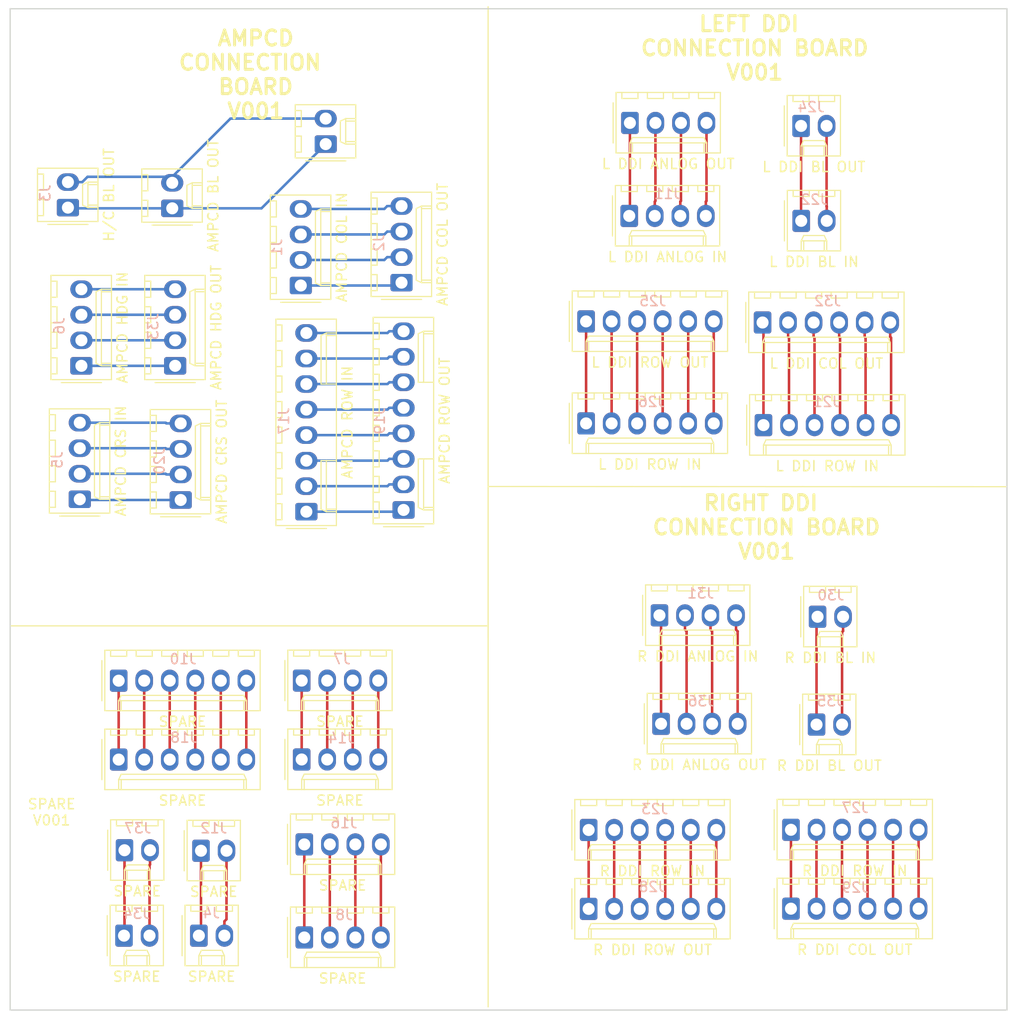
<source format=kicad_pcb>
(kicad_pcb (version 20171130) (host pcbnew "(5.1.5-0-10_14)")

  (general
    (thickness 1.6)
    (drawings 11)
    (tracks 151)
    (zones 0)
    (modules 53)
    (nets 77)
  )

  (page A4)
  (layers
    (0 F.Cu signal)
    (31 B.Cu signal)
    (32 B.Adhes user)
    (33 F.Adhes user)
    (34 B.Paste user)
    (35 F.Paste user)
    (36 B.SilkS user)
    (37 F.SilkS user)
    (38 B.Mask user)
    (39 F.Mask user)
    (40 Dwgs.User user)
    (41 Cmts.User user)
    (42 Eco1.User user)
    (43 Eco2.User user)
    (44 Edge.Cuts user)
    (45 Margin user)
    (46 B.CrtYd user)
    (47 F.CrtYd user)
    (48 B.Fab user)
    (49 F.Fab user)
  )

  (setup
    (last_trace_width 0.25)
    (trace_clearance 0.2)
    (zone_clearance 0.508)
    (zone_45_only no)
    (trace_min 0.2)
    (via_size 0.8)
    (via_drill 0.4)
    (via_min_size 0.4)
    (via_min_drill 0.3)
    (uvia_size 0.3)
    (uvia_drill 0.1)
    (uvias_allowed no)
    (uvia_min_size 0.2)
    (uvia_min_drill 0.1)
    (edge_width 0.05)
    (segment_width 0.2)
    (pcb_text_width 0.3)
    (pcb_text_size 1.5 1.5)
    (mod_edge_width 0.12)
    (mod_text_size 1 1)
    (mod_text_width 0.15)
    (pad_size 1.524 1.524)
    (pad_drill 0.762)
    (pad_to_mask_clearance 0.051)
    (solder_mask_min_width 0.25)
    (aux_axis_origin 0 0)
    (visible_elements 7FFFFFFF)
    (pcbplotparams
      (layerselection 0x010fc_ffffffff)
      (usegerberextensions false)
      (usegerberattributes false)
      (usegerberadvancedattributes false)
      (creategerberjobfile false)
      (excludeedgelayer true)
      (linewidth 0.100000)
      (plotframeref false)
      (viasonmask false)
      (mode 1)
      (useauxorigin false)
      (hpglpennumber 1)
      (hpglpenspeed 20)
      (hpglpendiameter 15.000000)
      (psnegative false)
      (psa4output false)
      (plotreference true)
      (plotvalue true)
      (plotinvisibletext false)
      (padsonsilk false)
      (subtractmaskfromsilk false)
      (outputformat 1)
      (mirror false)
      (drillshape 0)
      (scaleselection 1)
      (outputdirectory "manufacturing"))
  )

  (net 0 "")
  (net 1 "Net-(J1-Pad4)")
  (net 2 "Net-(J1-Pad3)")
  (net 3 "Net-(J1-Pad2)")
  (net 4 "Net-(J1-Pad1)")
  (net 5 "Net-(J13-Pad2)")
  (net 6 "Net-(J13-Pad1)")
  (net 7 "Net-(J10-Pad2)")
  (net 8 "Net-(J10-Pad1)")
  (net 9 "Net-(J11-Pad4)")
  (net 10 "Net-(J11-Pad3)")
  (net 11 "Net-(J11-Pad2)")
  (net 12 "Net-(J11-Pad1)")
  (net 13 "Net-(J12-Pad2)")
  (net 14 "Net-(J12-Pad1)")
  (net 15 "Net-(J17-Pad8)")
  (net 16 "Net-(J17-Pad7)")
  (net 17 "Net-(J17-Pad6)")
  (net 18 "Net-(J17-Pad5)")
  (net 19 "Net-(J17-Pad4)")
  (net 20 "Net-(J17-Pad3)")
  (net 21 "Net-(J17-Pad2)")
  (net 22 "Net-(J17-Pad1)")
  (net 23 "Net-(J21-Pad2)")
  (net 24 "Net-(J21-Pad1)")
  (net 25 "Net-(J22-Pad2)")
  (net 26 "Net-(J22-Pad1)")
  (net 27 "Net-(J25-Pad6)")
  (net 28 "Net-(J25-Pad5)")
  (net 29 "Net-(J25-Pad4)")
  (net 30 "Net-(J25-Pad3)")
  (net 31 "Net-(J25-Pad2)")
  (net 32 "Net-(J25-Pad1)")
  (net 33 "Net-(J27-Pad6)")
  (net 34 "Net-(J27-Pad5)")
  (net 35 "Net-(J27-Pad4)")
  (net 36 "Net-(J27-Pad3)")
  (net 37 "Net-(J27-Pad2)")
  (net 38 "Net-(J27-Pad1)")
  (net 39 "Net-(J30-Pad2)")
  (net 40 "Net-(J30-Pad1)")
  (net 41 "Net-(J31-Pad4)")
  (net 42 "Net-(J31-Pad3)")
  (net 43 "Net-(J31-Pad2)")
  (net 44 "Net-(J31-Pad1)")
  (net 45 "Net-(J21-Pad6)")
  (net 46 "Net-(J21-Pad5)")
  (net 47 "Net-(J21-Pad4)")
  (net 48 "Net-(J21-Pad3)")
  (net 49 "Net-(J23-Pad6)")
  (net 50 "Net-(J23-Pad5)")
  (net 51 "Net-(J23-Pad4)")
  (net 52 "Net-(J23-Pad3)")
  (net 53 "Net-(J23-Pad2)")
  (net 54 "Net-(J23-Pad1)")
  (net 55 "Net-(J20-Pad4)")
  (net 56 "Net-(J20-Pad3)")
  (net 57 "Net-(J20-Pad2)")
  (net 58 "Net-(J20-Pad1)")
  (net 59 "Net-(J33-Pad4)")
  (net 60 "Net-(J33-Pad3)")
  (net 61 "Net-(J33-Pad2)")
  (net 62 "Net-(J33-Pad1)")
  (net 63 "Net-(J34-Pad2)")
  (net 64 "Net-(J34-Pad1)")
  (net 65 "Net-(J16-Pad4)")
  (net 66 "Net-(J16-Pad3)")
  (net 67 "Net-(J16-Pad2)")
  (net 68 "Net-(J16-Pad1)")
  (net 69 "Net-(J14-Pad4)")
  (net 70 "Net-(J14-Pad3)")
  (net 71 "Net-(J14-Pad2)")
  (net 72 "Net-(J14-Pad1)")
  (net 73 "Net-(J10-Pad6)")
  (net 74 "Net-(J10-Pad5)")
  (net 75 "Net-(J10-Pad4)")
  (net 76 "Net-(J10-Pad3)")

  (net_class Default "This is the default net class."
    (clearance 0.2)
    (trace_width 0.25)
    (via_dia 0.8)
    (via_drill 0.4)
    (uvia_dia 0.3)
    (uvia_drill 0.1)
    (add_net "Net-(J1-Pad1)")
    (add_net "Net-(J1-Pad2)")
    (add_net "Net-(J1-Pad3)")
    (add_net "Net-(J1-Pad4)")
    (add_net "Net-(J10-Pad1)")
    (add_net "Net-(J10-Pad2)")
    (add_net "Net-(J10-Pad3)")
    (add_net "Net-(J10-Pad4)")
    (add_net "Net-(J10-Pad5)")
    (add_net "Net-(J10-Pad6)")
    (add_net "Net-(J11-Pad1)")
    (add_net "Net-(J11-Pad2)")
    (add_net "Net-(J11-Pad3)")
    (add_net "Net-(J11-Pad4)")
    (add_net "Net-(J12-Pad1)")
    (add_net "Net-(J12-Pad2)")
    (add_net "Net-(J13-Pad1)")
    (add_net "Net-(J13-Pad2)")
    (add_net "Net-(J14-Pad1)")
    (add_net "Net-(J14-Pad2)")
    (add_net "Net-(J14-Pad3)")
    (add_net "Net-(J14-Pad4)")
    (add_net "Net-(J16-Pad1)")
    (add_net "Net-(J16-Pad2)")
    (add_net "Net-(J16-Pad3)")
    (add_net "Net-(J16-Pad4)")
    (add_net "Net-(J17-Pad1)")
    (add_net "Net-(J17-Pad2)")
    (add_net "Net-(J17-Pad3)")
    (add_net "Net-(J17-Pad4)")
    (add_net "Net-(J17-Pad5)")
    (add_net "Net-(J17-Pad6)")
    (add_net "Net-(J17-Pad7)")
    (add_net "Net-(J17-Pad8)")
    (add_net "Net-(J20-Pad1)")
    (add_net "Net-(J20-Pad2)")
    (add_net "Net-(J20-Pad3)")
    (add_net "Net-(J20-Pad4)")
    (add_net "Net-(J21-Pad1)")
    (add_net "Net-(J21-Pad2)")
    (add_net "Net-(J21-Pad3)")
    (add_net "Net-(J21-Pad4)")
    (add_net "Net-(J21-Pad5)")
    (add_net "Net-(J21-Pad6)")
    (add_net "Net-(J22-Pad1)")
    (add_net "Net-(J22-Pad2)")
    (add_net "Net-(J23-Pad1)")
    (add_net "Net-(J23-Pad2)")
    (add_net "Net-(J23-Pad3)")
    (add_net "Net-(J23-Pad4)")
    (add_net "Net-(J23-Pad5)")
    (add_net "Net-(J23-Pad6)")
    (add_net "Net-(J25-Pad1)")
    (add_net "Net-(J25-Pad2)")
    (add_net "Net-(J25-Pad3)")
    (add_net "Net-(J25-Pad4)")
    (add_net "Net-(J25-Pad5)")
    (add_net "Net-(J25-Pad6)")
    (add_net "Net-(J27-Pad1)")
    (add_net "Net-(J27-Pad2)")
    (add_net "Net-(J27-Pad3)")
    (add_net "Net-(J27-Pad4)")
    (add_net "Net-(J27-Pad5)")
    (add_net "Net-(J27-Pad6)")
    (add_net "Net-(J30-Pad1)")
    (add_net "Net-(J30-Pad2)")
    (add_net "Net-(J31-Pad1)")
    (add_net "Net-(J31-Pad2)")
    (add_net "Net-(J31-Pad3)")
    (add_net "Net-(J31-Pad4)")
    (add_net "Net-(J33-Pad1)")
    (add_net "Net-(J33-Pad2)")
    (add_net "Net-(J33-Pad3)")
    (add_net "Net-(J33-Pad4)")
    (add_net "Net-(J34-Pad1)")
    (add_net "Net-(J34-Pad2)")
  )

  (module MountingHole:MountingHole_3.2mm_M3 (layer F.Cu) (tedit 56D1B4CB) (tstamp 61A450E5)
    (at 82 137)
    (descr "Mounting Hole 3.2mm, no annular, M3")
    (tags "mounting hole 3.2mm no annular m3")
    (path /61ACA3DC)
    (attr virtual)
    (fp_text reference H8 (at 0 -4.2) (layer F.Fab)
      (effects (font (size 1 1) (thickness 0.15)))
    )
    (fp_text value MountingHole (at 0 4.2) (layer F.Fab)
      (effects (font (size 1 1) (thickness 0.15)))
    )
    (fp_circle (center 0 0) (end 3.45 0) (layer F.CrtYd) (width 0.05))
    (fp_circle (center 0 0) (end 3.2 0) (layer Cmts.User) (width 0.15))
    (fp_text user %R (at 0.3 0) (layer F.Fab)
      (effects (font (size 1 1) (thickness 0.15)))
    )
    (pad 1 np_thru_hole circle (at 0 0) (size 3.2 3.2) (drill 3.2) (layers *.Cu *.Mask))
  )

  (module MountingHole:MountingHole_3.2mm_M3 (layer F.Cu) (tedit 56D1B4CB) (tstamp 61A44EA7)
    (at 82 106)
    (descr "Mounting Hole 3.2mm, no annular, M3")
    (tags "mounting hole 3.2mm no annular m3")
    (path /61ACA3D2)
    (attr virtual)
    (fp_text reference H7 (at 0 -4.2) (layer F.Fab)
      (effects (font (size 1 1) (thickness 0.15)))
    )
    (fp_text value MountingHole (at 0 4.2) (layer F.Fab)
      (effects (font (size 1 1) (thickness 0.15)))
    )
    (fp_circle (center 0 0) (end 3.45 0) (layer F.CrtYd) (width 0.05))
    (fp_circle (center 0 0) (end 3.2 0) (layer Cmts.User) (width 0.15))
    (fp_text user %R (at 0.3 0) (layer F.Fab)
      (effects (font (size 1 1) (thickness 0.15)))
    )
    (pad 1 np_thru_hole circle (at 0 0) (size 3.2 3.2) (drill 3.2) (layers *.Cu *.Mask))
  )

  (module MountingHole:MountingHole_3.2mm_M3 (layer F.Cu) (tedit 56D1B4CB) (tstamp 61A443DC)
    (at 43 137)
    (descr "Mounting Hole 3.2mm, no annular, M3")
    (tags "mounting hole 3.2mm no annular m3")
    (path /61ACA3C8)
    (attr virtual)
    (fp_text reference H6 (at 0 -4.2) (layer F.Fab)
      (effects (font (size 1 1) (thickness 0.15)))
    )
    (fp_text value MountingHole (at 0 4.2) (layer F.Fab)
      (effects (font (size 1 1) (thickness 0.15)))
    )
    (fp_circle (center 0 0) (end 3.45 0) (layer F.CrtYd) (width 0.05))
    (fp_circle (center 0 0) (end 3.2 0) (layer Cmts.User) (width 0.15))
    (fp_text user %R (at 0.3 0) (layer F.Fab)
      (effects (font (size 1 1) (thickness 0.15)))
    )
    (pad 1 np_thru_hole circle (at 0 0) (size 3.2 3.2) (drill 3.2) (layers *.Cu *.Mask))
  )

  (module MountingHole:MountingHole_3.2mm_M3 (layer F.Cu) (tedit 56D1B4CB) (tstamp 61A443D4)
    (at 43 106)
    (descr "Mounting Hole 3.2mm, no annular, M3")
    (tags "mounting hole 3.2mm no annular m3")
    (path /61ACA3BE)
    (attr virtual)
    (fp_text reference H5 (at 0 -4.2) (layer F.Fab)
      (effects (font (size 1 1) (thickness 0.15)))
    )
    (fp_text value MountingHole (at 0 4.2) (layer F.Fab)
      (effects (font (size 1 1) (thickness 0.15)))
    )
    (fp_circle (center 0 0) (end 3.45 0) (layer F.CrtYd) (width 0.05))
    (fp_circle (center 0 0) (end 3.2 0) (layer Cmts.User) (width 0.15))
    (fp_text user %R (at 0.3 0) (layer F.Fab)
      (effects (font (size 1 1) (thickness 0.15)))
    )
    (pad 1 np_thru_hole circle (at 0 0) (size 3.2 3.2) (drill 3.2) (layers *.Cu *.Mask))
  )

  (module PT_Library_v001:Molex_1x02_P2.54mm_Vertical (layer F.Cu) (tedit 5B78013E) (tstamp 61A315A1)
    (at 50.24 124.75)
    (descr "Molex KK-254 Interconnect System, old/engineering part number: AE-6410-02A example for new part number: 22-27-2021, 2 Pins (http://www.molex.com/pdm_docs/sd/022272021_sd.pdf), generated with kicad-footprint-generator")
    (tags "connector Molex KK-254 side entry")
    (path /61A721F1)
    (fp_text reference J37 (at 1.322 -2.195) (layer B.SilkS)
      (effects (font (size 1 1) (thickness 0.15)) (justify mirror))
    )
    (fp_text value SPARE (at 1.27 4.08) (layer F.SilkS)
      (effects (font (size 1 1) (thickness 0.15)))
    )
    (fp_text user %R (at 1.27 -2.22) (layer F.Fab)
      (effects (font (size 1 1) (thickness 0.15)))
    )
    (fp_line (start -1.27 -2.92) (end -1.27 2.88) (layer F.Fab) (width 0.1))
    (fp_line (start -1.27 2.88) (end 3.81 2.88) (layer F.Fab) (width 0.1))
    (fp_line (start 3.81 2.88) (end 3.81 -2.92) (layer F.Fab) (width 0.1))
    (fp_line (start 3.81 -2.92) (end -1.27 -2.92) (layer F.Fab) (width 0.1))
    (fp_line (start -1.38 -3.03) (end -1.38 2.99) (layer F.SilkS) (width 0.12))
    (fp_line (start -1.38 2.99) (end 3.92 2.99) (layer F.SilkS) (width 0.12))
    (fp_line (start 3.92 2.99) (end 3.92 -3.03) (layer F.SilkS) (width 0.12))
    (fp_line (start 3.92 -3.03) (end -1.38 -3.03) (layer F.SilkS) (width 0.12))
    (fp_line (start -1.67 -2) (end -1.67 2) (layer F.SilkS) (width 0.12))
    (fp_line (start -1.27 -0.5) (end -0.562893 0) (layer F.Fab) (width 0.1))
    (fp_line (start -0.562893 0) (end -1.27 0.5) (layer F.Fab) (width 0.1))
    (fp_line (start 0 2.99) (end 0 1.99) (layer F.SilkS) (width 0.12))
    (fp_line (start 0 1.99) (end 2.54 1.99) (layer F.SilkS) (width 0.12))
    (fp_line (start 2.54 1.99) (end 2.54 2.99) (layer F.SilkS) (width 0.12))
    (fp_line (start 0 1.99) (end 0.25 1.46) (layer F.SilkS) (width 0.12))
    (fp_line (start 0.25 1.46) (end 2.29 1.46) (layer F.SilkS) (width 0.12))
    (fp_line (start 2.29 1.46) (end 2.54 1.99) (layer F.SilkS) (width 0.12))
    (fp_line (start 0.25 2.99) (end 0.25 1.99) (layer F.SilkS) (width 0.12))
    (fp_line (start 2.29 2.99) (end 2.29 1.99) (layer F.SilkS) (width 0.12))
    (fp_line (start -0.8 -3.03) (end -0.8 -2.43) (layer F.SilkS) (width 0.12))
    (fp_line (start -0.8 -2.43) (end 0.8 -2.43) (layer F.SilkS) (width 0.12))
    (fp_line (start 0.8 -2.43) (end 0.8 -3.03) (layer F.SilkS) (width 0.12))
    (fp_line (start 1.74 -3.03) (end 1.74 -2.43) (layer F.SilkS) (width 0.12))
    (fp_line (start 1.74 -2.43) (end 3.34 -2.43) (layer F.SilkS) (width 0.12))
    (fp_line (start 3.34 -2.43) (end 3.34 -3.03) (layer F.SilkS) (width 0.12))
    (fp_line (start -1.77 -3.42) (end -1.77 3.38) (layer F.CrtYd) (width 0.05))
    (fp_line (start -1.77 3.38) (end 4.31 3.38) (layer F.CrtYd) (width 0.05))
    (fp_line (start 4.31 3.38) (end 4.31 -3.42) (layer F.CrtYd) (width 0.05))
    (fp_line (start 4.31 -3.42) (end -1.77 -3.42) (layer F.CrtYd) (width 0.05))
    (pad 2 thru_hole oval (at 2.54 0) (size 1.74 2.2) (drill 1.2) (layers *.Cu *.Mask)
      (net 63 "Net-(J34-Pad2)"))
    (pad 1 thru_hole roundrect (at 0 0) (size 1.74 2.2) (drill 1.2) (layers *.Cu *.Mask) (roundrect_rratio 0.143678)
      (net 64 "Net-(J34-Pad1)"))
    (model ${KISYS3DMOD}/Connector_Molex.3dshapes/Molex_KK-254_AE-6410-02A_1x02_P2.54mm_Vertical.wrl
      (at (xyz 0 0 0))
      (scale (xyz 1 1 1))
      (rotate (xyz 0 0 0))
    )
  )

  (module PT_Library_v001:Molex_1x02_P2.54mm_Vertical (layer F.Cu) (tedit 5B78013E) (tstamp 61A314E1)
    (at 50.19 133.25)
    (descr "Molex KK-254 Interconnect System, old/engineering part number: AE-6410-02A example for new part number: 22-27-2021, 2 Pins (http://www.molex.com/pdm_docs/sd/022272021_sd.pdf), generated with kicad-footprint-generator")
    (tags "connector Molex KK-254 side entry")
    (path /61A721EB)
    (fp_text reference J34 (at 1.245 -2.186) (layer B.SilkS)
      (effects (font (size 1 1) (thickness 0.15)) (justify mirror))
    )
    (fp_text value SPARE (at 1.27 4.08) (layer F.SilkS)
      (effects (font (size 1 1) (thickness 0.15)))
    )
    (fp_text user %R (at 1.27 -2.22) (layer F.Fab)
      (effects (font (size 1 1) (thickness 0.15)))
    )
    (fp_line (start -1.27 -2.92) (end -1.27 2.88) (layer F.Fab) (width 0.1))
    (fp_line (start -1.27 2.88) (end 3.81 2.88) (layer F.Fab) (width 0.1))
    (fp_line (start 3.81 2.88) (end 3.81 -2.92) (layer F.Fab) (width 0.1))
    (fp_line (start 3.81 -2.92) (end -1.27 -2.92) (layer F.Fab) (width 0.1))
    (fp_line (start -1.38 -3.03) (end -1.38 2.99) (layer F.SilkS) (width 0.12))
    (fp_line (start -1.38 2.99) (end 3.92 2.99) (layer F.SilkS) (width 0.12))
    (fp_line (start 3.92 2.99) (end 3.92 -3.03) (layer F.SilkS) (width 0.12))
    (fp_line (start 3.92 -3.03) (end -1.38 -3.03) (layer F.SilkS) (width 0.12))
    (fp_line (start -1.67 -2) (end -1.67 2) (layer F.SilkS) (width 0.12))
    (fp_line (start -1.27 -0.5) (end -0.562893 0) (layer F.Fab) (width 0.1))
    (fp_line (start -0.562893 0) (end -1.27 0.5) (layer F.Fab) (width 0.1))
    (fp_line (start 0 2.99) (end 0 1.99) (layer F.SilkS) (width 0.12))
    (fp_line (start 0 1.99) (end 2.54 1.99) (layer F.SilkS) (width 0.12))
    (fp_line (start 2.54 1.99) (end 2.54 2.99) (layer F.SilkS) (width 0.12))
    (fp_line (start 0 1.99) (end 0.25 1.46) (layer F.SilkS) (width 0.12))
    (fp_line (start 0.25 1.46) (end 2.29 1.46) (layer F.SilkS) (width 0.12))
    (fp_line (start 2.29 1.46) (end 2.54 1.99) (layer F.SilkS) (width 0.12))
    (fp_line (start 0.25 2.99) (end 0.25 1.99) (layer F.SilkS) (width 0.12))
    (fp_line (start 2.29 2.99) (end 2.29 1.99) (layer F.SilkS) (width 0.12))
    (fp_line (start -0.8 -3.03) (end -0.8 -2.43) (layer F.SilkS) (width 0.12))
    (fp_line (start -0.8 -2.43) (end 0.8 -2.43) (layer F.SilkS) (width 0.12))
    (fp_line (start 0.8 -2.43) (end 0.8 -3.03) (layer F.SilkS) (width 0.12))
    (fp_line (start 1.74 -3.03) (end 1.74 -2.43) (layer F.SilkS) (width 0.12))
    (fp_line (start 1.74 -2.43) (end 3.34 -2.43) (layer F.SilkS) (width 0.12))
    (fp_line (start 3.34 -2.43) (end 3.34 -3.03) (layer F.SilkS) (width 0.12))
    (fp_line (start -1.77 -3.42) (end -1.77 3.38) (layer F.CrtYd) (width 0.05))
    (fp_line (start -1.77 3.38) (end 4.31 3.38) (layer F.CrtYd) (width 0.05))
    (fp_line (start 4.31 3.38) (end 4.31 -3.42) (layer F.CrtYd) (width 0.05))
    (fp_line (start 4.31 -3.42) (end -1.77 -3.42) (layer F.CrtYd) (width 0.05))
    (pad 2 thru_hole oval (at 2.54 0) (size 1.74 2.2) (drill 1.2) (layers *.Cu *.Mask)
      (net 63 "Net-(J34-Pad2)"))
    (pad 1 thru_hole roundrect (at 0 0) (size 1.74 2.2) (drill 1.2) (layers *.Cu *.Mask) (roundrect_rratio 0.143678)
      (net 64 "Net-(J34-Pad1)"))
    (model ${KISYS3DMOD}/Connector_Molex.3dshapes/Molex_KK-254_AE-6410-02A_1x02_P2.54mm_Vertical.wrl
      (at (xyz 0 0 0))
      (scale (xyz 1 1 1))
      (rotate (xyz 0 0 0))
    )
  )

  (module PT_Library_v001:Molex_1x06_P2.54mm_Vertical (layer F.Cu) (tedit 5B78013E) (tstamp 61A2EFE5)
    (at 49.66 115.73)
    (descr "Molex KK-254 Interconnect System, old/engineering part number: AE-6410-06A example for new part number: 22-27-2061, 6 Pins (http://www.molex.com/pdm_docs/sd/022272021_sd.pdf), generated with kicad-footprint-generator")
    (tags "connector Molex KK-254 side entry")
    (path /61A6005F)
    (fp_text reference J18 (at 6.474 -2.192) (layer B.SilkS)
      (effects (font (size 1 1) (thickness 0.15)) (justify mirror))
    )
    (fp_text value SPARE (at 6.35 4.08) (layer F.SilkS)
      (effects (font (size 1 1) (thickness 0.15)))
    )
    (fp_text user %R (at 6.35 -2.22) (layer F.Fab)
      (effects (font (size 1 1) (thickness 0.15)))
    )
    (fp_line (start -1.27 -2.92) (end -1.27 2.88) (layer F.Fab) (width 0.1))
    (fp_line (start -1.27 2.88) (end 13.97 2.88) (layer F.Fab) (width 0.1))
    (fp_line (start 13.97 2.88) (end 13.97 -2.92) (layer F.Fab) (width 0.1))
    (fp_line (start 13.97 -2.92) (end -1.27 -2.92) (layer F.Fab) (width 0.1))
    (fp_line (start -1.38 -3.03) (end -1.38 2.99) (layer F.SilkS) (width 0.12))
    (fp_line (start -1.38 2.99) (end 14.08 2.99) (layer F.SilkS) (width 0.12))
    (fp_line (start 14.08 2.99) (end 14.08 -3.03) (layer F.SilkS) (width 0.12))
    (fp_line (start 14.08 -3.03) (end -1.38 -3.03) (layer F.SilkS) (width 0.12))
    (fp_line (start -1.67 -2) (end -1.67 2) (layer F.SilkS) (width 0.12))
    (fp_line (start -1.27 -0.5) (end -0.562893 0) (layer F.Fab) (width 0.1))
    (fp_line (start -0.562893 0) (end -1.27 0.5) (layer F.Fab) (width 0.1))
    (fp_line (start 0 2.99) (end 0 1.99) (layer F.SilkS) (width 0.12))
    (fp_line (start 0 1.99) (end 12.7 1.99) (layer F.SilkS) (width 0.12))
    (fp_line (start 12.7 1.99) (end 12.7 2.99) (layer F.SilkS) (width 0.12))
    (fp_line (start 0 1.99) (end 0.25 1.46) (layer F.SilkS) (width 0.12))
    (fp_line (start 0.25 1.46) (end 12.45 1.46) (layer F.SilkS) (width 0.12))
    (fp_line (start 12.45 1.46) (end 12.7 1.99) (layer F.SilkS) (width 0.12))
    (fp_line (start 0.25 2.99) (end 0.25 1.99) (layer F.SilkS) (width 0.12))
    (fp_line (start 12.45 2.99) (end 12.45 1.99) (layer F.SilkS) (width 0.12))
    (fp_line (start -0.8 -3.03) (end -0.8 -2.43) (layer F.SilkS) (width 0.12))
    (fp_line (start -0.8 -2.43) (end 0.8 -2.43) (layer F.SilkS) (width 0.12))
    (fp_line (start 0.8 -2.43) (end 0.8 -3.03) (layer F.SilkS) (width 0.12))
    (fp_line (start 1.74 -3.03) (end 1.74 -2.43) (layer F.SilkS) (width 0.12))
    (fp_line (start 1.74 -2.43) (end 3.34 -2.43) (layer F.SilkS) (width 0.12))
    (fp_line (start 3.34 -2.43) (end 3.34 -3.03) (layer F.SilkS) (width 0.12))
    (fp_line (start 4.28 -3.03) (end 4.28 -2.43) (layer F.SilkS) (width 0.12))
    (fp_line (start 4.28 -2.43) (end 5.88 -2.43) (layer F.SilkS) (width 0.12))
    (fp_line (start 5.88 -2.43) (end 5.88 -3.03) (layer F.SilkS) (width 0.12))
    (fp_line (start 6.82 -3.03) (end 6.82 -2.43) (layer F.SilkS) (width 0.12))
    (fp_line (start 6.82 -2.43) (end 8.42 -2.43) (layer F.SilkS) (width 0.12))
    (fp_line (start 8.42 -2.43) (end 8.42 -3.03) (layer F.SilkS) (width 0.12))
    (fp_line (start 9.36 -3.03) (end 9.36 -2.43) (layer F.SilkS) (width 0.12))
    (fp_line (start 9.36 -2.43) (end 10.96 -2.43) (layer F.SilkS) (width 0.12))
    (fp_line (start 10.96 -2.43) (end 10.96 -3.03) (layer F.SilkS) (width 0.12))
    (fp_line (start 11.9 -3.03) (end 11.9 -2.43) (layer F.SilkS) (width 0.12))
    (fp_line (start 11.9 -2.43) (end 13.5 -2.43) (layer F.SilkS) (width 0.12))
    (fp_line (start 13.5 -2.43) (end 13.5 -3.03) (layer F.SilkS) (width 0.12))
    (fp_line (start -1.77 -3.42) (end -1.77 3.38) (layer F.CrtYd) (width 0.05))
    (fp_line (start -1.77 3.38) (end 14.47 3.38) (layer F.CrtYd) (width 0.05))
    (fp_line (start 14.47 3.38) (end 14.47 -3.42) (layer F.CrtYd) (width 0.05))
    (fp_line (start 14.47 -3.42) (end -1.77 -3.42) (layer F.CrtYd) (width 0.05))
    (pad 6 thru_hole oval (at 12.7 0) (size 1.74 2.2) (drill 1.2) (layers *.Cu *.Mask)
      (net 73 "Net-(J10-Pad6)"))
    (pad 5 thru_hole oval (at 10.16 0) (size 1.74 2.2) (drill 1.2) (layers *.Cu *.Mask)
      (net 74 "Net-(J10-Pad5)"))
    (pad 4 thru_hole oval (at 7.62 0) (size 1.74 2.2) (drill 1.2) (layers *.Cu *.Mask)
      (net 75 "Net-(J10-Pad4)"))
    (pad 3 thru_hole oval (at 5.08 0) (size 1.74 2.2) (drill 1.2) (layers *.Cu *.Mask)
      (net 76 "Net-(J10-Pad3)"))
    (pad 2 thru_hole oval (at 2.54 0) (size 1.74 2.2) (drill 1.2) (layers *.Cu *.Mask)
      (net 7 "Net-(J10-Pad2)"))
    (pad 1 thru_hole roundrect (at 0 0) (size 1.74 2.2) (drill 1.2) (layers *.Cu *.Mask) (roundrect_rratio 0.143678)
      (net 8 "Net-(J10-Pad1)"))
    (model ${KISYS3DMOD}/Connector_Molex.3dshapes/Molex_KK-254_AE-6410-06A_1x06_P2.54mm_Vertical.wrl
      (at (xyz 0 0 0))
      (scale (xyz 1 1 1))
      (rotate (xyz 0 0 0))
    )
  )

  (module PT_Library_v001:Molex_1x04_P2.54mm_Vertical (layer F.Cu) (tedit 5B78013E) (tstamp 61A2EF2F)
    (at 68.13 124.17)
    (descr "Molex KK-254 Interconnect System, old/engineering part number: AE-6410-04A example for new part number: 22-27-2041, 4 Pins (http://www.molex.com/pdm_docs/sd/022272021_sd.pdf), generated with kicad-footprint-generator")
    (tags "connector Molex KK-254 side entry")
    (path /61A5B1DE)
    (fp_text reference J16 (at 3.9425 -2.123) (layer B.SilkS)
      (effects (font (size 1 1) (thickness 0.15)) (justify mirror))
    )
    (fp_text value SPARE (at 3.81 4.08) (layer F.SilkS)
      (effects (font (size 1 1) (thickness 0.15)))
    )
    (fp_text user %R (at 3.81 -2.22) (layer F.Fab)
      (effects (font (size 1 1) (thickness 0.15)))
    )
    (fp_line (start -1.27 -2.92) (end -1.27 2.88) (layer F.Fab) (width 0.1))
    (fp_line (start -1.27 2.88) (end 8.89 2.88) (layer F.Fab) (width 0.1))
    (fp_line (start 8.89 2.88) (end 8.89 -2.92) (layer F.Fab) (width 0.1))
    (fp_line (start 8.89 -2.92) (end -1.27 -2.92) (layer F.Fab) (width 0.1))
    (fp_line (start -1.38 -3.03) (end -1.38 2.99) (layer F.SilkS) (width 0.12))
    (fp_line (start -1.38 2.99) (end 9 2.99) (layer F.SilkS) (width 0.12))
    (fp_line (start 9 2.99) (end 9 -3.03) (layer F.SilkS) (width 0.12))
    (fp_line (start 9 -3.03) (end -1.38 -3.03) (layer F.SilkS) (width 0.12))
    (fp_line (start -1.67 -2) (end -1.67 2) (layer F.SilkS) (width 0.12))
    (fp_line (start -1.27 -0.5) (end -0.562893 0) (layer F.Fab) (width 0.1))
    (fp_line (start -0.562893 0) (end -1.27 0.5) (layer F.Fab) (width 0.1))
    (fp_line (start 0 2.99) (end 0 1.99) (layer F.SilkS) (width 0.12))
    (fp_line (start 0 1.99) (end 7.62 1.99) (layer F.SilkS) (width 0.12))
    (fp_line (start 7.62 1.99) (end 7.62 2.99) (layer F.SilkS) (width 0.12))
    (fp_line (start 0 1.99) (end 0.25 1.46) (layer F.SilkS) (width 0.12))
    (fp_line (start 0.25 1.46) (end 7.37 1.46) (layer F.SilkS) (width 0.12))
    (fp_line (start 7.37 1.46) (end 7.62 1.99) (layer F.SilkS) (width 0.12))
    (fp_line (start 0.25 2.99) (end 0.25 1.99) (layer F.SilkS) (width 0.12))
    (fp_line (start 7.37 2.99) (end 7.37 1.99) (layer F.SilkS) (width 0.12))
    (fp_line (start -0.8 -3.03) (end -0.8 -2.43) (layer F.SilkS) (width 0.12))
    (fp_line (start -0.8 -2.43) (end 0.8 -2.43) (layer F.SilkS) (width 0.12))
    (fp_line (start 0.8 -2.43) (end 0.8 -3.03) (layer F.SilkS) (width 0.12))
    (fp_line (start 1.74 -3.03) (end 1.74 -2.43) (layer F.SilkS) (width 0.12))
    (fp_line (start 1.74 -2.43) (end 3.34 -2.43) (layer F.SilkS) (width 0.12))
    (fp_line (start 3.34 -2.43) (end 3.34 -3.03) (layer F.SilkS) (width 0.12))
    (fp_line (start 4.28 -3.03) (end 4.28 -2.43) (layer F.SilkS) (width 0.12))
    (fp_line (start 4.28 -2.43) (end 5.88 -2.43) (layer F.SilkS) (width 0.12))
    (fp_line (start 5.88 -2.43) (end 5.88 -3.03) (layer F.SilkS) (width 0.12))
    (fp_line (start 6.82 -3.03) (end 6.82 -2.43) (layer F.SilkS) (width 0.12))
    (fp_line (start 6.82 -2.43) (end 8.42 -2.43) (layer F.SilkS) (width 0.12))
    (fp_line (start 8.42 -2.43) (end 8.42 -3.03) (layer F.SilkS) (width 0.12))
    (fp_line (start -1.77 -3.42) (end -1.77 3.38) (layer F.CrtYd) (width 0.05))
    (fp_line (start -1.77 3.38) (end 9.39 3.38) (layer F.CrtYd) (width 0.05))
    (fp_line (start 9.39 3.38) (end 9.39 -3.42) (layer F.CrtYd) (width 0.05))
    (fp_line (start 9.39 -3.42) (end -1.77 -3.42) (layer F.CrtYd) (width 0.05))
    (pad 4 thru_hole oval (at 7.62 0) (size 1.74 2.2) (drill 1.2) (layers *.Cu *.Mask)
      (net 65 "Net-(J16-Pad4)"))
    (pad 3 thru_hole oval (at 5.08 0) (size 1.74 2.2) (drill 1.2) (layers *.Cu *.Mask)
      (net 66 "Net-(J16-Pad3)"))
    (pad 2 thru_hole oval (at 2.54 0) (size 1.74 2.2) (drill 1.2) (layers *.Cu *.Mask)
      (net 67 "Net-(J16-Pad2)"))
    (pad 1 thru_hole roundrect (at 0 0) (size 1.74 2.2) (drill 1.2) (layers *.Cu *.Mask) (roundrect_rratio 0.143678)
      (net 68 "Net-(J16-Pad1)"))
    (model ${KISYS3DMOD}/Connector_Molex.3dshapes/Molex_KK-254_AE-6410-04A_1x04_P2.54mm_Vertical.wrl
      (at (xyz 0 0 0))
      (scale (xyz 1 1 1))
      (rotate (xyz 0 0 0))
    )
  )

  (module PT_Library_v001:Molex_1x04_P2.54mm_Vertical (layer F.Cu) (tedit 5B78013E) (tstamp 61A2EEAD)
    (at 67.87 115.72)
    (descr "Molex KK-254 Interconnect System, old/engineering part number: AE-6410-04A example for new part number: 22-27-2041, 4 Pins (http://www.molex.com/pdm_docs/sd/022272021_sd.pdf), generated with kicad-footprint-generator")
    (tags "connector Molex KK-254 side entry")
    (path /61A57216)
    (fp_text reference J14 (at 3.9485 -2.1185) (layer B.SilkS)
      (effects (font (size 1 1) (thickness 0.15)) (justify mirror))
    )
    (fp_text value SPARE (at 3.81 4.08) (layer F.SilkS)
      (effects (font (size 1 1) (thickness 0.15)))
    )
    (fp_text user %R (at 3.81 -2.22) (layer F.Fab)
      (effects (font (size 1 1) (thickness 0.15)))
    )
    (fp_line (start -1.27 -2.92) (end -1.27 2.88) (layer F.Fab) (width 0.1))
    (fp_line (start -1.27 2.88) (end 8.89 2.88) (layer F.Fab) (width 0.1))
    (fp_line (start 8.89 2.88) (end 8.89 -2.92) (layer F.Fab) (width 0.1))
    (fp_line (start 8.89 -2.92) (end -1.27 -2.92) (layer F.Fab) (width 0.1))
    (fp_line (start -1.38 -3.03) (end -1.38 2.99) (layer F.SilkS) (width 0.12))
    (fp_line (start -1.38 2.99) (end 9 2.99) (layer F.SilkS) (width 0.12))
    (fp_line (start 9 2.99) (end 9 -3.03) (layer F.SilkS) (width 0.12))
    (fp_line (start 9 -3.03) (end -1.38 -3.03) (layer F.SilkS) (width 0.12))
    (fp_line (start -1.67 -2) (end -1.67 2) (layer F.SilkS) (width 0.12))
    (fp_line (start -1.27 -0.5) (end -0.562893 0) (layer F.Fab) (width 0.1))
    (fp_line (start -0.562893 0) (end -1.27 0.5) (layer F.Fab) (width 0.1))
    (fp_line (start 0 2.99) (end 0 1.99) (layer F.SilkS) (width 0.12))
    (fp_line (start 0 1.99) (end 7.62 1.99) (layer F.SilkS) (width 0.12))
    (fp_line (start 7.62 1.99) (end 7.62 2.99) (layer F.SilkS) (width 0.12))
    (fp_line (start 0 1.99) (end 0.25 1.46) (layer F.SilkS) (width 0.12))
    (fp_line (start 0.25 1.46) (end 7.37 1.46) (layer F.SilkS) (width 0.12))
    (fp_line (start 7.37 1.46) (end 7.62 1.99) (layer F.SilkS) (width 0.12))
    (fp_line (start 0.25 2.99) (end 0.25 1.99) (layer F.SilkS) (width 0.12))
    (fp_line (start 7.37 2.99) (end 7.37 1.99) (layer F.SilkS) (width 0.12))
    (fp_line (start -0.8 -3.03) (end -0.8 -2.43) (layer F.SilkS) (width 0.12))
    (fp_line (start -0.8 -2.43) (end 0.8 -2.43) (layer F.SilkS) (width 0.12))
    (fp_line (start 0.8 -2.43) (end 0.8 -3.03) (layer F.SilkS) (width 0.12))
    (fp_line (start 1.74 -3.03) (end 1.74 -2.43) (layer F.SilkS) (width 0.12))
    (fp_line (start 1.74 -2.43) (end 3.34 -2.43) (layer F.SilkS) (width 0.12))
    (fp_line (start 3.34 -2.43) (end 3.34 -3.03) (layer F.SilkS) (width 0.12))
    (fp_line (start 4.28 -3.03) (end 4.28 -2.43) (layer F.SilkS) (width 0.12))
    (fp_line (start 4.28 -2.43) (end 5.88 -2.43) (layer F.SilkS) (width 0.12))
    (fp_line (start 5.88 -2.43) (end 5.88 -3.03) (layer F.SilkS) (width 0.12))
    (fp_line (start 6.82 -3.03) (end 6.82 -2.43) (layer F.SilkS) (width 0.12))
    (fp_line (start 6.82 -2.43) (end 8.42 -2.43) (layer F.SilkS) (width 0.12))
    (fp_line (start 8.42 -2.43) (end 8.42 -3.03) (layer F.SilkS) (width 0.12))
    (fp_line (start -1.77 -3.42) (end -1.77 3.38) (layer F.CrtYd) (width 0.05))
    (fp_line (start -1.77 3.38) (end 9.39 3.38) (layer F.CrtYd) (width 0.05))
    (fp_line (start 9.39 3.38) (end 9.39 -3.42) (layer F.CrtYd) (width 0.05))
    (fp_line (start 9.39 -3.42) (end -1.77 -3.42) (layer F.CrtYd) (width 0.05))
    (pad 4 thru_hole oval (at 7.62 0) (size 1.74 2.2) (drill 1.2) (layers *.Cu *.Mask)
      (net 69 "Net-(J14-Pad4)"))
    (pad 3 thru_hole oval (at 5.08 0) (size 1.74 2.2) (drill 1.2) (layers *.Cu *.Mask)
      (net 70 "Net-(J14-Pad3)"))
    (pad 2 thru_hole oval (at 2.54 0) (size 1.74 2.2) (drill 1.2) (layers *.Cu *.Mask)
      (net 71 "Net-(J14-Pad2)"))
    (pad 1 thru_hole roundrect (at 0 0) (size 1.74 2.2) (drill 1.2) (layers *.Cu *.Mask) (roundrect_rratio 0.143678)
      (net 72 "Net-(J14-Pad1)"))
    (model ${KISYS3DMOD}/Connector_Molex.3dshapes/Molex_KK-254_AE-6410-04A_1x04_P2.54mm_Vertical.wrl
      (at (xyz 0 0 0))
      (scale (xyz 1 1 1))
      (rotate (xyz 0 0 0))
    )
  )

  (module PT_Library_v001:Molex_1x02_P2.54mm_Vertical (layer F.Cu) (tedit 5B78013E) (tstamp 61A2EE3B)
    (at 57.85 124.8)
    (descr "Molex KK-254 Interconnect System, old/engineering part number: AE-6410-02A example for new part number: 22-27-2021, 2 Pins (http://www.molex.com/pdm_docs/sd/022272021_sd.pdf), generated with kicad-footprint-generator")
    (tags "connector Molex KK-254 side entry")
    (path /61A57229)
    (fp_text reference J12 (at 1.2685 -2.245) (layer B.SilkS)
      (effects (font (size 1 1) (thickness 0.15)) (justify mirror))
    )
    (fp_text value SPARE (at 1.27 4.08) (layer F.SilkS)
      (effects (font (size 1 1) (thickness 0.15)))
    )
    (fp_text user %R (at 1.27 -2.22) (layer F.Fab)
      (effects (font (size 1 1) (thickness 0.15)))
    )
    (fp_line (start -1.27 -2.92) (end -1.27 2.88) (layer F.Fab) (width 0.1))
    (fp_line (start -1.27 2.88) (end 3.81 2.88) (layer F.Fab) (width 0.1))
    (fp_line (start 3.81 2.88) (end 3.81 -2.92) (layer F.Fab) (width 0.1))
    (fp_line (start 3.81 -2.92) (end -1.27 -2.92) (layer F.Fab) (width 0.1))
    (fp_line (start -1.38 -3.03) (end -1.38 2.99) (layer F.SilkS) (width 0.12))
    (fp_line (start -1.38 2.99) (end 3.92 2.99) (layer F.SilkS) (width 0.12))
    (fp_line (start 3.92 2.99) (end 3.92 -3.03) (layer F.SilkS) (width 0.12))
    (fp_line (start 3.92 -3.03) (end -1.38 -3.03) (layer F.SilkS) (width 0.12))
    (fp_line (start -1.67 -2) (end -1.67 2) (layer F.SilkS) (width 0.12))
    (fp_line (start -1.27 -0.5) (end -0.562893 0) (layer F.Fab) (width 0.1))
    (fp_line (start -0.562893 0) (end -1.27 0.5) (layer F.Fab) (width 0.1))
    (fp_line (start 0 2.99) (end 0 1.99) (layer F.SilkS) (width 0.12))
    (fp_line (start 0 1.99) (end 2.54 1.99) (layer F.SilkS) (width 0.12))
    (fp_line (start 2.54 1.99) (end 2.54 2.99) (layer F.SilkS) (width 0.12))
    (fp_line (start 0 1.99) (end 0.25 1.46) (layer F.SilkS) (width 0.12))
    (fp_line (start 0.25 1.46) (end 2.29 1.46) (layer F.SilkS) (width 0.12))
    (fp_line (start 2.29 1.46) (end 2.54 1.99) (layer F.SilkS) (width 0.12))
    (fp_line (start 0.25 2.99) (end 0.25 1.99) (layer F.SilkS) (width 0.12))
    (fp_line (start 2.29 2.99) (end 2.29 1.99) (layer F.SilkS) (width 0.12))
    (fp_line (start -0.8 -3.03) (end -0.8 -2.43) (layer F.SilkS) (width 0.12))
    (fp_line (start -0.8 -2.43) (end 0.8 -2.43) (layer F.SilkS) (width 0.12))
    (fp_line (start 0.8 -2.43) (end 0.8 -3.03) (layer F.SilkS) (width 0.12))
    (fp_line (start 1.74 -3.03) (end 1.74 -2.43) (layer F.SilkS) (width 0.12))
    (fp_line (start 1.74 -2.43) (end 3.34 -2.43) (layer F.SilkS) (width 0.12))
    (fp_line (start 3.34 -2.43) (end 3.34 -3.03) (layer F.SilkS) (width 0.12))
    (fp_line (start -1.77 -3.42) (end -1.77 3.38) (layer F.CrtYd) (width 0.05))
    (fp_line (start -1.77 3.38) (end 4.31 3.38) (layer F.CrtYd) (width 0.05))
    (fp_line (start 4.31 3.38) (end 4.31 -3.42) (layer F.CrtYd) (width 0.05))
    (fp_line (start 4.31 -3.42) (end -1.77 -3.42) (layer F.CrtYd) (width 0.05))
    (pad 2 thru_hole oval (at 2.54 0) (size 1.74 2.2) (drill 1.2) (layers *.Cu *.Mask)
      (net 13 "Net-(J12-Pad2)"))
    (pad 1 thru_hole roundrect (at 0 0) (size 1.74 2.2) (drill 1.2) (layers *.Cu *.Mask) (roundrect_rratio 0.143678)
      (net 14 "Net-(J12-Pad1)"))
    (model ${KISYS3DMOD}/Connector_Molex.3dshapes/Molex_KK-254_AE-6410-02A_1x02_P2.54mm_Vertical.wrl
      (at (xyz 0 0 0))
      (scale (xyz 1 1 1))
      (rotate (xyz 0 0 0))
    )
  )

  (module PT_Library_v001:Molex_1x06_P2.54mm_Vertical (layer F.Cu) (tedit 5B78013E) (tstamp 61A2EDC1)
    (at 49.66 107.88)
    (descr "Molex KK-254 Interconnect System, old/engineering part number: AE-6410-06A example for new part number: 22-27-2061, 6 Pins (http://www.molex.com/pdm_docs/sd/022272021_sd.pdf), generated with kicad-footprint-generator")
    (tags "connector Molex KK-254 side entry")
    (path /61A6006B)
    (fp_text reference J10 (at 6.4105 -2.1525) (layer B.SilkS)
      (effects (font (size 1 1) (thickness 0.15)) (justify mirror))
    )
    (fp_text value SPARE (at 6.35 4.08) (layer F.SilkS)
      (effects (font (size 1 1) (thickness 0.15)))
    )
    (fp_text user %R (at 6.35 -2.22) (layer F.Fab)
      (effects (font (size 1 1) (thickness 0.15)))
    )
    (fp_line (start -1.27 -2.92) (end -1.27 2.88) (layer F.Fab) (width 0.1))
    (fp_line (start -1.27 2.88) (end 13.97 2.88) (layer F.Fab) (width 0.1))
    (fp_line (start 13.97 2.88) (end 13.97 -2.92) (layer F.Fab) (width 0.1))
    (fp_line (start 13.97 -2.92) (end -1.27 -2.92) (layer F.Fab) (width 0.1))
    (fp_line (start -1.38 -3.03) (end -1.38 2.99) (layer F.SilkS) (width 0.12))
    (fp_line (start -1.38 2.99) (end 14.08 2.99) (layer F.SilkS) (width 0.12))
    (fp_line (start 14.08 2.99) (end 14.08 -3.03) (layer F.SilkS) (width 0.12))
    (fp_line (start 14.08 -3.03) (end -1.38 -3.03) (layer F.SilkS) (width 0.12))
    (fp_line (start -1.67 -2) (end -1.67 2) (layer F.SilkS) (width 0.12))
    (fp_line (start -1.27 -0.5) (end -0.562893 0) (layer F.Fab) (width 0.1))
    (fp_line (start -0.562893 0) (end -1.27 0.5) (layer F.Fab) (width 0.1))
    (fp_line (start 0 2.99) (end 0 1.99) (layer F.SilkS) (width 0.12))
    (fp_line (start 0 1.99) (end 12.7 1.99) (layer F.SilkS) (width 0.12))
    (fp_line (start 12.7 1.99) (end 12.7 2.99) (layer F.SilkS) (width 0.12))
    (fp_line (start 0 1.99) (end 0.25 1.46) (layer F.SilkS) (width 0.12))
    (fp_line (start 0.25 1.46) (end 12.45 1.46) (layer F.SilkS) (width 0.12))
    (fp_line (start 12.45 1.46) (end 12.7 1.99) (layer F.SilkS) (width 0.12))
    (fp_line (start 0.25 2.99) (end 0.25 1.99) (layer F.SilkS) (width 0.12))
    (fp_line (start 12.45 2.99) (end 12.45 1.99) (layer F.SilkS) (width 0.12))
    (fp_line (start -0.8 -3.03) (end -0.8 -2.43) (layer F.SilkS) (width 0.12))
    (fp_line (start -0.8 -2.43) (end 0.8 -2.43) (layer F.SilkS) (width 0.12))
    (fp_line (start 0.8 -2.43) (end 0.8 -3.03) (layer F.SilkS) (width 0.12))
    (fp_line (start 1.74 -3.03) (end 1.74 -2.43) (layer F.SilkS) (width 0.12))
    (fp_line (start 1.74 -2.43) (end 3.34 -2.43) (layer F.SilkS) (width 0.12))
    (fp_line (start 3.34 -2.43) (end 3.34 -3.03) (layer F.SilkS) (width 0.12))
    (fp_line (start 4.28 -3.03) (end 4.28 -2.43) (layer F.SilkS) (width 0.12))
    (fp_line (start 4.28 -2.43) (end 5.88 -2.43) (layer F.SilkS) (width 0.12))
    (fp_line (start 5.88 -2.43) (end 5.88 -3.03) (layer F.SilkS) (width 0.12))
    (fp_line (start 6.82 -3.03) (end 6.82 -2.43) (layer F.SilkS) (width 0.12))
    (fp_line (start 6.82 -2.43) (end 8.42 -2.43) (layer F.SilkS) (width 0.12))
    (fp_line (start 8.42 -2.43) (end 8.42 -3.03) (layer F.SilkS) (width 0.12))
    (fp_line (start 9.36 -3.03) (end 9.36 -2.43) (layer F.SilkS) (width 0.12))
    (fp_line (start 9.36 -2.43) (end 10.96 -2.43) (layer F.SilkS) (width 0.12))
    (fp_line (start 10.96 -2.43) (end 10.96 -3.03) (layer F.SilkS) (width 0.12))
    (fp_line (start 11.9 -3.03) (end 11.9 -2.43) (layer F.SilkS) (width 0.12))
    (fp_line (start 11.9 -2.43) (end 13.5 -2.43) (layer F.SilkS) (width 0.12))
    (fp_line (start 13.5 -2.43) (end 13.5 -3.03) (layer F.SilkS) (width 0.12))
    (fp_line (start -1.77 -3.42) (end -1.77 3.38) (layer F.CrtYd) (width 0.05))
    (fp_line (start -1.77 3.38) (end 14.47 3.38) (layer F.CrtYd) (width 0.05))
    (fp_line (start 14.47 3.38) (end 14.47 -3.42) (layer F.CrtYd) (width 0.05))
    (fp_line (start 14.47 -3.42) (end -1.77 -3.42) (layer F.CrtYd) (width 0.05))
    (pad 6 thru_hole oval (at 12.7 0) (size 1.74 2.2) (drill 1.2) (layers *.Cu *.Mask)
      (net 73 "Net-(J10-Pad6)"))
    (pad 5 thru_hole oval (at 10.16 0) (size 1.74 2.2) (drill 1.2) (layers *.Cu *.Mask)
      (net 74 "Net-(J10-Pad5)"))
    (pad 4 thru_hole oval (at 7.62 0) (size 1.74 2.2) (drill 1.2) (layers *.Cu *.Mask)
      (net 75 "Net-(J10-Pad4)"))
    (pad 3 thru_hole oval (at 5.08 0) (size 1.74 2.2) (drill 1.2) (layers *.Cu *.Mask)
      (net 76 "Net-(J10-Pad3)"))
    (pad 2 thru_hole oval (at 2.54 0) (size 1.74 2.2) (drill 1.2) (layers *.Cu *.Mask)
      (net 7 "Net-(J10-Pad2)"))
    (pad 1 thru_hole roundrect (at 0 0) (size 1.74 2.2) (drill 1.2) (layers *.Cu *.Mask) (roundrect_rratio 0.143678)
      (net 8 "Net-(J10-Pad1)"))
    (model ${KISYS3DMOD}/Connector_Molex.3dshapes/Molex_KK-254_AE-6410-06A_1x06_P2.54mm_Vertical.wrl
      (at (xyz 0 0 0))
      (scale (xyz 1 1 1))
      (rotate (xyz 0 0 0))
    )
  )

  (module PT_Library_v001:Molex_1x04_P2.54mm_Vertical (layer F.Cu) (tedit 5B78013E) (tstamp 61A2ED47)
    (at 68.13 133.43)
    (descr "Molex KK-254 Interconnect System, old/engineering part number: AE-6410-04A example for new part number: 22-27-2041, 4 Pins (http://www.molex.com/pdm_docs/sd/022272021_sd.pdf), generated with kicad-footprint-generator")
    (tags "connector Molex KK-254 side entry")
    (path /61A5B1E4)
    (fp_text reference J8 (at 3.9425 -2.239) (layer B.SilkS)
      (effects (font (size 1 1) (thickness 0.15)) (justify mirror))
    )
    (fp_text value SPARE (at 3.81 4.08) (layer F.SilkS)
      (effects (font (size 1 1) (thickness 0.15)))
    )
    (fp_text user %R (at 3.81 -2.22) (layer F.Fab)
      (effects (font (size 1 1) (thickness 0.15)))
    )
    (fp_line (start -1.27 -2.92) (end -1.27 2.88) (layer F.Fab) (width 0.1))
    (fp_line (start -1.27 2.88) (end 8.89 2.88) (layer F.Fab) (width 0.1))
    (fp_line (start 8.89 2.88) (end 8.89 -2.92) (layer F.Fab) (width 0.1))
    (fp_line (start 8.89 -2.92) (end -1.27 -2.92) (layer F.Fab) (width 0.1))
    (fp_line (start -1.38 -3.03) (end -1.38 2.99) (layer F.SilkS) (width 0.12))
    (fp_line (start -1.38 2.99) (end 9 2.99) (layer F.SilkS) (width 0.12))
    (fp_line (start 9 2.99) (end 9 -3.03) (layer F.SilkS) (width 0.12))
    (fp_line (start 9 -3.03) (end -1.38 -3.03) (layer F.SilkS) (width 0.12))
    (fp_line (start -1.67 -2) (end -1.67 2) (layer F.SilkS) (width 0.12))
    (fp_line (start -1.27 -0.5) (end -0.562893 0) (layer F.Fab) (width 0.1))
    (fp_line (start -0.562893 0) (end -1.27 0.5) (layer F.Fab) (width 0.1))
    (fp_line (start 0 2.99) (end 0 1.99) (layer F.SilkS) (width 0.12))
    (fp_line (start 0 1.99) (end 7.62 1.99) (layer F.SilkS) (width 0.12))
    (fp_line (start 7.62 1.99) (end 7.62 2.99) (layer F.SilkS) (width 0.12))
    (fp_line (start 0 1.99) (end 0.25 1.46) (layer F.SilkS) (width 0.12))
    (fp_line (start 0.25 1.46) (end 7.37 1.46) (layer F.SilkS) (width 0.12))
    (fp_line (start 7.37 1.46) (end 7.62 1.99) (layer F.SilkS) (width 0.12))
    (fp_line (start 0.25 2.99) (end 0.25 1.99) (layer F.SilkS) (width 0.12))
    (fp_line (start 7.37 2.99) (end 7.37 1.99) (layer F.SilkS) (width 0.12))
    (fp_line (start -0.8 -3.03) (end -0.8 -2.43) (layer F.SilkS) (width 0.12))
    (fp_line (start -0.8 -2.43) (end 0.8 -2.43) (layer F.SilkS) (width 0.12))
    (fp_line (start 0.8 -2.43) (end 0.8 -3.03) (layer F.SilkS) (width 0.12))
    (fp_line (start 1.74 -3.03) (end 1.74 -2.43) (layer F.SilkS) (width 0.12))
    (fp_line (start 1.74 -2.43) (end 3.34 -2.43) (layer F.SilkS) (width 0.12))
    (fp_line (start 3.34 -2.43) (end 3.34 -3.03) (layer F.SilkS) (width 0.12))
    (fp_line (start 4.28 -3.03) (end 4.28 -2.43) (layer F.SilkS) (width 0.12))
    (fp_line (start 4.28 -2.43) (end 5.88 -2.43) (layer F.SilkS) (width 0.12))
    (fp_line (start 5.88 -2.43) (end 5.88 -3.03) (layer F.SilkS) (width 0.12))
    (fp_line (start 6.82 -3.03) (end 6.82 -2.43) (layer F.SilkS) (width 0.12))
    (fp_line (start 6.82 -2.43) (end 8.42 -2.43) (layer F.SilkS) (width 0.12))
    (fp_line (start 8.42 -2.43) (end 8.42 -3.03) (layer F.SilkS) (width 0.12))
    (fp_line (start -1.77 -3.42) (end -1.77 3.38) (layer F.CrtYd) (width 0.05))
    (fp_line (start -1.77 3.38) (end 9.39 3.38) (layer F.CrtYd) (width 0.05))
    (fp_line (start 9.39 3.38) (end 9.39 -3.42) (layer F.CrtYd) (width 0.05))
    (fp_line (start 9.39 -3.42) (end -1.77 -3.42) (layer F.CrtYd) (width 0.05))
    (pad 4 thru_hole oval (at 7.62 0) (size 1.74 2.2) (drill 1.2) (layers *.Cu *.Mask)
      (net 65 "Net-(J16-Pad4)"))
    (pad 3 thru_hole oval (at 5.08 0) (size 1.74 2.2) (drill 1.2) (layers *.Cu *.Mask)
      (net 66 "Net-(J16-Pad3)"))
    (pad 2 thru_hole oval (at 2.54 0) (size 1.74 2.2) (drill 1.2) (layers *.Cu *.Mask)
      (net 67 "Net-(J16-Pad2)"))
    (pad 1 thru_hole roundrect (at 0 0) (size 1.74 2.2) (drill 1.2) (layers *.Cu *.Mask) (roundrect_rratio 0.143678)
      (net 68 "Net-(J16-Pad1)"))
    (model ${KISYS3DMOD}/Connector_Molex.3dshapes/Molex_KK-254_AE-6410-04A_1x04_P2.54mm_Vertical.wrl
      (at (xyz 0 0 0))
      (scale (xyz 1 1 1))
      (rotate (xyz 0 0 0))
    )
  )

  (module PT_Library_v001:Molex_1x04_P2.54mm_Vertical (layer F.Cu) (tedit 5B78013E) (tstamp 61A2ED1B)
    (at 67.87 107.87)
    (descr "Molex KK-254 Interconnect System, old/engineering part number: AE-6410-04A example for new part number: 22-27-2041, 4 Pins (http://www.molex.com/pdm_docs/sd/022272021_sd.pdf), generated with kicad-footprint-generator")
    (tags "connector Molex KK-254 side entry")
    (path /61A5721C)
    (fp_text reference J7 (at 4.012 -2.1425) (layer B.SilkS)
      (effects (font (size 1 1) (thickness 0.15)) (justify mirror))
    )
    (fp_text value SPARE (at 3.81 4.08) (layer F.SilkS)
      (effects (font (size 1 1) (thickness 0.15)))
    )
    (fp_text user %R (at 3.81 -2.22) (layer F.Fab)
      (effects (font (size 1 1) (thickness 0.15)))
    )
    (fp_line (start -1.27 -2.92) (end -1.27 2.88) (layer F.Fab) (width 0.1))
    (fp_line (start -1.27 2.88) (end 8.89 2.88) (layer F.Fab) (width 0.1))
    (fp_line (start 8.89 2.88) (end 8.89 -2.92) (layer F.Fab) (width 0.1))
    (fp_line (start 8.89 -2.92) (end -1.27 -2.92) (layer F.Fab) (width 0.1))
    (fp_line (start -1.38 -3.03) (end -1.38 2.99) (layer F.SilkS) (width 0.12))
    (fp_line (start -1.38 2.99) (end 9 2.99) (layer F.SilkS) (width 0.12))
    (fp_line (start 9 2.99) (end 9 -3.03) (layer F.SilkS) (width 0.12))
    (fp_line (start 9 -3.03) (end -1.38 -3.03) (layer F.SilkS) (width 0.12))
    (fp_line (start -1.67 -2) (end -1.67 2) (layer F.SilkS) (width 0.12))
    (fp_line (start -1.27 -0.5) (end -0.562893 0) (layer F.Fab) (width 0.1))
    (fp_line (start -0.562893 0) (end -1.27 0.5) (layer F.Fab) (width 0.1))
    (fp_line (start 0 2.99) (end 0 1.99) (layer F.SilkS) (width 0.12))
    (fp_line (start 0 1.99) (end 7.62 1.99) (layer F.SilkS) (width 0.12))
    (fp_line (start 7.62 1.99) (end 7.62 2.99) (layer F.SilkS) (width 0.12))
    (fp_line (start 0 1.99) (end 0.25 1.46) (layer F.SilkS) (width 0.12))
    (fp_line (start 0.25 1.46) (end 7.37 1.46) (layer F.SilkS) (width 0.12))
    (fp_line (start 7.37 1.46) (end 7.62 1.99) (layer F.SilkS) (width 0.12))
    (fp_line (start 0.25 2.99) (end 0.25 1.99) (layer F.SilkS) (width 0.12))
    (fp_line (start 7.37 2.99) (end 7.37 1.99) (layer F.SilkS) (width 0.12))
    (fp_line (start -0.8 -3.03) (end -0.8 -2.43) (layer F.SilkS) (width 0.12))
    (fp_line (start -0.8 -2.43) (end 0.8 -2.43) (layer F.SilkS) (width 0.12))
    (fp_line (start 0.8 -2.43) (end 0.8 -3.03) (layer F.SilkS) (width 0.12))
    (fp_line (start 1.74 -3.03) (end 1.74 -2.43) (layer F.SilkS) (width 0.12))
    (fp_line (start 1.74 -2.43) (end 3.34 -2.43) (layer F.SilkS) (width 0.12))
    (fp_line (start 3.34 -2.43) (end 3.34 -3.03) (layer F.SilkS) (width 0.12))
    (fp_line (start 4.28 -3.03) (end 4.28 -2.43) (layer F.SilkS) (width 0.12))
    (fp_line (start 4.28 -2.43) (end 5.88 -2.43) (layer F.SilkS) (width 0.12))
    (fp_line (start 5.88 -2.43) (end 5.88 -3.03) (layer F.SilkS) (width 0.12))
    (fp_line (start 6.82 -3.03) (end 6.82 -2.43) (layer F.SilkS) (width 0.12))
    (fp_line (start 6.82 -2.43) (end 8.42 -2.43) (layer F.SilkS) (width 0.12))
    (fp_line (start 8.42 -2.43) (end 8.42 -3.03) (layer F.SilkS) (width 0.12))
    (fp_line (start -1.77 -3.42) (end -1.77 3.38) (layer F.CrtYd) (width 0.05))
    (fp_line (start -1.77 3.38) (end 9.39 3.38) (layer F.CrtYd) (width 0.05))
    (fp_line (start 9.39 3.38) (end 9.39 -3.42) (layer F.CrtYd) (width 0.05))
    (fp_line (start 9.39 -3.42) (end -1.77 -3.42) (layer F.CrtYd) (width 0.05))
    (pad 4 thru_hole oval (at 7.62 0) (size 1.74 2.2) (drill 1.2) (layers *.Cu *.Mask)
      (net 69 "Net-(J14-Pad4)"))
    (pad 3 thru_hole oval (at 5.08 0) (size 1.74 2.2) (drill 1.2) (layers *.Cu *.Mask)
      (net 70 "Net-(J14-Pad3)"))
    (pad 2 thru_hole oval (at 2.54 0) (size 1.74 2.2) (drill 1.2) (layers *.Cu *.Mask)
      (net 71 "Net-(J14-Pad2)"))
    (pad 1 thru_hole roundrect (at 0 0) (size 1.74 2.2) (drill 1.2) (layers *.Cu *.Mask) (roundrect_rratio 0.143678)
      (net 72 "Net-(J14-Pad1)"))
    (model ${KISYS3DMOD}/Connector_Molex.3dshapes/Molex_KK-254_AE-6410-04A_1x04_P2.54mm_Vertical.wrl
      (at (xyz 0 0 0))
      (scale (xyz 1 1 1))
      (rotate (xyz 0 0 0))
    )
  )

  (module PT_Library_v001:Molex_1x02_P2.54mm_Vertical (layer F.Cu) (tedit 5B78013E) (tstamp 61A2EC43)
    (at 57.64 133.25)
    (descr "Molex KK-254 Interconnect System, old/engineering part number: AE-6410-02A example for new part number: 22-27-2021, 2 Pins (http://www.molex.com/pdm_docs/sd/022272021_sd.pdf), generated with kicad-footprint-generator")
    (tags "connector Molex KK-254 side entry")
    (path /61A57223)
    (fp_text reference J4 (at 1.2245 -2.2495) (layer B.SilkS)
      (effects (font (size 1 1) (thickness 0.15)) (justify mirror))
    )
    (fp_text value SPARE (at 1.27 4.08) (layer F.SilkS)
      (effects (font (size 1 1) (thickness 0.15)))
    )
    (fp_text user %R (at 1.27 -2.22) (layer F.Fab)
      (effects (font (size 1 1) (thickness 0.15)))
    )
    (fp_line (start -1.27 -2.92) (end -1.27 2.88) (layer F.Fab) (width 0.1))
    (fp_line (start -1.27 2.88) (end 3.81 2.88) (layer F.Fab) (width 0.1))
    (fp_line (start 3.81 2.88) (end 3.81 -2.92) (layer F.Fab) (width 0.1))
    (fp_line (start 3.81 -2.92) (end -1.27 -2.92) (layer F.Fab) (width 0.1))
    (fp_line (start -1.38 -3.03) (end -1.38 2.99) (layer F.SilkS) (width 0.12))
    (fp_line (start -1.38 2.99) (end 3.92 2.99) (layer F.SilkS) (width 0.12))
    (fp_line (start 3.92 2.99) (end 3.92 -3.03) (layer F.SilkS) (width 0.12))
    (fp_line (start 3.92 -3.03) (end -1.38 -3.03) (layer F.SilkS) (width 0.12))
    (fp_line (start -1.67 -2) (end -1.67 2) (layer F.SilkS) (width 0.12))
    (fp_line (start -1.27 -0.5) (end -0.562893 0) (layer F.Fab) (width 0.1))
    (fp_line (start -0.562893 0) (end -1.27 0.5) (layer F.Fab) (width 0.1))
    (fp_line (start 0 2.99) (end 0 1.99) (layer F.SilkS) (width 0.12))
    (fp_line (start 0 1.99) (end 2.54 1.99) (layer F.SilkS) (width 0.12))
    (fp_line (start 2.54 1.99) (end 2.54 2.99) (layer F.SilkS) (width 0.12))
    (fp_line (start 0 1.99) (end 0.25 1.46) (layer F.SilkS) (width 0.12))
    (fp_line (start 0.25 1.46) (end 2.29 1.46) (layer F.SilkS) (width 0.12))
    (fp_line (start 2.29 1.46) (end 2.54 1.99) (layer F.SilkS) (width 0.12))
    (fp_line (start 0.25 2.99) (end 0.25 1.99) (layer F.SilkS) (width 0.12))
    (fp_line (start 2.29 2.99) (end 2.29 1.99) (layer F.SilkS) (width 0.12))
    (fp_line (start -0.8 -3.03) (end -0.8 -2.43) (layer F.SilkS) (width 0.12))
    (fp_line (start -0.8 -2.43) (end 0.8 -2.43) (layer F.SilkS) (width 0.12))
    (fp_line (start 0.8 -2.43) (end 0.8 -3.03) (layer F.SilkS) (width 0.12))
    (fp_line (start 1.74 -3.03) (end 1.74 -2.43) (layer F.SilkS) (width 0.12))
    (fp_line (start 1.74 -2.43) (end 3.34 -2.43) (layer F.SilkS) (width 0.12))
    (fp_line (start 3.34 -2.43) (end 3.34 -3.03) (layer F.SilkS) (width 0.12))
    (fp_line (start -1.77 -3.42) (end -1.77 3.38) (layer F.CrtYd) (width 0.05))
    (fp_line (start -1.77 3.38) (end 4.31 3.38) (layer F.CrtYd) (width 0.05))
    (fp_line (start 4.31 3.38) (end 4.31 -3.42) (layer F.CrtYd) (width 0.05))
    (fp_line (start 4.31 -3.42) (end -1.77 -3.42) (layer F.CrtYd) (width 0.05))
    (pad 2 thru_hole oval (at 2.54 0) (size 1.74 2.2) (drill 1.2) (layers *.Cu *.Mask)
      (net 13 "Net-(J12-Pad2)"))
    (pad 1 thru_hole roundrect (at 0 0) (size 1.74 2.2) (drill 1.2) (layers *.Cu *.Mask) (roundrect_rratio 0.143678)
      (net 14 "Net-(J12-Pad1)"))
    (model ${KISYS3DMOD}/Connector_Molex.3dshapes/Molex_KK-254_AE-6410-02A_1x02_P2.54mm_Vertical.wrl
      (at (xyz 0 0 0))
      (scale (xyz 1 1 1))
      (rotate (xyz 0 0 0))
    )
  )

  (module PT_Library_v001:Molex_1x04_P2.54mm_Vertical (layer F.Cu) (tedit 5B78013E) (tstamp 61A43743)
    (at 55.28 76.55 90)
    (descr "Molex KK-254 Interconnect System, old/engineering part number: AE-6410-04A example for new part number: 22-27-2041, 4 Pins (http://www.molex.com/pdm_docs/sd/022272021_sd.pdf), generated with kicad-footprint-generator")
    (tags "connector Molex KK-254 side entry")
    (path /61BC790E)
    (fp_text reference J33 (at 3.906 -2.194 90) (layer B.SilkS)
      (effects (font (size 1 1) (thickness 0.15)) (justify mirror))
    )
    (fp_text value "AMPCD HDG OUT" (at 3.81 4.08 90) (layer F.SilkS)
      (effects (font (size 1 1) (thickness 0.15)))
    )
    (fp_line (start 9.39 -3.42) (end -1.77 -3.42) (layer F.CrtYd) (width 0.05))
    (fp_line (start 9.39 3.38) (end 9.39 -3.42) (layer F.CrtYd) (width 0.05))
    (fp_line (start -1.77 3.38) (end 9.39 3.38) (layer F.CrtYd) (width 0.05))
    (fp_line (start -1.77 -3.42) (end -1.77 3.38) (layer F.CrtYd) (width 0.05))
    (fp_line (start 8.42 -2.43) (end 8.42 -3.03) (layer F.SilkS) (width 0.12))
    (fp_line (start 6.82 -2.43) (end 8.42 -2.43) (layer F.SilkS) (width 0.12))
    (fp_line (start 6.82 -3.03) (end 6.82 -2.43) (layer F.SilkS) (width 0.12))
    (fp_line (start 5.88 -2.43) (end 5.88 -3.03) (layer F.SilkS) (width 0.12))
    (fp_line (start 4.28 -2.43) (end 5.88 -2.43) (layer F.SilkS) (width 0.12))
    (fp_line (start 4.28 -3.03) (end 4.28 -2.43) (layer F.SilkS) (width 0.12))
    (fp_line (start 3.34 -2.43) (end 3.34 -3.03) (layer F.SilkS) (width 0.12))
    (fp_line (start 1.74 -2.43) (end 3.34 -2.43) (layer F.SilkS) (width 0.12))
    (fp_line (start 1.74 -3.03) (end 1.74 -2.43) (layer F.SilkS) (width 0.12))
    (fp_line (start 0.8 -2.43) (end 0.8 -3.03) (layer F.SilkS) (width 0.12))
    (fp_line (start -0.8 -2.43) (end 0.8 -2.43) (layer F.SilkS) (width 0.12))
    (fp_line (start -0.8 -3.03) (end -0.8 -2.43) (layer F.SilkS) (width 0.12))
    (fp_line (start 7.37 2.99) (end 7.37 1.99) (layer F.SilkS) (width 0.12))
    (fp_line (start 0.25 2.99) (end 0.25 1.99) (layer F.SilkS) (width 0.12))
    (fp_line (start 7.37 1.46) (end 7.62 1.99) (layer F.SilkS) (width 0.12))
    (fp_line (start 0.25 1.46) (end 7.37 1.46) (layer F.SilkS) (width 0.12))
    (fp_line (start 0 1.99) (end 0.25 1.46) (layer F.SilkS) (width 0.12))
    (fp_line (start 7.62 1.99) (end 7.62 2.99) (layer F.SilkS) (width 0.12))
    (fp_line (start 0 1.99) (end 7.62 1.99) (layer F.SilkS) (width 0.12))
    (fp_line (start 0 2.99) (end 0 1.99) (layer F.SilkS) (width 0.12))
    (fp_line (start -0.562893 0) (end -1.27 0.5) (layer F.Fab) (width 0.1))
    (fp_line (start -1.27 -0.5) (end -0.562893 0) (layer F.Fab) (width 0.1))
    (fp_line (start -1.67 -2) (end -1.67 2) (layer F.SilkS) (width 0.12))
    (fp_line (start 9 -3.03) (end -1.38 -3.03) (layer F.SilkS) (width 0.12))
    (fp_line (start 9 2.99) (end 9 -3.03) (layer F.SilkS) (width 0.12))
    (fp_line (start -1.38 2.99) (end 9 2.99) (layer F.SilkS) (width 0.12))
    (fp_line (start -1.38 -3.03) (end -1.38 2.99) (layer F.SilkS) (width 0.12))
    (fp_line (start 8.89 -2.92) (end -1.27 -2.92) (layer F.Fab) (width 0.1))
    (fp_line (start 8.89 2.88) (end 8.89 -2.92) (layer F.Fab) (width 0.1))
    (fp_line (start -1.27 2.88) (end 8.89 2.88) (layer F.Fab) (width 0.1))
    (fp_line (start -1.27 -2.92) (end -1.27 2.88) (layer F.Fab) (width 0.1))
    (fp_text user %R (at 3.81 -2.22 90) (layer F.Fab)
      (effects (font (size 1 1) (thickness 0.15)))
    )
    (pad 4 thru_hole oval (at 7.62 0 90) (size 1.74 2.2) (drill 1.2) (layers *.Cu *.Mask)
      (net 59 "Net-(J33-Pad4)"))
    (pad 3 thru_hole oval (at 5.08 0 90) (size 1.74 2.2) (drill 1.2) (layers *.Cu *.Mask)
      (net 60 "Net-(J33-Pad3)"))
    (pad 2 thru_hole oval (at 2.54 0 90) (size 1.74 2.2) (drill 1.2) (layers *.Cu *.Mask)
      (net 61 "Net-(J33-Pad2)"))
    (pad 1 thru_hole roundrect (at 0 0 90) (size 1.74 2.2) (drill 1.2) (layers *.Cu *.Mask) (roundrect_rratio 0.143678)
      (net 62 "Net-(J33-Pad1)"))
    (model ${KISYS3DMOD}/Connector_Molex.3dshapes/Molex_KK-254_AE-6410-04A_1x04_P2.54mm_Vertical.wrl
      (at (xyz 0 0 0))
      (scale (xyz 1 1 1))
      (rotate (xyz 0 0 0))
    )
  )

  (module PT_Library_v001:Molex_1x04_P2.54mm_Vertical (layer F.Cu) (tedit 5B78013E) (tstamp 61A432BF)
    (at 55.83 89.9 90)
    (descr "Molex KK-254 Interconnect System, old/engineering part number: AE-6410-04A example for new part number: 22-27-2041, 4 Pins (http://www.molex.com/pdm_docs/sd/022272021_sd.pdf), generated with kicad-footprint-generator")
    (tags "connector Molex KK-254 side entry")
    (path /61BC3DAE)
    (fp_text reference J20 (at 3.8575 -2.109 90) (layer B.SilkS)
      (effects (font (size 1 1) (thickness 0.15)) (justify mirror))
    )
    (fp_text value "AMPCD CRS OUT" (at 3.81 4.08 90) (layer F.SilkS)
      (effects (font (size 1 1) (thickness 0.15)))
    )
    (fp_line (start 9.39 -3.42) (end -1.77 -3.42) (layer F.CrtYd) (width 0.05))
    (fp_line (start 9.39 3.38) (end 9.39 -3.42) (layer F.CrtYd) (width 0.05))
    (fp_line (start -1.77 3.38) (end 9.39 3.38) (layer F.CrtYd) (width 0.05))
    (fp_line (start -1.77 -3.42) (end -1.77 3.38) (layer F.CrtYd) (width 0.05))
    (fp_line (start 8.42 -2.43) (end 8.42 -3.03) (layer F.SilkS) (width 0.12))
    (fp_line (start 6.82 -2.43) (end 8.42 -2.43) (layer F.SilkS) (width 0.12))
    (fp_line (start 6.82 -3.03) (end 6.82 -2.43) (layer F.SilkS) (width 0.12))
    (fp_line (start 5.88 -2.43) (end 5.88 -3.03) (layer F.SilkS) (width 0.12))
    (fp_line (start 4.28 -2.43) (end 5.88 -2.43) (layer F.SilkS) (width 0.12))
    (fp_line (start 4.28 -3.03) (end 4.28 -2.43) (layer F.SilkS) (width 0.12))
    (fp_line (start 3.34 -2.43) (end 3.34 -3.03) (layer F.SilkS) (width 0.12))
    (fp_line (start 1.74 -2.43) (end 3.34 -2.43) (layer F.SilkS) (width 0.12))
    (fp_line (start 1.74 -3.03) (end 1.74 -2.43) (layer F.SilkS) (width 0.12))
    (fp_line (start 0.8 -2.43) (end 0.8 -3.03) (layer F.SilkS) (width 0.12))
    (fp_line (start -0.8 -2.43) (end 0.8 -2.43) (layer F.SilkS) (width 0.12))
    (fp_line (start -0.8 -3.03) (end -0.8 -2.43) (layer F.SilkS) (width 0.12))
    (fp_line (start 7.37 2.99) (end 7.37 1.99) (layer F.SilkS) (width 0.12))
    (fp_line (start 0.25 2.99) (end 0.25 1.99) (layer F.SilkS) (width 0.12))
    (fp_line (start 7.37 1.46) (end 7.62 1.99) (layer F.SilkS) (width 0.12))
    (fp_line (start 0.25 1.46) (end 7.37 1.46) (layer F.SilkS) (width 0.12))
    (fp_line (start 0 1.99) (end 0.25 1.46) (layer F.SilkS) (width 0.12))
    (fp_line (start 7.62 1.99) (end 7.62 2.99) (layer F.SilkS) (width 0.12))
    (fp_line (start 0 1.99) (end 7.62 1.99) (layer F.SilkS) (width 0.12))
    (fp_line (start 0 2.99) (end 0 1.99) (layer F.SilkS) (width 0.12))
    (fp_line (start -0.562893 0) (end -1.27 0.5) (layer F.Fab) (width 0.1))
    (fp_line (start -1.27 -0.5) (end -0.562893 0) (layer F.Fab) (width 0.1))
    (fp_line (start -1.67 -2) (end -1.67 2) (layer F.SilkS) (width 0.12))
    (fp_line (start 9 -3.03) (end -1.38 -3.03) (layer F.SilkS) (width 0.12))
    (fp_line (start 9 2.99) (end 9 -3.03) (layer F.SilkS) (width 0.12))
    (fp_line (start -1.38 2.99) (end 9 2.99) (layer F.SilkS) (width 0.12))
    (fp_line (start -1.38 -3.03) (end -1.38 2.99) (layer F.SilkS) (width 0.12))
    (fp_line (start 8.89 -2.92) (end -1.27 -2.92) (layer F.Fab) (width 0.1))
    (fp_line (start 8.89 2.88) (end 8.89 -2.92) (layer F.Fab) (width 0.1))
    (fp_line (start -1.27 2.88) (end 8.89 2.88) (layer F.Fab) (width 0.1))
    (fp_line (start -1.27 -2.92) (end -1.27 2.88) (layer F.Fab) (width 0.1))
    (fp_text user %R (at 3.81 -2.22 90) (layer F.Fab)
      (effects (font (size 1 1) (thickness 0.15)))
    )
    (pad 4 thru_hole oval (at 7.62 0 90) (size 1.74 2.2) (drill 1.2) (layers *.Cu *.Mask)
      (net 55 "Net-(J20-Pad4)"))
    (pad 3 thru_hole oval (at 5.08 0 90) (size 1.74 2.2) (drill 1.2) (layers *.Cu *.Mask)
      (net 56 "Net-(J20-Pad3)"))
    (pad 2 thru_hole oval (at 2.54 0 90) (size 1.74 2.2) (drill 1.2) (layers *.Cu *.Mask)
      (net 57 "Net-(J20-Pad2)"))
    (pad 1 thru_hole roundrect (at 0 0 90) (size 1.74 2.2) (drill 1.2) (layers *.Cu *.Mask) (roundrect_rratio 0.143678)
      (net 58 "Net-(J20-Pad1)"))
    (model ${KISYS3DMOD}/Connector_Molex.3dshapes/Molex_KK-254_AE-6410-04A_1x04_P2.54mm_Vertical.wrl
      (at (xyz 0 0 0))
      (scale (xyz 1 1 1))
      (rotate (xyz 0 0 0))
    )
  )

  (module PT_Library_v001:Molex_1x04_P2.54mm_Vertical (layer F.Cu) (tedit 5B78013E) (tstamp 61A42EB6)
    (at 45.95 76.55 90)
    (descr "Molex KK-254 Interconnect System, old/engineering part number: AE-6410-04A example for new part number: 22-27-2041, 4 Pins (http://www.molex.com/pdm_docs/sd/022272021_sd.pdf), generated with kicad-footprint-generator")
    (tags "connector Molex KK-254 side entry")
    (path /61BC7908)
    (fp_text reference J6 (at 3.9695 -2.1985 90) (layer B.SilkS)
      (effects (font (size 1 1) (thickness 0.15)) (justify mirror))
    )
    (fp_text value "AMPCD HDG IN" (at 3.81 4.08 90) (layer F.SilkS)
      (effects (font (size 1 1) (thickness 0.15)))
    )
    (fp_line (start 9.39 -3.42) (end -1.77 -3.42) (layer F.CrtYd) (width 0.05))
    (fp_line (start 9.39 3.38) (end 9.39 -3.42) (layer F.CrtYd) (width 0.05))
    (fp_line (start -1.77 3.38) (end 9.39 3.38) (layer F.CrtYd) (width 0.05))
    (fp_line (start -1.77 -3.42) (end -1.77 3.38) (layer F.CrtYd) (width 0.05))
    (fp_line (start 8.42 -2.43) (end 8.42 -3.03) (layer F.SilkS) (width 0.12))
    (fp_line (start 6.82 -2.43) (end 8.42 -2.43) (layer F.SilkS) (width 0.12))
    (fp_line (start 6.82 -3.03) (end 6.82 -2.43) (layer F.SilkS) (width 0.12))
    (fp_line (start 5.88 -2.43) (end 5.88 -3.03) (layer F.SilkS) (width 0.12))
    (fp_line (start 4.28 -2.43) (end 5.88 -2.43) (layer F.SilkS) (width 0.12))
    (fp_line (start 4.28 -3.03) (end 4.28 -2.43) (layer F.SilkS) (width 0.12))
    (fp_line (start 3.34 -2.43) (end 3.34 -3.03) (layer F.SilkS) (width 0.12))
    (fp_line (start 1.74 -2.43) (end 3.34 -2.43) (layer F.SilkS) (width 0.12))
    (fp_line (start 1.74 -3.03) (end 1.74 -2.43) (layer F.SilkS) (width 0.12))
    (fp_line (start 0.8 -2.43) (end 0.8 -3.03) (layer F.SilkS) (width 0.12))
    (fp_line (start -0.8 -2.43) (end 0.8 -2.43) (layer F.SilkS) (width 0.12))
    (fp_line (start -0.8 -3.03) (end -0.8 -2.43) (layer F.SilkS) (width 0.12))
    (fp_line (start 7.37 2.99) (end 7.37 1.99) (layer F.SilkS) (width 0.12))
    (fp_line (start 0.25 2.99) (end 0.25 1.99) (layer F.SilkS) (width 0.12))
    (fp_line (start 7.37 1.46) (end 7.62 1.99) (layer F.SilkS) (width 0.12))
    (fp_line (start 0.25 1.46) (end 7.37 1.46) (layer F.SilkS) (width 0.12))
    (fp_line (start 0 1.99) (end 0.25 1.46) (layer F.SilkS) (width 0.12))
    (fp_line (start 7.62 1.99) (end 7.62 2.99) (layer F.SilkS) (width 0.12))
    (fp_line (start 0 1.99) (end 7.62 1.99) (layer F.SilkS) (width 0.12))
    (fp_line (start 0 2.99) (end 0 1.99) (layer F.SilkS) (width 0.12))
    (fp_line (start -0.562893 0) (end -1.27 0.5) (layer F.Fab) (width 0.1))
    (fp_line (start -1.27 -0.5) (end -0.562893 0) (layer F.Fab) (width 0.1))
    (fp_line (start -1.67 -2) (end -1.67 2) (layer F.SilkS) (width 0.12))
    (fp_line (start 9 -3.03) (end -1.38 -3.03) (layer F.SilkS) (width 0.12))
    (fp_line (start 9 2.99) (end 9 -3.03) (layer F.SilkS) (width 0.12))
    (fp_line (start -1.38 2.99) (end 9 2.99) (layer F.SilkS) (width 0.12))
    (fp_line (start -1.38 -3.03) (end -1.38 2.99) (layer F.SilkS) (width 0.12))
    (fp_line (start 8.89 -2.92) (end -1.27 -2.92) (layer F.Fab) (width 0.1))
    (fp_line (start 8.89 2.88) (end 8.89 -2.92) (layer F.Fab) (width 0.1))
    (fp_line (start -1.27 2.88) (end 8.89 2.88) (layer F.Fab) (width 0.1))
    (fp_line (start -1.27 -2.92) (end -1.27 2.88) (layer F.Fab) (width 0.1))
    (fp_text user %R (at 3.81 -2.22 90) (layer F.Fab)
      (effects (font (size 1 1) (thickness 0.15)))
    )
    (pad 4 thru_hole oval (at 7.62 0 90) (size 1.74 2.2) (drill 1.2) (layers *.Cu *.Mask)
      (net 59 "Net-(J33-Pad4)"))
    (pad 3 thru_hole oval (at 5.08 0 90) (size 1.74 2.2) (drill 1.2) (layers *.Cu *.Mask)
      (net 60 "Net-(J33-Pad3)"))
    (pad 2 thru_hole oval (at 2.54 0 90) (size 1.74 2.2) (drill 1.2) (layers *.Cu *.Mask)
      (net 61 "Net-(J33-Pad2)"))
    (pad 1 thru_hole roundrect (at 0 0 90) (size 1.74 2.2) (drill 1.2) (layers *.Cu *.Mask) (roundrect_rratio 0.143678)
      (net 62 "Net-(J33-Pad1)"))
    (model ${KISYS3DMOD}/Connector_Molex.3dshapes/Molex_KK-254_AE-6410-04A_1x04_P2.54mm_Vertical.wrl
      (at (xyz 0 0 0))
      (scale (xyz 1 1 1))
      (rotate (xyz 0 0 0))
    )
  )

  (module PT_Library_v001:Molex_1x04_P2.54mm_Vertical (layer F.Cu) (tedit 5B78013E) (tstamp 61A42E8A)
    (at 45.79 89.83 90)
    (descr "Molex KK-254 Interconnect System, old/engineering part number: AE-6410-04A example for new part number: 22-27-2041, 4 Pins (http://www.molex.com/pdm_docs/sd/022272021_sd.pdf), generated with kicad-footprint-generator")
    (tags "connector Molex KK-254 side entry")
    (path /61BC3DA8)
    (fp_text reference J5 (at 3.9145 -2.229 90) (layer B.SilkS)
      (effects (font (size 1 1) (thickness 0.15)) (justify mirror))
    )
    (fp_text value "AMPCD CRS IN" (at 3.81 4.08 90) (layer F.SilkS)
      (effects (font (size 1 1) (thickness 0.15)))
    )
    (fp_line (start 9.39 -3.42) (end -1.77 -3.42) (layer F.CrtYd) (width 0.05))
    (fp_line (start 9.39 3.38) (end 9.39 -3.42) (layer F.CrtYd) (width 0.05))
    (fp_line (start -1.77 3.38) (end 9.39 3.38) (layer F.CrtYd) (width 0.05))
    (fp_line (start -1.77 -3.42) (end -1.77 3.38) (layer F.CrtYd) (width 0.05))
    (fp_line (start 8.42 -2.43) (end 8.42 -3.03) (layer F.SilkS) (width 0.12))
    (fp_line (start 6.82 -2.43) (end 8.42 -2.43) (layer F.SilkS) (width 0.12))
    (fp_line (start 6.82 -3.03) (end 6.82 -2.43) (layer F.SilkS) (width 0.12))
    (fp_line (start 5.88 -2.43) (end 5.88 -3.03) (layer F.SilkS) (width 0.12))
    (fp_line (start 4.28 -2.43) (end 5.88 -2.43) (layer F.SilkS) (width 0.12))
    (fp_line (start 4.28 -3.03) (end 4.28 -2.43) (layer F.SilkS) (width 0.12))
    (fp_line (start 3.34 -2.43) (end 3.34 -3.03) (layer F.SilkS) (width 0.12))
    (fp_line (start 1.74 -2.43) (end 3.34 -2.43) (layer F.SilkS) (width 0.12))
    (fp_line (start 1.74 -3.03) (end 1.74 -2.43) (layer F.SilkS) (width 0.12))
    (fp_line (start 0.8 -2.43) (end 0.8 -3.03) (layer F.SilkS) (width 0.12))
    (fp_line (start -0.8 -2.43) (end 0.8 -2.43) (layer F.SilkS) (width 0.12))
    (fp_line (start -0.8 -3.03) (end -0.8 -2.43) (layer F.SilkS) (width 0.12))
    (fp_line (start 7.37 2.99) (end 7.37 1.99) (layer F.SilkS) (width 0.12))
    (fp_line (start 0.25 2.99) (end 0.25 1.99) (layer F.SilkS) (width 0.12))
    (fp_line (start 7.37 1.46) (end 7.62 1.99) (layer F.SilkS) (width 0.12))
    (fp_line (start 0.25 1.46) (end 7.37 1.46) (layer F.SilkS) (width 0.12))
    (fp_line (start 0 1.99) (end 0.25 1.46) (layer F.SilkS) (width 0.12))
    (fp_line (start 7.62 1.99) (end 7.62 2.99) (layer F.SilkS) (width 0.12))
    (fp_line (start 0 1.99) (end 7.62 1.99) (layer F.SilkS) (width 0.12))
    (fp_line (start 0 2.99) (end 0 1.99) (layer F.SilkS) (width 0.12))
    (fp_line (start -0.562893 0) (end -1.27 0.5) (layer F.Fab) (width 0.1))
    (fp_line (start -1.27 -0.5) (end -0.562893 0) (layer F.Fab) (width 0.1))
    (fp_line (start -1.67 -2) (end -1.67 2) (layer F.SilkS) (width 0.12))
    (fp_line (start 9 -3.03) (end -1.38 -3.03) (layer F.SilkS) (width 0.12))
    (fp_line (start 9 2.99) (end 9 -3.03) (layer F.SilkS) (width 0.12))
    (fp_line (start -1.38 2.99) (end 9 2.99) (layer F.SilkS) (width 0.12))
    (fp_line (start -1.38 -3.03) (end -1.38 2.99) (layer F.SilkS) (width 0.12))
    (fp_line (start 8.89 -2.92) (end -1.27 -2.92) (layer F.Fab) (width 0.1))
    (fp_line (start 8.89 2.88) (end 8.89 -2.92) (layer F.Fab) (width 0.1))
    (fp_line (start -1.27 2.88) (end 8.89 2.88) (layer F.Fab) (width 0.1))
    (fp_line (start -1.27 -2.92) (end -1.27 2.88) (layer F.Fab) (width 0.1))
    (fp_text user %R (at 3.81 -2.22 90) (layer F.Fab)
      (effects (font (size 1 1) (thickness 0.15)))
    )
    (pad 4 thru_hole oval (at 7.62 0 90) (size 1.74 2.2) (drill 1.2) (layers *.Cu *.Mask)
      (net 55 "Net-(J20-Pad4)"))
    (pad 3 thru_hole oval (at 5.08 0 90) (size 1.74 2.2) (drill 1.2) (layers *.Cu *.Mask)
      (net 56 "Net-(J20-Pad3)"))
    (pad 2 thru_hole oval (at 2.54 0 90) (size 1.74 2.2) (drill 1.2) (layers *.Cu *.Mask)
      (net 57 "Net-(J20-Pad2)"))
    (pad 1 thru_hole roundrect (at 0 0 90) (size 1.74 2.2) (drill 1.2) (layers *.Cu *.Mask) (roundrect_rratio 0.143678)
      (net 58 "Net-(J20-Pad1)"))
    (model ${KISYS3DMOD}/Connector_Molex.3dshapes/Molex_KK-254_AE-6410-04A_1x04_P2.54mm_Vertical.wrl
      (at (xyz 0 0 0))
      (scale (xyz 1 1 1))
      (rotate (xyz 0 0 0))
    )
  )

  (module PT_Library_v001:Molex_1x02_P2.54mm_Vertical (layer F.Cu) (tedit 5B78013E) (tstamp 61A3FB9B)
    (at 44.61 60.81 90)
    (descr "Molex KK-254 Interconnect System, old/engineering part number: AE-6410-02A example for new part number: 22-27-2021, 2 Pins (http://www.molex.com/pdm_docs/sd/022272021_sd.pdf), generated with kicad-footprint-generator")
    (tags "connector Molex KK-254 side entry")
    (path /61BAD2D0)
    (fp_text reference J3 (at 1.4375 -2.2555 90) (layer B.SilkS)
      (effects (font (size 1 1) (thickness 0.15)) (justify mirror))
    )
    (fp_text value "H/C BL OUT" (at 1.27 4.08 90) (layer F.SilkS)
      (effects (font (size 1 1) (thickness 0.15)))
    )
    (fp_line (start 4.31 -3.42) (end -1.77 -3.42) (layer F.CrtYd) (width 0.05))
    (fp_line (start 4.31 3.38) (end 4.31 -3.42) (layer F.CrtYd) (width 0.05))
    (fp_line (start -1.77 3.38) (end 4.31 3.38) (layer F.CrtYd) (width 0.05))
    (fp_line (start -1.77 -3.42) (end -1.77 3.38) (layer F.CrtYd) (width 0.05))
    (fp_line (start 3.34 -2.43) (end 3.34 -3.03) (layer F.SilkS) (width 0.12))
    (fp_line (start 1.74 -2.43) (end 3.34 -2.43) (layer F.SilkS) (width 0.12))
    (fp_line (start 1.74 -3.03) (end 1.74 -2.43) (layer F.SilkS) (width 0.12))
    (fp_line (start 0.8 -2.43) (end 0.8 -3.03) (layer F.SilkS) (width 0.12))
    (fp_line (start -0.8 -2.43) (end 0.8 -2.43) (layer F.SilkS) (width 0.12))
    (fp_line (start -0.8 -3.03) (end -0.8 -2.43) (layer F.SilkS) (width 0.12))
    (fp_line (start 2.29 2.99) (end 2.29 1.99) (layer F.SilkS) (width 0.12))
    (fp_line (start 0.25 2.99) (end 0.25 1.99) (layer F.SilkS) (width 0.12))
    (fp_line (start 2.29 1.46) (end 2.54 1.99) (layer F.SilkS) (width 0.12))
    (fp_line (start 0.25 1.46) (end 2.29 1.46) (layer F.SilkS) (width 0.12))
    (fp_line (start 0 1.99) (end 0.25 1.46) (layer F.SilkS) (width 0.12))
    (fp_line (start 2.54 1.99) (end 2.54 2.99) (layer F.SilkS) (width 0.12))
    (fp_line (start 0 1.99) (end 2.54 1.99) (layer F.SilkS) (width 0.12))
    (fp_line (start 0 2.99) (end 0 1.99) (layer F.SilkS) (width 0.12))
    (fp_line (start -0.562893 0) (end -1.27 0.5) (layer F.Fab) (width 0.1))
    (fp_line (start -1.27 -0.5) (end -0.562893 0) (layer F.Fab) (width 0.1))
    (fp_line (start -1.67 -2) (end -1.67 2) (layer F.SilkS) (width 0.12))
    (fp_line (start 3.92 -3.03) (end -1.38 -3.03) (layer F.SilkS) (width 0.12))
    (fp_line (start 3.92 2.99) (end 3.92 -3.03) (layer F.SilkS) (width 0.12))
    (fp_line (start -1.38 2.99) (end 3.92 2.99) (layer F.SilkS) (width 0.12))
    (fp_line (start -1.38 -3.03) (end -1.38 2.99) (layer F.SilkS) (width 0.12))
    (fp_line (start 3.81 -2.92) (end -1.27 -2.92) (layer F.Fab) (width 0.1))
    (fp_line (start 3.81 2.88) (end 3.81 -2.92) (layer F.Fab) (width 0.1))
    (fp_line (start -1.27 2.88) (end 3.81 2.88) (layer F.Fab) (width 0.1))
    (fp_line (start -1.27 -2.92) (end -1.27 2.88) (layer F.Fab) (width 0.1))
    (fp_text user %R (at 1.27 -2.22 90) (layer F.Fab)
      (effects (font (size 1 1) (thickness 0.15)))
    )
    (pad 2 thru_hole oval (at 2.54 0 90) (size 1.74 2.2) (drill 1.2) (layers *.Cu *.Mask)
      (net 5 "Net-(J13-Pad2)"))
    (pad 1 thru_hole roundrect (at 0 0 90) (size 1.74 2.2) (drill 1.2) (layers *.Cu *.Mask) (roundrect_rratio 0.143678)
      (net 6 "Net-(J13-Pad1)"))
    (model ${KISYS3DMOD}/Connector_Molex.3dshapes/Molex_KK-254_AE-6410-02A_1x02_P2.54mm_Vertical.wrl
      (at (xyz 0 0 0))
      (scale (xyz 1 1 1))
      (rotate (xyz 0 0 0))
    )
  )

  (module PT_Library_v001:Molex_1x04_P2.54mm_Vertical (layer F.Cu) (tedit 5B78013E) (tstamp 61A3FB77)
    (at 77.805 68.275 90)
    (descr "Molex KK-254 Interconnect System, old/engineering part number: AE-6410-04A example for new part number: 22-27-2041, 4 Pins (http://www.molex.com/pdm_docs/sd/022272021_sd.pdf), generated with kicad-footprint-generator")
    (tags "connector Molex KK-254 side entry")
    (path /61BA6EAD)
    (fp_text reference J2 (at 3.9495 -2.24 90) (layer B.SilkS)
      (effects (font (size 1 1) (thickness 0.15)) (justify mirror))
    )
    (fp_text value "AMPCD COL OUT" (at 3.81 4.08 90) (layer F.SilkS)
      (effects (font (size 1 1) (thickness 0.15)))
    )
    (fp_line (start 9.39 -3.42) (end -1.77 -3.42) (layer F.CrtYd) (width 0.05))
    (fp_line (start 9.39 3.38) (end 9.39 -3.42) (layer F.CrtYd) (width 0.05))
    (fp_line (start -1.77 3.38) (end 9.39 3.38) (layer F.CrtYd) (width 0.05))
    (fp_line (start -1.77 -3.42) (end -1.77 3.38) (layer F.CrtYd) (width 0.05))
    (fp_line (start 8.42 -2.43) (end 8.42 -3.03) (layer F.SilkS) (width 0.12))
    (fp_line (start 6.82 -2.43) (end 8.42 -2.43) (layer F.SilkS) (width 0.12))
    (fp_line (start 6.82 -3.03) (end 6.82 -2.43) (layer F.SilkS) (width 0.12))
    (fp_line (start 5.88 -2.43) (end 5.88 -3.03) (layer F.SilkS) (width 0.12))
    (fp_line (start 4.28 -2.43) (end 5.88 -2.43) (layer F.SilkS) (width 0.12))
    (fp_line (start 4.28 -3.03) (end 4.28 -2.43) (layer F.SilkS) (width 0.12))
    (fp_line (start 3.34 -2.43) (end 3.34 -3.03) (layer F.SilkS) (width 0.12))
    (fp_line (start 1.74 -2.43) (end 3.34 -2.43) (layer F.SilkS) (width 0.12))
    (fp_line (start 1.74 -3.03) (end 1.74 -2.43) (layer F.SilkS) (width 0.12))
    (fp_line (start 0.8 -2.43) (end 0.8 -3.03) (layer F.SilkS) (width 0.12))
    (fp_line (start -0.8 -2.43) (end 0.8 -2.43) (layer F.SilkS) (width 0.12))
    (fp_line (start -0.8 -3.03) (end -0.8 -2.43) (layer F.SilkS) (width 0.12))
    (fp_line (start 7.37 2.99) (end 7.37 1.99) (layer F.SilkS) (width 0.12))
    (fp_line (start 0.25 2.99) (end 0.25 1.99) (layer F.SilkS) (width 0.12))
    (fp_line (start 7.37 1.46) (end 7.62 1.99) (layer F.SilkS) (width 0.12))
    (fp_line (start 0.25 1.46) (end 7.37 1.46) (layer F.SilkS) (width 0.12))
    (fp_line (start 0 1.99) (end 0.25 1.46) (layer F.SilkS) (width 0.12))
    (fp_line (start 7.62 1.99) (end 7.62 2.99) (layer F.SilkS) (width 0.12))
    (fp_line (start 0 1.99) (end 7.62 1.99) (layer F.SilkS) (width 0.12))
    (fp_line (start 0 2.99) (end 0 1.99) (layer F.SilkS) (width 0.12))
    (fp_line (start -0.562893 0) (end -1.27 0.5) (layer F.Fab) (width 0.1))
    (fp_line (start -1.27 -0.5) (end -0.562893 0) (layer F.Fab) (width 0.1))
    (fp_line (start -1.67 -2) (end -1.67 2) (layer F.SilkS) (width 0.12))
    (fp_line (start 9 -3.03) (end -1.38 -3.03) (layer F.SilkS) (width 0.12))
    (fp_line (start 9 2.99) (end 9 -3.03) (layer F.SilkS) (width 0.12))
    (fp_line (start -1.38 2.99) (end 9 2.99) (layer F.SilkS) (width 0.12))
    (fp_line (start -1.38 -3.03) (end -1.38 2.99) (layer F.SilkS) (width 0.12))
    (fp_line (start 8.89 -2.92) (end -1.27 -2.92) (layer F.Fab) (width 0.1))
    (fp_line (start 8.89 2.88) (end 8.89 -2.92) (layer F.Fab) (width 0.1))
    (fp_line (start -1.27 2.88) (end 8.89 2.88) (layer F.Fab) (width 0.1))
    (fp_line (start -1.27 -2.92) (end -1.27 2.88) (layer F.Fab) (width 0.1))
    (fp_text user %R (at 3.81 -2.22 90) (layer F.Fab)
      (effects (font (size 1 1) (thickness 0.15)))
    )
    (pad 4 thru_hole oval (at 7.62 0 90) (size 1.74 2.2) (drill 1.2) (layers *.Cu *.Mask)
      (net 1 "Net-(J1-Pad4)"))
    (pad 3 thru_hole oval (at 5.08 0 90) (size 1.74 2.2) (drill 1.2) (layers *.Cu *.Mask)
      (net 2 "Net-(J1-Pad3)"))
    (pad 2 thru_hole oval (at 2.54 0 90) (size 1.74 2.2) (drill 1.2) (layers *.Cu *.Mask)
      (net 3 "Net-(J1-Pad2)"))
    (pad 1 thru_hole roundrect (at 0 0 90) (size 1.74 2.2) (drill 1.2) (layers *.Cu *.Mask) (roundrect_rratio 0.143678)
      (net 4 "Net-(J1-Pad1)"))
    (model ${KISYS3DMOD}/Connector_Molex.3dshapes/Molex_KK-254_AE-6410-04A_1x04_P2.54mm_Vertical.wrl
      (at (xyz 0 0 0))
      (scale (xyz 1 1 1))
      (rotate (xyz 0 0 0))
    )
  )

  (module PT_Library_v001:Molex_1x04_P2.54mm_Vertical (layer F.Cu) (tedit 5B78013E) (tstamp 61A3FB4B)
    (at 67.78 68.56 90)
    (descr "Molex KK-254 Interconnect System, old/engineering part number: AE-6410-04A example for new part number: 22-27-2041, 4 Pins (http://www.molex.com/pdm_docs/sd/022272021_sd.pdf), generated with kicad-footprint-generator")
    (tags "connector Molex KK-254 side entry")
    (path /61BA6EA7)
    (fp_text reference J1 (at 3.79 -2.375 90) (layer B.SilkS)
      (effects (font (size 1 1) (thickness 0.15)) (justify mirror))
    )
    (fp_text value "AMPCD COL IN" (at 3.81 4.08 90) (layer F.SilkS)
      (effects (font (size 1 1) (thickness 0.15)))
    )
    (fp_line (start 9.39 -3.42) (end -1.77 -3.42) (layer F.CrtYd) (width 0.05))
    (fp_line (start 9.39 3.38) (end 9.39 -3.42) (layer F.CrtYd) (width 0.05))
    (fp_line (start -1.77 3.38) (end 9.39 3.38) (layer F.CrtYd) (width 0.05))
    (fp_line (start -1.77 -3.42) (end -1.77 3.38) (layer F.CrtYd) (width 0.05))
    (fp_line (start 8.42 -2.43) (end 8.42 -3.03) (layer F.SilkS) (width 0.12))
    (fp_line (start 6.82 -2.43) (end 8.42 -2.43) (layer F.SilkS) (width 0.12))
    (fp_line (start 6.82 -3.03) (end 6.82 -2.43) (layer F.SilkS) (width 0.12))
    (fp_line (start 5.88 -2.43) (end 5.88 -3.03) (layer F.SilkS) (width 0.12))
    (fp_line (start 4.28 -2.43) (end 5.88 -2.43) (layer F.SilkS) (width 0.12))
    (fp_line (start 4.28 -3.03) (end 4.28 -2.43) (layer F.SilkS) (width 0.12))
    (fp_line (start 3.34 -2.43) (end 3.34 -3.03) (layer F.SilkS) (width 0.12))
    (fp_line (start 1.74 -2.43) (end 3.34 -2.43) (layer F.SilkS) (width 0.12))
    (fp_line (start 1.74 -3.03) (end 1.74 -2.43) (layer F.SilkS) (width 0.12))
    (fp_line (start 0.8 -2.43) (end 0.8 -3.03) (layer F.SilkS) (width 0.12))
    (fp_line (start -0.8 -2.43) (end 0.8 -2.43) (layer F.SilkS) (width 0.12))
    (fp_line (start -0.8 -3.03) (end -0.8 -2.43) (layer F.SilkS) (width 0.12))
    (fp_line (start 7.37 2.99) (end 7.37 1.99) (layer F.SilkS) (width 0.12))
    (fp_line (start 0.25 2.99) (end 0.25 1.99) (layer F.SilkS) (width 0.12))
    (fp_line (start 7.37 1.46) (end 7.62 1.99) (layer F.SilkS) (width 0.12))
    (fp_line (start 0.25 1.46) (end 7.37 1.46) (layer F.SilkS) (width 0.12))
    (fp_line (start 0 1.99) (end 0.25 1.46) (layer F.SilkS) (width 0.12))
    (fp_line (start 7.62 1.99) (end 7.62 2.99) (layer F.SilkS) (width 0.12))
    (fp_line (start 0 1.99) (end 7.62 1.99) (layer F.SilkS) (width 0.12))
    (fp_line (start 0 2.99) (end 0 1.99) (layer F.SilkS) (width 0.12))
    (fp_line (start -0.562893 0) (end -1.27 0.5) (layer F.Fab) (width 0.1))
    (fp_line (start -1.27 -0.5) (end -0.562893 0) (layer F.Fab) (width 0.1))
    (fp_line (start -1.67 -2) (end -1.67 2) (layer F.SilkS) (width 0.12))
    (fp_line (start 9 -3.03) (end -1.38 -3.03) (layer F.SilkS) (width 0.12))
    (fp_line (start 9 2.99) (end 9 -3.03) (layer F.SilkS) (width 0.12))
    (fp_line (start -1.38 2.99) (end 9 2.99) (layer F.SilkS) (width 0.12))
    (fp_line (start -1.38 -3.03) (end -1.38 2.99) (layer F.SilkS) (width 0.12))
    (fp_line (start 8.89 -2.92) (end -1.27 -2.92) (layer F.Fab) (width 0.1))
    (fp_line (start 8.89 2.88) (end 8.89 -2.92) (layer F.Fab) (width 0.1))
    (fp_line (start -1.27 2.88) (end 8.89 2.88) (layer F.Fab) (width 0.1))
    (fp_line (start -1.27 -2.92) (end -1.27 2.88) (layer F.Fab) (width 0.1))
    (fp_text user %R (at 3.81 -2.22 90) (layer F.Fab)
      (effects (font (size 1 1) (thickness 0.15)))
    )
    (pad 4 thru_hole oval (at 7.62 0 90) (size 1.74 2.2) (drill 1.2) (layers *.Cu *.Mask)
      (net 1 "Net-(J1-Pad4)"))
    (pad 3 thru_hole oval (at 5.08 0 90) (size 1.74 2.2) (drill 1.2) (layers *.Cu *.Mask)
      (net 2 "Net-(J1-Pad3)"))
    (pad 2 thru_hole oval (at 2.54 0 90) (size 1.74 2.2) (drill 1.2) (layers *.Cu *.Mask)
      (net 3 "Net-(J1-Pad2)"))
    (pad 1 thru_hole roundrect (at 0 0 90) (size 1.74 2.2) (drill 1.2) (layers *.Cu *.Mask) (roundrect_rratio 0.143678)
      (net 4 "Net-(J1-Pad1)"))
    (model ${KISYS3DMOD}/Connector_Molex.3dshapes/Molex_KK-254_AE-6410-04A_1x04_P2.54mm_Vertical.wrl
      (at (xyz 0 0 0))
      (scale (xyz 1 1 1))
      (rotate (xyz 0 0 0))
    )
  )

  (module PT_Library_v001:Molex_1x06_P2.54mm_Vertical (layer F.Cu) (tedit 5B78013E) (tstamp 61A3C902)
    (at 116.555 130.565)
    (descr "Molex KK-254 Interconnect System, old/engineering part number: AE-6410-06A example for new part number: 22-27-2061, 6 Pins (http://www.molex.com/pdm_docs/sd/022272021_sd.pdf), generated with kicad-footprint-generator")
    (tags "connector Molex KK-254 side entry")
    (path /61B800B2)
    (fp_text reference J29 (at 6.381 -2.1045) (layer B.SilkS)
      (effects (font (size 1 1) (thickness 0.15)) (justify mirror))
    )
    (fp_text value "R DDI COL OUT" (at 6.35 4.08) (layer F.SilkS)
      (effects (font (size 1 1) (thickness 0.15)))
    )
    (fp_line (start 14.47 -3.42) (end -1.77 -3.42) (layer F.CrtYd) (width 0.05))
    (fp_line (start 14.47 3.38) (end 14.47 -3.42) (layer F.CrtYd) (width 0.05))
    (fp_line (start -1.77 3.38) (end 14.47 3.38) (layer F.CrtYd) (width 0.05))
    (fp_line (start -1.77 -3.42) (end -1.77 3.38) (layer F.CrtYd) (width 0.05))
    (fp_line (start 13.5 -2.43) (end 13.5 -3.03) (layer F.SilkS) (width 0.12))
    (fp_line (start 11.9 -2.43) (end 13.5 -2.43) (layer F.SilkS) (width 0.12))
    (fp_line (start 11.9 -3.03) (end 11.9 -2.43) (layer F.SilkS) (width 0.12))
    (fp_line (start 10.96 -2.43) (end 10.96 -3.03) (layer F.SilkS) (width 0.12))
    (fp_line (start 9.36 -2.43) (end 10.96 -2.43) (layer F.SilkS) (width 0.12))
    (fp_line (start 9.36 -3.03) (end 9.36 -2.43) (layer F.SilkS) (width 0.12))
    (fp_line (start 8.42 -2.43) (end 8.42 -3.03) (layer F.SilkS) (width 0.12))
    (fp_line (start 6.82 -2.43) (end 8.42 -2.43) (layer F.SilkS) (width 0.12))
    (fp_line (start 6.82 -3.03) (end 6.82 -2.43) (layer F.SilkS) (width 0.12))
    (fp_line (start 5.88 -2.43) (end 5.88 -3.03) (layer F.SilkS) (width 0.12))
    (fp_line (start 4.28 -2.43) (end 5.88 -2.43) (layer F.SilkS) (width 0.12))
    (fp_line (start 4.28 -3.03) (end 4.28 -2.43) (layer F.SilkS) (width 0.12))
    (fp_line (start 3.34 -2.43) (end 3.34 -3.03) (layer F.SilkS) (width 0.12))
    (fp_line (start 1.74 -2.43) (end 3.34 -2.43) (layer F.SilkS) (width 0.12))
    (fp_line (start 1.74 -3.03) (end 1.74 -2.43) (layer F.SilkS) (width 0.12))
    (fp_line (start 0.8 -2.43) (end 0.8 -3.03) (layer F.SilkS) (width 0.12))
    (fp_line (start -0.8 -2.43) (end 0.8 -2.43) (layer F.SilkS) (width 0.12))
    (fp_line (start -0.8 -3.03) (end -0.8 -2.43) (layer F.SilkS) (width 0.12))
    (fp_line (start 12.45 2.99) (end 12.45 1.99) (layer F.SilkS) (width 0.12))
    (fp_line (start 0.25 2.99) (end 0.25 1.99) (layer F.SilkS) (width 0.12))
    (fp_line (start 12.45 1.46) (end 12.7 1.99) (layer F.SilkS) (width 0.12))
    (fp_line (start 0.25 1.46) (end 12.45 1.46) (layer F.SilkS) (width 0.12))
    (fp_line (start 0 1.99) (end 0.25 1.46) (layer F.SilkS) (width 0.12))
    (fp_line (start 12.7 1.99) (end 12.7 2.99) (layer F.SilkS) (width 0.12))
    (fp_line (start 0 1.99) (end 12.7 1.99) (layer F.SilkS) (width 0.12))
    (fp_line (start 0 2.99) (end 0 1.99) (layer F.SilkS) (width 0.12))
    (fp_line (start -0.562893 0) (end -1.27 0.5) (layer F.Fab) (width 0.1))
    (fp_line (start -1.27 -0.5) (end -0.562893 0) (layer F.Fab) (width 0.1))
    (fp_line (start -1.67 -2) (end -1.67 2) (layer F.SilkS) (width 0.12))
    (fp_line (start 14.08 -3.03) (end -1.38 -3.03) (layer F.SilkS) (width 0.12))
    (fp_line (start 14.08 2.99) (end 14.08 -3.03) (layer F.SilkS) (width 0.12))
    (fp_line (start -1.38 2.99) (end 14.08 2.99) (layer F.SilkS) (width 0.12))
    (fp_line (start -1.38 -3.03) (end -1.38 2.99) (layer F.SilkS) (width 0.12))
    (fp_line (start 13.97 -2.92) (end -1.27 -2.92) (layer F.Fab) (width 0.1))
    (fp_line (start 13.97 2.88) (end 13.97 -2.92) (layer F.Fab) (width 0.1))
    (fp_line (start -1.27 2.88) (end 13.97 2.88) (layer F.Fab) (width 0.1))
    (fp_line (start -1.27 -2.92) (end -1.27 2.88) (layer F.Fab) (width 0.1))
    (fp_text user %R (at 6.35 -2.22) (layer F.Fab)
      (effects (font (size 1 1) (thickness 0.15)))
    )
    (pad 6 thru_hole oval (at 12.7 0) (size 1.74 2.2) (drill 1.2) (layers *.Cu *.Mask)
      (net 33 "Net-(J27-Pad6)"))
    (pad 5 thru_hole oval (at 10.16 0) (size 1.74 2.2) (drill 1.2) (layers *.Cu *.Mask)
      (net 34 "Net-(J27-Pad5)"))
    (pad 4 thru_hole oval (at 7.62 0) (size 1.74 2.2) (drill 1.2) (layers *.Cu *.Mask)
      (net 35 "Net-(J27-Pad4)"))
    (pad 3 thru_hole oval (at 5.08 0) (size 1.74 2.2) (drill 1.2) (layers *.Cu *.Mask)
      (net 36 "Net-(J27-Pad3)"))
    (pad 2 thru_hole oval (at 2.54 0) (size 1.74 2.2) (drill 1.2) (layers *.Cu *.Mask)
      (net 37 "Net-(J27-Pad2)"))
    (pad 1 thru_hole roundrect (at 0 0) (size 1.74 2.2) (drill 1.2) (layers *.Cu *.Mask) (roundrect_rratio 0.143678)
      (net 38 "Net-(J27-Pad1)"))
    (model ${KISYS3DMOD}/Connector_Molex.3dshapes/Molex_KK-254_AE-6410-06A_1x06_P2.54mm_Vertical.wrl
      (at (xyz 0 0 0))
      (scale (xyz 1 1 1))
      (rotate (xyz 0 0 0))
    )
  )

  (module PT_Library_v001:Molex_1x06_P2.54mm_Vertical (layer F.Cu) (tedit 5B78013E) (tstamp 61A3C8CE)
    (at 96.425 130.585)
    (descr "Molex KK-254 Interconnect System, old/engineering part number: AE-6410-06A example for new part number: 22-27-2061, 6 Pins (http://www.molex.com/pdm_docs/sd/022272021_sd.pdf), generated with kicad-footprint-generator")
    (tags "connector Molex KK-254 side entry")
    (path /61B800A6)
    (fp_text reference J28 (at 6.318 -2.188) (layer B.SilkS)
      (effects (font (size 1 1) (thickness 0.15)) (justify mirror))
    )
    (fp_text value "R DDI ROW OUT" (at 6.35 4.08) (layer F.SilkS)
      (effects (font (size 1 1) (thickness 0.15)))
    )
    (fp_line (start 14.47 -3.42) (end -1.77 -3.42) (layer F.CrtYd) (width 0.05))
    (fp_line (start 14.47 3.38) (end 14.47 -3.42) (layer F.CrtYd) (width 0.05))
    (fp_line (start -1.77 3.38) (end 14.47 3.38) (layer F.CrtYd) (width 0.05))
    (fp_line (start -1.77 -3.42) (end -1.77 3.38) (layer F.CrtYd) (width 0.05))
    (fp_line (start 13.5 -2.43) (end 13.5 -3.03) (layer F.SilkS) (width 0.12))
    (fp_line (start 11.9 -2.43) (end 13.5 -2.43) (layer F.SilkS) (width 0.12))
    (fp_line (start 11.9 -3.03) (end 11.9 -2.43) (layer F.SilkS) (width 0.12))
    (fp_line (start 10.96 -2.43) (end 10.96 -3.03) (layer F.SilkS) (width 0.12))
    (fp_line (start 9.36 -2.43) (end 10.96 -2.43) (layer F.SilkS) (width 0.12))
    (fp_line (start 9.36 -3.03) (end 9.36 -2.43) (layer F.SilkS) (width 0.12))
    (fp_line (start 8.42 -2.43) (end 8.42 -3.03) (layer F.SilkS) (width 0.12))
    (fp_line (start 6.82 -2.43) (end 8.42 -2.43) (layer F.SilkS) (width 0.12))
    (fp_line (start 6.82 -3.03) (end 6.82 -2.43) (layer F.SilkS) (width 0.12))
    (fp_line (start 5.88 -2.43) (end 5.88 -3.03) (layer F.SilkS) (width 0.12))
    (fp_line (start 4.28 -2.43) (end 5.88 -2.43) (layer F.SilkS) (width 0.12))
    (fp_line (start 4.28 -3.03) (end 4.28 -2.43) (layer F.SilkS) (width 0.12))
    (fp_line (start 3.34 -2.43) (end 3.34 -3.03) (layer F.SilkS) (width 0.12))
    (fp_line (start 1.74 -2.43) (end 3.34 -2.43) (layer F.SilkS) (width 0.12))
    (fp_line (start 1.74 -3.03) (end 1.74 -2.43) (layer F.SilkS) (width 0.12))
    (fp_line (start 0.8 -2.43) (end 0.8 -3.03) (layer F.SilkS) (width 0.12))
    (fp_line (start -0.8 -2.43) (end 0.8 -2.43) (layer F.SilkS) (width 0.12))
    (fp_line (start -0.8 -3.03) (end -0.8 -2.43) (layer F.SilkS) (width 0.12))
    (fp_line (start 12.45 2.99) (end 12.45 1.99) (layer F.SilkS) (width 0.12))
    (fp_line (start 0.25 2.99) (end 0.25 1.99) (layer F.SilkS) (width 0.12))
    (fp_line (start 12.45 1.46) (end 12.7 1.99) (layer F.SilkS) (width 0.12))
    (fp_line (start 0.25 1.46) (end 12.45 1.46) (layer F.SilkS) (width 0.12))
    (fp_line (start 0 1.99) (end 0.25 1.46) (layer F.SilkS) (width 0.12))
    (fp_line (start 12.7 1.99) (end 12.7 2.99) (layer F.SilkS) (width 0.12))
    (fp_line (start 0 1.99) (end 12.7 1.99) (layer F.SilkS) (width 0.12))
    (fp_line (start 0 2.99) (end 0 1.99) (layer F.SilkS) (width 0.12))
    (fp_line (start -0.562893 0) (end -1.27 0.5) (layer F.Fab) (width 0.1))
    (fp_line (start -1.27 -0.5) (end -0.562893 0) (layer F.Fab) (width 0.1))
    (fp_line (start -1.67 -2) (end -1.67 2) (layer F.SilkS) (width 0.12))
    (fp_line (start 14.08 -3.03) (end -1.38 -3.03) (layer F.SilkS) (width 0.12))
    (fp_line (start 14.08 2.99) (end 14.08 -3.03) (layer F.SilkS) (width 0.12))
    (fp_line (start -1.38 2.99) (end 14.08 2.99) (layer F.SilkS) (width 0.12))
    (fp_line (start -1.38 -3.03) (end -1.38 2.99) (layer F.SilkS) (width 0.12))
    (fp_line (start 13.97 -2.92) (end -1.27 -2.92) (layer F.Fab) (width 0.1))
    (fp_line (start 13.97 2.88) (end 13.97 -2.92) (layer F.Fab) (width 0.1))
    (fp_line (start -1.27 2.88) (end 13.97 2.88) (layer F.Fab) (width 0.1))
    (fp_line (start -1.27 -2.92) (end -1.27 2.88) (layer F.Fab) (width 0.1))
    (fp_text user %R (at 6.35 -2.22) (layer F.Fab)
      (effects (font (size 1 1) (thickness 0.15)))
    )
    (pad 6 thru_hole oval (at 12.7 0) (size 1.74 2.2) (drill 1.2) (layers *.Cu *.Mask)
      (net 49 "Net-(J23-Pad6)"))
    (pad 5 thru_hole oval (at 10.16 0) (size 1.74 2.2) (drill 1.2) (layers *.Cu *.Mask)
      (net 50 "Net-(J23-Pad5)"))
    (pad 4 thru_hole oval (at 7.62 0) (size 1.74 2.2) (drill 1.2) (layers *.Cu *.Mask)
      (net 51 "Net-(J23-Pad4)"))
    (pad 3 thru_hole oval (at 5.08 0) (size 1.74 2.2) (drill 1.2) (layers *.Cu *.Mask)
      (net 52 "Net-(J23-Pad3)"))
    (pad 2 thru_hole oval (at 2.54 0) (size 1.74 2.2) (drill 1.2) (layers *.Cu *.Mask)
      (net 53 "Net-(J23-Pad2)"))
    (pad 1 thru_hole roundrect (at 0 0) (size 1.74 2.2) (drill 1.2) (layers *.Cu *.Mask) (roundrect_rratio 0.143678)
      (net 54 "Net-(J23-Pad1)"))
    (model ${KISYS3DMOD}/Connector_Molex.3dshapes/Molex_KK-254_AE-6410-06A_1x06_P2.54mm_Vertical.wrl
      (at (xyz 0 0 0))
      (scale (xyz 1 1 1))
      (rotate (xyz 0 0 0))
    )
  )

  (module PT_Library_v001:Molex_1x06_P2.54mm_Vertical (layer F.Cu) (tedit 5B78013E) (tstamp 61A3C89A)
    (at 116.555 122.715)
    (descr "Molex KK-254 Interconnect System, old/engineering part number: AE-6410-06A example for new part number: 22-27-2061, 6 Pins (http://www.molex.com/pdm_docs/sd/022272021_sd.pdf), generated with kicad-footprint-generator")
    (tags "connector Molex KK-254 side entry")
    (path /61B800C4)
    (fp_text reference J27 (at 6.381 -2.192) (layer B.SilkS)
      (effects (font (size 1 1) (thickness 0.15)) (justify mirror))
    )
    (fp_text value "R DDI ROW IN" (at 6.35 4.08) (layer F.SilkS)
      (effects (font (size 1 1) (thickness 0.15)))
    )
    (fp_line (start 14.47 -3.42) (end -1.77 -3.42) (layer F.CrtYd) (width 0.05))
    (fp_line (start 14.47 3.38) (end 14.47 -3.42) (layer F.CrtYd) (width 0.05))
    (fp_line (start -1.77 3.38) (end 14.47 3.38) (layer F.CrtYd) (width 0.05))
    (fp_line (start -1.77 -3.42) (end -1.77 3.38) (layer F.CrtYd) (width 0.05))
    (fp_line (start 13.5 -2.43) (end 13.5 -3.03) (layer F.SilkS) (width 0.12))
    (fp_line (start 11.9 -2.43) (end 13.5 -2.43) (layer F.SilkS) (width 0.12))
    (fp_line (start 11.9 -3.03) (end 11.9 -2.43) (layer F.SilkS) (width 0.12))
    (fp_line (start 10.96 -2.43) (end 10.96 -3.03) (layer F.SilkS) (width 0.12))
    (fp_line (start 9.36 -2.43) (end 10.96 -2.43) (layer F.SilkS) (width 0.12))
    (fp_line (start 9.36 -3.03) (end 9.36 -2.43) (layer F.SilkS) (width 0.12))
    (fp_line (start 8.42 -2.43) (end 8.42 -3.03) (layer F.SilkS) (width 0.12))
    (fp_line (start 6.82 -2.43) (end 8.42 -2.43) (layer F.SilkS) (width 0.12))
    (fp_line (start 6.82 -3.03) (end 6.82 -2.43) (layer F.SilkS) (width 0.12))
    (fp_line (start 5.88 -2.43) (end 5.88 -3.03) (layer F.SilkS) (width 0.12))
    (fp_line (start 4.28 -2.43) (end 5.88 -2.43) (layer F.SilkS) (width 0.12))
    (fp_line (start 4.28 -3.03) (end 4.28 -2.43) (layer F.SilkS) (width 0.12))
    (fp_line (start 3.34 -2.43) (end 3.34 -3.03) (layer F.SilkS) (width 0.12))
    (fp_line (start 1.74 -2.43) (end 3.34 -2.43) (layer F.SilkS) (width 0.12))
    (fp_line (start 1.74 -3.03) (end 1.74 -2.43) (layer F.SilkS) (width 0.12))
    (fp_line (start 0.8 -2.43) (end 0.8 -3.03) (layer F.SilkS) (width 0.12))
    (fp_line (start -0.8 -2.43) (end 0.8 -2.43) (layer F.SilkS) (width 0.12))
    (fp_line (start -0.8 -3.03) (end -0.8 -2.43) (layer F.SilkS) (width 0.12))
    (fp_line (start 12.45 2.99) (end 12.45 1.99) (layer F.SilkS) (width 0.12))
    (fp_line (start 0.25 2.99) (end 0.25 1.99) (layer F.SilkS) (width 0.12))
    (fp_line (start 12.45 1.46) (end 12.7 1.99) (layer F.SilkS) (width 0.12))
    (fp_line (start 0.25 1.46) (end 12.45 1.46) (layer F.SilkS) (width 0.12))
    (fp_line (start 0 1.99) (end 0.25 1.46) (layer F.SilkS) (width 0.12))
    (fp_line (start 12.7 1.99) (end 12.7 2.99) (layer F.SilkS) (width 0.12))
    (fp_line (start 0 1.99) (end 12.7 1.99) (layer F.SilkS) (width 0.12))
    (fp_line (start 0 2.99) (end 0 1.99) (layer F.SilkS) (width 0.12))
    (fp_line (start -0.562893 0) (end -1.27 0.5) (layer F.Fab) (width 0.1))
    (fp_line (start -1.27 -0.5) (end -0.562893 0) (layer F.Fab) (width 0.1))
    (fp_line (start -1.67 -2) (end -1.67 2) (layer F.SilkS) (width 0.12))
    (fp_line (start 14.08 -3.03) (end -1.38 -3.03) (layer F.SilkS) (width 0.12))
    (fp_line (start 14.08 2.99) (end 14.08 -3.03) (layer F.SilkS) (width 0.12))
    (fp_line (start -1.38 2.99) (end 14.08 2.99) (layer F.SilkS) (width 0.12))
    (fp_line (start -1.38 -3.03) (end -1.38 2.99) (layer F.SilkS) (width 0.12))
    (fp_line (start 13.97 -2.92) (end -1.27 -2.92) (layer F.Fab) (width 0.1))
    (fp_line (start 13.97 2.88) (end 13.97 -2.92) (layer F.Fab) (width 0.1))
    (fp_line (start -1.27 2.88) (end 13.97 2.88) (layer F.Fab) (width 0.1))
    (fp_line (start -1.27 -2.92) (end -1.27 2.88) (layer F.Fab) (width 0.1))
    (fp_text user %R (at 6.35 -2.22) (layer F.Fab)
      (effects (font (size 1 1) (thickness 0.15)))
    )
    (pad 6 thru_hole oval (at 12.7 0) (size 1.74 2.2) (drill 1.2) (layers *.Cu *.Mask)
      (net 33 "Net-(J27-Pad6)"))
    (pad 5 thru_hole oval (at 10.16 0) (size 1.74 2.2) (drill 1.2) (layers *.Cu *.Mask)
      (net 34 "Net-(J27-Pad5)"))
    (pad 4 thru_hole oval (at 7.62 0) (size 1.74 2.2) (drill 1.2) (layers *.Cu *.Mask)
      (net 35 "Net-(J27-Pad4)"))
    (pad 3 thru_hole oval (at 5.08 0) (size 1.74 2.2) (drill 1.2) (layers *.Cu *.Mask)
      (net 36 "Net-(J27-Pad3)"))
    (pad 2 thru_hole oval (at 2.54 0) (size 1.74 2.2) (drill 1.2) (layers *.Cu *.Mask)
      (net 37 "Net-(J27-Pad2)"))
    (pad 1 thru_hole roundrect (at 0 0) (size 1.74 2.2) (drill 1.2) (layers *.Cu *.Mask) (roundrect_rratio 0.143678)
      (net 38 "Net-(J27-Pad1)"))
    (model ${KISYS3DMOD}/Connector_Molex.3dshapes/Molex_KK-254_AE-6410-06A_1x06_P2.54mm_Vertical.wrl
      (at (xyz 0 0 0))
      (scale (xyz 1 1 1))
      (rotate (xyz 0 0 0))
    )
  )

  (module PT_Library_v001:Molex_1x06_P2.54mm_Vertical (layer F.Cu) (tedit 5B78013E) (tstamp 61A3C754)
    (at 96.425 122.735)
    (descr "Molex KK-254 Interconnect System, old/engineering part number: AE-6410-06A example for new part number: 22-27-2061, 6 Pins (http://www.molex.com/pdm_docs/sd/022272021_sd.pdf), generated with kicad-footprint-generator")
    (tags "connector Molex KK-254 side entry")
    (path /61B800BD)
    (fp_text reference J23 (at 6.572 -2.085) (layer B.SilkS)
      (effects (font (size 1 1) (thickness 0.15)) (justify mirror))
    )
    (fp_text value "R DDI ROW IN" (at 6.35 4.08) (layer F.SilkS)
      (effects (font (size 1 1) (thickness 0.15)))
    )
    (fp_line (start 14.47 -3.42) (end -1.77 -3.42) (layer F.CrtYd) (width 0.05))
    (fp_line (start 14.47 3.38) (end 14.47 -3.42) (layer F.CrtYd) (width 0.05))
    (fp_line (start -1.77 3.38) (end 14.47 3.38) (layer F.CrtYd) (width 0.05))
    (fp_line (start -1.77 -3.42) (end -1.77 3.38) (layer F.CrtYd) (width 0.05))
    (fp_line (start 13.5 -2.43) (end 13.5 -3.03) (layer F.SilkS) (width 0.12))
    (fp_line (start 11.9 -2.43) (end 13.5 -2.43) (layer F.SilkS) (width 0.12))
    (fp_line (start 11.9 -3.03) (end 11.9 -2.43) (layer F.SilkS) (width 0.12))
    (fp_line (start 10.96 -2.43) (end 10.96 -3.03) (layer F.SilkS) (width 0.12))
    (fp_line (start 9.36 -2.43) (end 10.96 -2.43) (layer F.SilkS) (width 0.12))
    (fp_line (start 9.36 -3.03) (end 9.36 -2.43) (layer F.SilkS) (width 0.12))
    (fp_line (start 8.42 -2.43) (end 8.42 -3.03) (layer F.SilkS) (width 0.12))
    (fp_line (start 6.82 -2.43) (end 8.42 -2.43) (layer F.SilkS) (width 0.12))
    (fp_line (start 6.82 -3.03) (end 6.82 -2.43) (layer F.SilkS) (width 0.12))
    (fp_line (start 5.88 -2.43) (end 5.88 -3.03) (layer F.SilkS) (width 0.12))
    (fp_line (start 4.28 -2.43) (end 5.88 -2.43) (layer F.SilkS) (width 0.12))
    (fp_line (start 4.28 -3.03) (end 4.28 -2.43) (layer F.SilkS) (width 0.12))
    (fp_line (start 3.34 -2.43) (end 3.34 -3.03) (layer F.SilkS) (width 0.12))
    (fp_line (start 1.74 -2.43) (end 3.34 -2.43) (layer F.SilkS) (width 0.12))
    (fp_line (start 1.74 -3.03) (end 1.74 -2.43) (layer F.SilkS) (width 0.12))
    (fp_line (start 0.8 -2.43) (end 0.8 -3.03) (layer F.SilkS) (width 0.12))
    (fp_line (start -0.8 -2.43) (end 0.8 -2.43) (layer F.SilkS) (width 0.12))
    (fp_line (start -0.8 -3.03) (end -0.8 -2.43) (layer F.SilkS) (width 0.12))
    (fp_line (start 12.45 2.99) (end 12.45 1.99) (layer F.SilkS) (width 0.12))
    (fp_line (start 0.25 2.99) (end 0.25 1.99) (layer F.SilkS) (width 0.12))
    (fp_line (start 12.45 1.46) (end 12.7 1.99) (layer F.SilkS) (width 0.12))
    (fp_line (start 0.25 1.46) (end 12.45 1.46) (layer F.SilkS) (width 0.12))
    (fp_line (start 0 1.99) (end 0.25 1.46) (layer F.SilkS) (width 0.12))
    (fp_line (start 12.7 1.99) (end 12.7 2.99) (layer F.SilkS) (width 0.12))
    (fp_line (start 0 1.99) (end 12.7 1.99) (layer F.SilkS) (width 0.12))
    (fp_line (start 0 2.99) (end 0 1.99) (layer F.SilkS) (width 0.12))
    (fp_line (start -0.562893 0) (end -1.27 0.5) (layer F.Fab) (width 0.1))
    (fp_line (start -1.27 -0.5) (end -0.562893 0) (layer F.Fab) (width 0.1))
    (fp_line (start -1.67 -2) (end -1.67 2) (layer F.SilkS) (width 0.12))
    (fp_line (start 14.08 -3.03) (end -1.38 -3.03) (layer F.SilkS) (width 0.12))
    (fp_line (start 14.08 2.99) (end 14.08 -3.03) (layer F.SilkS) (width 0.12))
    (fp_line (start -1.38 2.99) (end 14.08 2.99) (layer F.SilkS) (width 0.12))
    (fp_line (start -1.38 -3.03) (end -1.38 2.99) (layer F.SilkS) (width 0.12))
    (fp_line (start 13.97 -2.92) (end -1.27 -2.92) (layer F.Fab) (width 0.1))
    (fp_line (start 13.97 2.88) (end 13.97 -2.92) (layer F.Fab) (width 0.1))
    (fp_line (start -1.27 2.88) (end 13.97 2.88) (layer F.Fab) (width 0.1))
    (fp_line (start -1.27 -2.92) (end -1.27 2.88) (layer F.Fab) (width 0.1))
    (fp_text user %R (at 6.35 -2.22) (layer F.Fab)
      (effects (font (size 1 1) (thickness 0.15)))
    )
    (pad 6 thru_hole oval (at 12.7 0) (size 1.74 2.2) (drill 1.2) (layers *.Cu *.Mask)
      (net 49 "Net-(J23-Pad6)"))
    (pad 5 thru_hole oval (at 10.16 0) (size 1.74 2.2) (drill 1.2) (layers *.Cu *.Mask)
      (net 50 "Net-(J23-Pad5)"))
    (pad 4 thru_hole oval (at 7.62 0) (size 1.74 2.2) (drill 1.2) (layers *.Cu *.Mask)
      (net 51 "Net-(J23-Pad4)"))
    (pad 3 thru_hole oval (at 5.08 0) (size 1.74 2.2) (drill 1.2) (layers *.Cu *.Mask)
      (net 52 "Net-(J23-Pad3)"))
    (pad 2 thru_hole oval (at 2.54 0) (size 1.74 2.2) (drill 1.2) (layers *.Cu *.Mask)
      (net 53 "Net-(J23-Pad2)"))
    (pad 1 thru_hole roundrect (at 0 0) (size 1.74 2.2) (drill 1.2) (layers *.Cu *.Mask) (roundrect_rratio 0.143678)
      (net 54 "Net-(J23-Pad1)"))
    (model ${KISYS3DMOD}/Connector_Molex.3dshapes/Molex_KK-254_AE-6410-06A_1x06_P2.54mm_Vertical.wrl
      (at (xyz 0 0 0))
      (scale (xyz 1 1 1))
      (rotate (xyz 0 0 0))
    )
  )

  (module PT_Library_v001:Molex_1x06_P2.54mm_Vertical (layer F.Cu) (tedit 5B78013E) (tstamp 61A3C6DA)
    (at 113.82 82.45)
    (descr "Molex KK-254 Interconnect System, old/engineering part number: AE-6410-06A example for new part number: 22-27-2061, 6 Pins (http://www.molex.com/pdm_docs/sd/022272021_sd.pdf), generated with kicad-footprint-generator")
    (tags "connector Molex KK-254 side entry")
    (path /61B70786)
    (fp_text reference J21 (at 6.2585 -2.313) (layer B.SilkS)
      (effects (font (size 1 1) (thickness 0.15)) (justify mirror))
    )
    (fp_text value "L DDI ROW IN" (at 6.35 4.08) (layer F.SilkS)
      (effects (font (size 1 1) (thickness 0.15)))
    )
    (fp_line (start 14.47 -3.42) (end -1.77 -3.42) (layer F.CrtYd) (width 0.05))
    (fp_line (start 14.47 3.38) (end 14.47 -3.42) (layer F.CrtYd) (width 0.05))
    (fp_line (start -1.77 3.38) (end 14.47 3.38) (layer F.CrtYd) (width 0.05))
    (fp_line (start -1.77 -3.42) (end -1.77 3.38) (layer F.CrtYd) (width 0.05))
    (fp_line (start 13.5 -2.43) (end 13.5 -3.03) (layer F.SilkS) (width 0.12))
    (fp_line (start 11.9 -2.43) (end 13.5 -2.43) (layer F.SilkS) (width 0.12))
    (fp_line (start 11.9 -3.03) (end 11.9 -2.43) (layer F.SilkS) (width 0.12))
    (fp_line (start 10.96 -2.43) (end 10.96 -3.03) (layer F.SilkS) (width 0.12))
    (fp_line (start 9.36 -2.43) (end 10.96 -2.43) (layer F.SilkS) (width 0.12))
    (fp_line (start 9.36 -3.03) (end 9.36 -2.43) (layer F.SilkS) (width 0.12))
    (fp_line (start 8.42 -2.43) (end 8.42 -3.03) (layer F.SilkS) (width 0.12))
    (fp_line (start 6.82 -2.43) (end 8.42 -2.43) (layer F.SilkS) (width 0.12))
    (fp_line (start 6.82 -3.03) (end 6.82 -2.43) (layer F.SilkS) (width 0.12))
    (fp_line (start 5.88 -2.43) (end 5.88 -3.03) (layer F.SilkS) (width 0.12))
    (fp_line (start 4.28 -2.43) (end 5.88 -2.43) (layer F.SilkS) (width 0.12))
    (fp_line (start 4.28 -3.03) (end 4.28 -2.43) (layer F.SilkS) (width 0.12))
    (fp_line (start 3.34 -2.43) (end 3.34 -3.03) (layer F.SilkS) (width 0.12))
    (fp_line (start 1.74 -2.43) (end 3.34 -2.43) (layer F.SilkS) (width 0.12))
    (fp_line (start 1.74 -3.03) (end 1.74 -2.43) (layer F.SilkS) (width 0.12))
    (fp_line (start 0.8 -2.43) (end 0.8 -3.03) (layer F.SilkS) (width 0.12))
    (fp_line (start -0.8 -2.43) (end 0.8 -2.43) (layer F.SilkS) (width 0.12))
    (fp_line (start -0.8 -3.03) (end -0.8 -2.43) (layer F.SilkS) (width 0.12))
    (fp_line (start 12.45 2.99) (end 12.45 1.99) (layer F.SilkS) (width 0.12))
    (fp_line (start 0.25 2.99) (end 0.25 1.99) (layer F.SilkS) (width 0.12))
    (fp_line (start 12.45 1.46) (end 12.7 1.99) (layer F.SilkS) (width 0.12))
    (fp_line (start 0.25 1.46) (end 12.45 1.46) (layer F.SilkS) (width 0.12))
    (fp_line (start 0 1.99) (end 0.25 1.46) (layer F.SilkS) (width 0.12))
    (fp_line (start 12.7 1.99) (end 12.7 2.99) (layer F.SilkS) (width 0.12))
    (fp_line (start 0 1.99) (end 12.7 1.99) (layer F.SilkS) (width 0.12))
    (fp_line (start 0 2.99) (end 0 1.99) (layer F.SilkS) (width 0.12))
    (fp_line (start -0.562893 0) (end -1.27 0.5) (layer F.Fab) (width 0.1))
    (fp_line (start -1.27 -0.5) (end -0.562893 0) (layer F.Fab) (width 0.1))
    (fp_line (start -1.67 -2) (end -1.67 2) (layer F.SilkS) (width 0.12))
    (fp_line (start 14.08 -3.03) (end -1.38 -3.03) (layer F.SilkS) (width 0.12))
    (fp_line (start 14.08 2.99) (end 14.08 -3.03) (layer F.SilkS) (width 0.12))
    (fp_line (start -1.38 2.99) (end 14.08 2.99) (layer F.SilkS) (width 0.12))
    (fp_line (start -1.38 -3.03) (end -1.38 2.99) (layer F.SilkS) (width 0.12))
    (fp_line (start 13.97 -2.92) (end -1.27 -2.92) (layer F.Fab) (width 0.1))
    (fp_line (start 13.97 2.88) (end 13.97 -2.92) (layer F.Fab) (width 0.1))
    (fp_line (start -1.27 2.88) (end 13.97 2.88) (layer F.Fab) (width 0.1))
    (fp_line (start -1.27 -2.92) (end -1.27 2.88) (layer F.Fab) (width 0.1))
    (fp_text user %R (at 6.35 -2.22) (layer F.Fab)
      (effects (font (size 1 1) (thickness 0.15)))
    )
    (pad 6 thru_hole oval (at 12.7 0) (size 1.74 2.2) (drill 1.2) (layers *.Cu *.Mask)
      (net 45 "Net-(J21-Pad6)"))
    (pad 5 thru_hole oval (at 10.16 0) (size 1.74 2.2) (drill 1.2) (layers *.Cu *.Mask)
      (net 46 "Net-(J21-Pad5)"))
    (pad 4 thru_hole oval (at 7.62 0) (size 1.74 2.2) (drill 1.2) (layers *.Cu *.Mask)
      (net 47 "Net-(J21-Pad4)"))
    (pad 3 thru_hole oval (at 5.08 0) (size 1.74 2.2) (drill 1.2) (layers *.Cu *.Mask)
      (net 48 "Net-(J21-Pad3)"))
    (pad 2 thru_hole oval (at 2.54 0) (size 1.74 2.2) (drill 1.2) (layers *.Cu *.Mask)
      (net 23 "Net-(J21-Pad2)"))
    (pad 1 thru_hole roundrect (at 0 0) (size 1.74 2.2) (drill 1.2) (layers *.Cu *.Mask) (roundrect_rratio 0.143678)
      (net 24 "Net-(J21-Pad1)"))
    (model ${KISYS3DMOD}/Connector_Molex.3dshapes/Molex_KK-254_AE-6410-06A_1x06_P2.54mm_Vertical.wrl
      (at (xyz 0 0 0))
      (scale (xyz 1 1 1))
      (rotate (xyz 0 0 0))
    )
  )

  (module PT_Library_v001:Molex_1x04_P2.54mm_Vertical (layer F.Cu) (tedit 5B78013E) (tstamp 61A33D0E)
    (at 103.63 112.17)
    (descr "Molex KK-254 Interconnect System, old/engineering part number: AE-6410-04A example for new part number: 22-27-2041, 4 Pins (http://www.molex.com/pdm_docs/sd/022272021_sd.pdf), generated with kicad-footprint-generator")
    (tags "connector Molex KK-254 side entry")
    (path /61AF6DCE)
    (fp_text reference J36 (at 4.0025 -2.2515) (layer B.SilkS)
      (effects (font (size 1 1) (thickness 0.15)) (justify mirror))
    )
    (fp_text value "R DDI ANLOG OUT" (at 3.81 4.08) (layer F.SilkS)
      (effects (font (size 1 1) (thickness 0.15)))
    )
    (fp_line (start 9.39 -3.42) (end -1.77 -3.42) (layer F.CrtYd) (width 0.05))
    (fp_line (start 9.39 3.38) (end 9.39 -3.42) (layer F.CrtYd) (width 0.05))
    (fp_line (start -1.77 3.38) (end 9.39 3.38) (layer F.CrtYd) (width 0.05))
    (fp_line (start -1.77 -3.42) (end -1.77 3.38) (layer F.CrtYd) (width 0.05))
    (fp_line (start 8.42 -2.43) (end 8.42 -3.03) (layer F.SilkS) (width 0.12))
    (fp_line (start 6.82 -2.43) (end 8.42 -2.43) (layer F.SilkS) (width 0.12))
    (fp_line (start 6.82 -3.03) (end 6.82 -2.43) (layer F.SilkS) (width 0.12))
    (fp_line (start 5.88 -2.43) (end 5.88 -3.03) (layer F.SilkS) (width 0.12))
    (fp_line (start 4.28 -2.43) (end 5.88 -2.43) (layer F.SilkS) (width 0.12))
    (fp_line (start 4.28 -3.03) (end 4.28 -2.43) (layer F.SilkS) (width 0.12))
    (fp_line (start 3.34 -2.43) (end 3.34 -3.03) (layer F.SilkS) (width 0.12))
    (fp_line (start 1.74 -2.43) (end 3.34 -2.43) (layer F.SilkS) (width 0.12))
    (fp_line (start 1.74 -3.03) (end 1.74 -2.43) (layer F.SilkS) (width 0.12))
    (fp_line (start 0.8 -2.43) (end 0.8 -3.03) (layer F.SilkS) (width 0.12))
    (fp_line (start -0.8 -2.43) (end 0.8 -2.43) (layer F.SilkS) (width 0.12))
    (fp_line (start -0.8 -3.03) (end -0.8 -2.43) (layer F.SilkS) (width 0.12))
    (fp_line (start 7.37 2.99) (end 7.37 1.99) (layer F.SilkS) (width 0.12))
    (fp_line (start 0.25 2.99) (end 0.25 1.99) (layer F.SilkS) (width 0.12))
    (fp_line (start 7.37 1.46) (end 7.62 1.99) (layer F.SilkS) (width 0.12))
    (fp_line (start 0.25 1.46) (end 7.37 1.46) (layer F.SilkS) (width 0.12))
    (fp_line (start 0 1.99) (end 0.25 1.46) (layer F.SilkS) (width 0.12))
    (fp_line (start 7.62 1.99) (end 7.62 2.99) (layer F.SilkS) (width 0.12))
    (fp_line (start 0 1.99) (end 7.62 1.99) (layer F.SilkS) (width 0.12))
    (fp_line (start 0 2.99) (end 0 1.99) (layer F.SilkS) (width 0.12))
    (fp_line (start -0.562893 0) (end -1.27 0.5) (layer F.Fab) (width 0.1))
    (fp_line (start -1.27 -0.5) (end -0.562893 0) (layer F.Fab) (width 0.1))
    (fp_line (start -1.67 -2) (end -1.67 2) (layer F.SilkS) (width 0.12))
    (fp_line (start 9 -3.03) (end -1.38 -3.03) (layer F.SilkS) (width 0.12))
    (fp_line (start 9 2.99) (end 9 -3.03) (layer F.SilkS) (width 0.12))
    (fp_line (start -1.38 2.99) (end 9 2.99) (layer F.SilkS) (width 0.12))
    (fp_line (start -1.38 -3.03) (end -1.38 2.99) (layer F.SilkS) (width 0.12))
    (fp_line (start 8.89 -2.92) (end -1.27 -2.92) (layer F.Fab) (width 0.1))
    (fp_line (start 8.89 2.88) (end 8.89 -2.92) (layer F.Fab) (width 0.1))
    (fp_line (start -1.27 2.88) (end 8.89 2.88) (layer F.Fab) (width 0.1))
    (fp_line (start -1.27 -2.92) (end -1.27 2.88) (layer F.Fab) (width 0.1))
    (fp_text user %R (at 3.81 -2.22) (layer F.Fab)
      (effects (font (size 1 1) (thickness 0.15)))
    )
    (pad 4 thru_hole oval (at 7.62 0) (size 1.74 2.2) (drill 1.2) (layers *.Cu *.Mask)
      (net 41 "Net-(J31-Pad4)"))
    (pad 3 thru_hole oval (at 5.08 0) (size 1.74 2.2) (drill 1.2) (layers *.Cu *.Mask)
      (net 42 "Net-(J31-Pad3)"))
    (pad 2 thru_hole oval (at 2.54 0) (size 1.74 2.2) (drill 1.2) (layers *.Cu *.Mask)
      (net 43 "Net-(J31-Pad2)"))
    (pad 1 thru_hole roundrect (at 0 0) (size 1.74 2.2) (drill 1.2) (layers *.Cu *.Mask) (roundrect_rratio 0.143678)
      (net 44 "Net-(J31-Pad1)"))
    (model ${KISYS3DMOD}/Connector_Molex.3dshapes/Molex_KK-254_AE-6410-04A_1x04_P2.54mm_Vertical.wrl
      (at (xyz 0 0 0))
      (scale (xyz 1 1 1))
      (rotate (xyz 0 0 0))
    )
  )

  (module PT_Library_v001:Molex_1x02_P2.54mm_Vertical (layer F.Cu) (tedit 5B78013E) (tstamp 61A33CE2)
    (at 119.1 112.25)
    (descr "Molex KK-254 Interconnect System, old/engineering part number: AE-6410-02A example for new part number: 22-27-2021, 2 Pins (http://www.molex.com/pdm_docs/sd/022272021_sd.pdf), generated with kicad-footprint-generator")
    (tags "connector Molex KK-254 side entry")
    (path /61AF6DB6)
    (fp_text reference J35 (at 1.3595 -2.3315) (layer B.SilkS)
      (effects (font (size 1 1) (thickness 0.15)) (justify mirror))
    )
    (fp_text value "R DDI BL OUT" (at 1.27 4.08) (layer F.SilkS)
      (effects (font (size 1 1) (thickness 0.15)))
    )
    (fp_line (start 4.31 -3.42) (end -1.77 -3.42) (layer F.CrtYd) (width 0.05))
    (fp_line (start 4.31 3.38) (end 4.31 -3.42) (layer F.CrtYd) (width 0.05))
    (fp_line (start -1.77 3.38) (end 4.31 3.38) (layer F.CrtYd) (width 0.05))
    (fp_line (start -1.77 -3.42) (end -1.77 3.38) (layer F.CrtYd) (width 0.05))
    (fp_line (start 3.34 -2.43) (end 3.34 -3.03) (layer F.SilkS) (width 0.12))
    (fp_line (start 1.74 -2.43) (end 3.34 -2.43) (layer F.SilkS) (width 0.12))
    (fp_line (start 1.74 -3.03) (end 1.74 -2.43) (layer F.SilkS) (width 0.12))
    (fp_line (start 0.8 -2.43) (end 0.8 -3.03) (layer F.SilkS) (width 0.12))
    (fp_line (start -0.8 -2.43) (end 0.8 -2.43) (layer F.SilkS) (width 0.12))
    (fp_line (start -0.8 -3.03) (end -0.8 -2.43) (layer F.SilkS) (width 0.12))
    (fp_line (start 2.29 2.99) (end 2.29 1.99) (layer F.SilkS) (width 0.12))
    (fp_line (start 0.25 2.99) (end 0.25 1.99) (layer F.SilkS) (width 0.12))
    (fp_line (start 2.29 1.46) (end 2.54 1.99) (layer F.SilkS) (width 0.12))
    (fp_line (start 0.25 1.46) (end 2.29 1.46) (layer F.SilkS) (width 0.12))
    (fp_line (start 0 1.99) (end 0.25 1.46) (layer F.SilkS) (width 0.12))
    (fp_line (start 2.54 1.99) (end 2.54 2.99) (layer F.SilkS) (width 0.12))
    (fp_line (start 0 1.99) (end 2.54 1.99) (layer F.SilkS) (width 0.12))
    (fp_line (start 0 2.99) (end 0 1.99) (layer F.SilkS) (width 0.12))
    (fp_line (start -0.562893 0) (end -1.27 0.5) (layer F.Fab) (width 0.1))
    (fp_line (start -1.27 -0.5) (end -0.562893 0) (layer F.Fab) (width 0.1))
    (fp_line (start -1.67 -2) (end -1.67 2) (layer F.SilkS) (width 0.12))
    (fp_line (start 3.92 -3.03) (end -1.38 -3.03) (layer F.SilkS) (width 0.12))
    (fp_line (start 3.92 2.99) (end 3.92 -3.03) (layer F.SilkS) (width 0.12))
    (fp_line (start -1.38 2.99) (end 3.92 2.99) (layer F.SilkS) (width 0.12))
    (fp_line (start -1.38 -3.03) (end -1.38 2.99) (layer F.SilkS) (width 0.12))
    (fp_line (start 3.81 -2.92) (end -1.27 -2.92) (layer F.Fab) (width 0.1))
    (fp_line (start 3.81 2.88) (end 3.81 -2.92) (layer F.Fab) (width 0.1))
    (fp_line (start -1.27 2.88) (end 3.81 2.88) (layer F.Fab) (width 0.1))
    (fp_line (start -1.27 -2.92) (end -1.27 2.88) (layer F.Fab) (width 0.1))
    (fp_text user %R (at 1.27 -2.22) (layer F.Fab)
      (effects (font (size 1 1) (thickness 0.15)))
    )
    (pad 2 thru_hole oval (at 2.54 0) (size 1.74 2.2) (drill 1.2) (layers *.Cu *.Mask)
      (net 39 "Net-(J30-Pad2)"))
    (pad 1 thru_hole roundrect (at 0 0) (size 1.74 2.2) (drill 1.2) (layers *.Cu *.Mask) (roundrect_rratio 0.143678)
      (net 40 "Net-(J30-Pad1)"))
    (model ${KISYS3DMOD}/Connector_Molex.3dshapes/Molex_KK-254_AE-6410-02A_1x02_P2.54mm_Vertical.wrl
      (at (xyz 0 0 0))
      (scale (xyz 1 1 1))
      (rotate (xyz 0 0 0))
    )
  )

  (module PT_Library_v001:Molex_1x06_P2.54mm_Vertical (layer F.Cu) (tedit 5B78013E) (tstamp 61A33C56)
    (at 113.73 72.24)
    (descr "Molex KK-254 Interconnect System, old/engineering part number: AE-6410-06A example for new part number: 22-27-2061, 6 Pins (http://www.molex.com/pdm_docs/sd/022272021_sd.pdf), generated with kicad-footprint-generator")
    (tags "connector Molex KK-254 side entry")
    (path /61ACFD97)
    (fp_text reference J32 (at 6.4755 -2.136) (layer B.SilkS)
      (effects (font (size 1 1) (thickness 0.15)) (justify mirror))
    )
    (fp_text value "L DDI COL OUT" (at 6.35 4.08) (layer F.SilkS)
      (effects (font (size 1 1) (thickness 0.15)))
    )
    (fp_line (start 14.47 -3.42) (end -1.77 -3.42) (layer F.CrtYd) (width 0.05))
    (fp_line (start 14.47 3.38) (end 14.47 -3.42) (layer F.CrtYd) (width 0.05))
    (fp_line (start -1.77 3.38) (end 14.47 3.38) (layer F.CrtYd) (width 0.05))
    (fp_line (start -1.77 -3.42) (end -1.77 3.38) (layer F.CrtYd) (width 0.05))
    (fp_line (start 13.5 -2.43) (end 13.5 -3.03) (layer F.SilkS) (width 0.12))
    (fp_line (start 11.9 -2.43) (end 13.5 -2.43) (layer F.SilkS) (width 0.12))
    (fp_line (start 11.9 -3.03) (end 11.9 -2.43) (layer F.SilkS) (width 0.12))
    (fp_line (start 10.96 -2.43) (end 10.96 -3.03) (layer F.SilkS) (width 0.12))
    (fp_line (start 9.36 -2.43) (end 10.96 -2.43) (layer F.SilkS) (width 0.12))
    (fp_line (start 9.36 -3.03) (end 9.36 -2.43) (layer F.SilkS) (width 0.12))
    (fp_line (start 8.42 -2.43) (end 8.42 -3.03) (layer F.SilkS) (width 0.12))
    (fp_line (start 6.82 -2.43) (end 8.42 -2.43) (layer F.SilkS) (width 0.12))
    (fp_line (start 6.82 -3.03) (end 6.82 -2.43) (layer F.SilkS) (width 0.12))
    (fp_line (start 5.88 -2.43) (end 5.88 -3.03) (layer F.SilkS) (width 0.12))
    (fp_line (start 4.28 -2.43) (end 5.88 -2.43) (layer F.SilkS) (width 0.12))
    (fp_line (start 4.28 -3.03) (end 4.28 -2.43) (layer F.SilkS) (width 0.12))
    (fp_line (start 3.34 -2.43) (end 3.34 -3.03) (layer F.SilkS) (width 0.12))
    (fp_line (start 1.74 -2.43) (end 3.34 -2.43) (layer F.SilkS) (width 0.12))
    (fp_line (start 1.74 -3.03) (end 1.74 -2.43) (layer F.SilkS) (width 0.12))
    (fp_line (start 0.8 -2.43) (end 0.8 -3.03) (layer F.SilkS) (width 0.12))
    (fp_line (start -0.8 -2.43) (end 0.8 -2.43) (layer F.SilkS) (width 0.12))
    (fp_line (start -0.8 -3.03) (end -0.8 -2.43) (layer F.SilkS) (width 0.12))
    (fp_line (start 12.45 2.99) (end 12.45 1.99) (layer F.SilkS) (width 0.12))
    (fp_line (start 0.25 2.99) (end 0.25 1.99) (layer F.SilkS) (width 0.12))
    (fp_line (start 12.45 1.46) (end 12.7 1.99) (layer F.SilkS) (width 0.12))
    (fp_line (start 0.25 1.46) (end 12.45 1.46) (layer F.SilkS) (width 0.12))
    (fp_line (start 0 1.99) (end 0.25 1.46) (layer F.SilkS) (width 0.12))
    (fp_line (start 12.7 1.99) (end 12.7 2.99) (layer F.SilkS) (width 0.12))
    (fp_line (start 0 1.99) (end 12.7 1.99) (layer F.SilkS) (width 0.12))
    (fp_line (start 0 2.99) (end 0 1.99) (layer F.SilkS) (width 0.12))
    (fp_line (start -0.562893 0) (end -1.27 0.5) (layer F.Fab) (width 0.1))
    (fp_line (start -1.27 -0.5) (end -0.562893 0) (layer F.Fab) (width 0.1))
    (fp_line (start -1.67 -2) (end -1.67 2) (layer F.SilkS) (width 0.12))
    (fp_line (start 14.08 -3.03) (end -1.38 -3.03) (layer F.SilkS) (width 0.12))
    (fp_line (start 14.08 2.99) (end 14.08 -3.03) (layer F.SilkS) (width 0.12))
    (fp_line (start -1.38 2.99) (end 14.08 2.99) (layer F.SilkS) (width 0.12))
    (fp_line (start -1.38 -3.03) (end -1.38 2.99) (layer F.SilkS) (width 0.12))
    (fp_line (start 13.97 -2.92) (end -1.27 -2.92) (layer F.Fab) (width 0.1))
    (fp_line (start 13.97 2.88) (end 13.97 -2.92) (layer F.Fab) (width 0.1))
    (fp_line (start -1.27 2.88) (end 13.97 2.88) (layer F.Fab) (width 0.1))
    (fp_line (start -1.27 -2.92) (end -1.27 2.88) (layer F.Fab) (width 0.1))
    (fp_text user %R (at 6.35 -2.22) (layer F.Fab)
      (effects (font (size 1 1) (thickness 0.15)))
    )
    (pad 6 thru_hole oval (at 12.7 0) (size 1.74 2.2) (drill 1.2) (layers *.Cu *.Mask)
      (net 45 "Net-(J21-Pad6)"))
    (pad 5 thru_hole oval (at 10.16 0) (size 1.74 2.2) (drill 1.2) (layers *.Cu *.Mask)
      (net 46 "Net-(J21-Pad5)"))
    (pad 4 thru_hole oval (at 7.62 0) (size 1.74 2.2) (drill 1.2) (layers *.Cu *.Mask)
      (net 47 "Net-(J21-Pad4)"))
    (pad 3 thru_hole oval (at 5.08 0) (size 1.74 2.2) (drill 1.2) (layers *.Cu *.Mask)
      (net 48 "Net-(J21-Pad3)"))
    (pad 2 thru_hole oval (at 2.54 0) (size 1.74 2.2) (drill 1.2) (layers *.Cu *.Mask)
      (net 23 "Net-(J21-Pad2)"))
    (pad 1 thru_hole roundrect (at 0 0) (size 1.74 2.2) (drill 1.2) (layers *.Cu *.Mask) (roundrect_rratio 0.143678)
      (net 24 "Net-(J21-Pad1)"))
    (model ${KISYS3DMOD}/Connector_Molex.3dshapes/Molex_KK-254_AE-6410-06A_1x06_P2.54mm_Vertical.wrl
      (at (xyz 0 0 0))
      (scale (xyz 1 1 1))
      (rotate (xyz 0 0 0))
    )
  )

  (module PT_Library_v001:Molex_1x04_P2.54mm_Vertical (layer F.Cu) (tedit 5B78013E) (tstamp 61A33C22)
    (at 103.47 101.38)
    (descr "Molex KK-254 Interconnect System, old/engineering part number: AE-6410-04A example for new part number: 22-27-2041, 4 Pins (http://www.molex.com/pdm_docs/sd/022272021_sd.pdf), generated with kicad-footprint-generator")
    (tags "connector Molex KK-254 side entry")
    (path /61AF6DC8)
    (fp_text reference J31 (at 4.099 -2.193) (layer B.SilkS)
      (effects (font (size 1 1) (thickness 0.15)) (justify mirror))
    )
    (fp_text value "R DDI ANLOG IN" (at 3.81 4.08) (layer F.SilkS)
      (effects (font (size 1 1) (thickness 0.15)))
    )
    (fp_line (start 9.39 -3.42) (end -1.77 -3.42) (layer F.CrtYd) (width 0.05))
    (fp_line (start 9.39 3.38) (end 9.39 -3.42) (layer F.CrtYd) (width 0.05))
    (fp_line (start -1.77 3.38) (end 9.39 3.38) (layer F.CrtYd) (width 0.05))
    (fp_line (start -1.77 -3.42) (end -1.77 3.38) (layer F.CrtYd) (width 0.05))
    (fp_line (start 8.42 -2.43) (end 8.42 -3.03) (layer F.SilkS) (width 0.12))
    (fp_line (start 6.82 -2.43) (end 8.42 -2.43) (layer F.SilkS) (width 0.12))
    (fp_line (start 6.82 -3.03) (end 6.82 -2.43) (layer F.SilkS) (width 0.12))
    (fp_line (start 5.88 -2.43) (end 5.88 -3.03) (layer F.SilkS) (width 0.12))
    (fp_line (start 4.28 -2.43) (end 5.88 -2.43) (layer F.SilkS) (width 0.12))
    (fp_line (start 4.28 -3.03) (end 4.28 -2.43) (layer F.SilkS) (width 0.12))
    (fp_line (start 3.34 -2.43) (end 3.34 -3.03) (layer F.SilkS) (width 0.12))
    (fp_line (start 1.74 -2.43) (end 3.34 -2.43) (layer F.SilkS) (width 0.12))
    (fp_line (start 1.74 -3.03) (end 1.74 -2.43) (layer F.SilkS) (width 0.12))
    (fp_line (start 0.8 -2.43) (end 0.8 -3.03) (layer F.SilkS) (width 0.12))
    (fp_line (start -0.8 -2.43) (end 0.8 -2.43) (layer F.SilkS) (width 0.12))
    (fp_line (start -0.8 -3.03) (end -0.8 -2.43) (layer F.SilkS) (width 0.12))
    (fp_line (start 7.37 2.99) (end 7.37 1.99) (layer F.SilkS) (width 0.12))
    (fp_line (start 0.25 2.99) (end 0.25 1.99) (layer F.SilkS) (width 0.12))
    (fp_line (start 7.37 1.46) (end 7.62 1.99) (layer F.SilkS) (width 0.12))
    (fp_line (start 0.25 1.46) (end 7.37 1.46) (layer F.SilkS) (width 0.12))
    (fp_line (start 0 1.99) (end 0.25 1.46) (layer F.SilkS) (width 0.12))
    (fp_line (start 7.62 1.99) (end 7.62 2.99) (layer F.SilkS) (width 0.12))
    (fp_line (start 0 1.99) (end 7.62 1.99) (layer F.SilkS) (width 0.12))
    (fp_line (start 0 2.99) (end 0 1.99) (layer F.SilkS) (width 0.12))
    (fp_line (start -0.562893 0) (end -1.27 0.5) (layer F.Fab) (width 0.1))
    (fp_line (start -1.27 -0.5) (end -0.562893 0) (layer F.Fab) (width 0.1))
    (fp_line (start -1.67 -2) (end -1.67 2) (layer F.SilkS) (width 0.12))
    (fp_line (start 9 -3.03) (end -1.38 -3.03) (layer F.SilkS) (width 0.12))
    (fp_line (start 9 2.99) (end 9 -3.03) (layer F.SilkS) (width 0.12))
    (fp_line (start -1.38 2.99) (end 9 2.99) (layer F.SilkS) (width 0.12))
    (fp_line (start -1.38 -3.03) (end -1.38 2.99) (layer F.SilkS) (width 0.12))
    (fp_line (start 8.89 -2.92) (end -1.27 -2.92) (layer F.Fab) (width 0.1))
    (fp_line (start 8.89 2.88) (end 8.89 -2.92) (layer F.Fab) (width 0.1))
    (fp_line (start -1.27 2.88) (end 8.89 2.88) (layer F.Fab) (width 0.1))
    (fp_line (start -1.27 -2.92) (end -1.27 2.88) (layer F.Fab) (width 0.1))
    (fp_text user %R (at 3.81 -2.22) (layer F.Fab)
      (effects (font (size 1 1) (thickness 0.15)))
    )
    (pad 4 thru_hole oval (at 7.62 0) (size 1.74 2.2) (drill 1.2) (layers *.Cu *.Mask)
      (net 41 "Net-(J31-Pad4)"))
    (pad 3 thru_hole oval (at 5.08 0) (size 1.74 2.2) (drill 1.2) (layers *.Cu *.Mask)
      (net 42 "Net-(J31-Pad3)"))
    (pad 2 thru_hole oval (at 2.54 0) (size 1.74 2.2) (drill 1.2) (layers *.Cu *.Mask)
      (net 43 "Net-(J31-Pad2)"))
    (pad 1 thru_hole roundrect (at 0 0) (size 1.74 2.2) (drill 1.2) (layers *.Cu *.Mask) (roundrect_rratio 0.143678)
      (net 44 "Net-(J31-Pad1)"))
    (model ${KISYS3DMOD}/Connector_Molex.3dshapes/Molex_KK-254_AE-6410-04A_1x04_P2.54mm_Vertical.wrl
      (at (xyz 0 0 0))
      (scale (xyz 1 1 1))
      (rotate (xyz 0 0 0))
    )
  )

  (module PT_Library_v001:Molex_1x02_P2.54mm_Vertical (layer F.Cu) (tedit 5B78013E) (tstamp 61A33BF6)
    (at 119.2 101.52)
    (descr "Molex KK-254 Interconnect System, old/engineering part number: AE-6410-02A example for new part number: 22-27-2021, 2 Pins (http://www.molex.com/pdm_docs/sd/022272021_sd.pdf), generated with kicad-footprint-generator")
    (tags "connector Molex KK-254 side entry")
    (path /61AF6DBC)
    (fp_text reference J30 (at 1.323 -2.1425) (layer B.SilkS)
      (effects (font (size 1 1) (thickness 0.15)) (justify mirror))
    )
    (fp_text value "R DDI BL IN" (at 1.27 4.08) (layer F.SilkS)
      (effects (font (size 1 1) (thickness 0.15)))
    )
    (fp_line (start 4.31 -3.42) (end -1.77 -3.42) (layer F.CrtYd) (width 0.05))
    (fp_line (start 4.31 3.38) (end 4.31 -3.42) (layer F.CrtYd) (width 0.05))
    (fp_line (start -1.77 3.38) (end 4.31 3.38) (layer F.CrtYd) (width 0.05))
    (fp_line (start -1.77 -3.42) (end -1.77 3.38) (layer F.CrtYd) (width 0.05))
    (fp_line (start 3.34 -2.43) (end 3.34 -3.03) (layer F.SilkS) (width 0.12))
    (fp_line (start 1.74 -2.43) (end 3.34 -2.43) (layer F.SilkS) (width 0.12))
    (fp_line (start 1.74 -3.03) (end 1.74 -2.43) (layer F.SilkS) (width 0.12))
    (fp_line (start 0.8 -2.43) (end 0.8 -3.03) (layer F.SilkS) (width 0.12))
    (fp_line (start -0.8 -2.43) (end 0.8 -2.43) (layer F.SilkS) (width 0.12))
    (fp_line (start -0.8 -3.03) (end -0.8 -2.43) (layer F.SilkS) (width 0.12))
    (fp_line (start 2.29 2.99) (end 2.29 1.99) (layer F.SilkS) (width 0.12))
    (fp_line (start 0.25 2.99) (end 0.25 1.99) (layer F.SilkS) (width 0.12))
    (fp_line (start 2.29 1.46) (end 2.54 1.99) (layer F.SilkS) (width 0.12))
    (fp_line (start 0.25 1.46) (end 2.29 1.46) (layer F.SilkS) (width 0.12))
    (fp_line (start 0 1.99) (end 0.25 1.46) (layer F.SilkS) (width 0.12))
    (fp_line (start 2.54 1.99) (end 2.54 2.99) (layer F.SilkS) (width 0.12))
    (fp_line (start 0 1.99) (end 2.54 1.99) (layer F.SilkS) (width 0.12))
    (fp_line (start 0 2.99) (end 0 1.99) (layer F.SilkS) (width 0.12))
    (fp_line (start -0.562893 0) (end -1.27 0.5) (layer F.Fab) (width 0.1))
    (fp_line (start -1.27 -0.5) (end -0.562893 0) (layer F.Fab) (width 0.1))
    (fp_line (start -1.67 -2) (end -1.67 2) (layer F.SilkS) (width 0.12))
    (fp_line (start 3.92 -3.03) (end -1.38 -3.03) (layer F.SilkS) (width 0.12))
    (fp_line (start 3.92 2.99) (end 3.92 -3.03) (layer F.SilkS) (width 0.12))
    (fp_line (start -1.38 2.99) (end 3.92 2.99) (layer F.SilkS) (width 0.12))
    (fp_line (start -1.38 -3.03) (end -1.38 2.99) (layer F.SilkS) (width 0.12))
    (fp_line (start 3.81 -2.92) (end -1.27 -2.92) (layer F.Fab) (width 0.1))
    (fp_line (start 3.81 2.88) (end 3.81 -2.92) (layer F.Fab) (width 0.1))
    (fp_line (start -1.27 2.88) (end 3.81 2.88) (layer F.Fab) (width 0.1))
    (fp_line (start -1.27 -2.92) (end -1.27 2.88) (layer F.Fab) (width 0.1))
    (fp_text user %R (at 1.27 -2.22) (layer F.Fab)
      (effects (font (size 1 1) (thickness 0.15)))
    )
    (pad 2 thru_hole oval (at 2.54 0) (size 1.74 2.2) (drill 1.2) (layers *.Cu *.Mask)
      (net 39 "Net-(J30-Pad2)"))
    (pad 1 thru_hole roundrect (at 0 0) (size 1.74 2.2) (drill 1.2) (layers *.Cu *.Mask) (roundrect_rratio 0.143678)
      (net 40 "Net-(J30-Pad1)"))
    (model ${KISYS3DMOD}/Connector_Molex.3dshapes/Molex_KK-254_AE-6410-02A_1x02_P2.54mm_Vertical.wrl
      (at (xyz 0 0 0))
      (scale (xyz 1 1 1))
      (rotate (xyz 0 0 0))
    )
  )

  (module PT_Library_v001:Molex_1x06_P2.54mm_Vertical (layer F.Cu) (tedit 5B78013E) (tstamp 61A33B36)
    (at 96.17 82.28)
    (descr "Molex KK-254 Interconnect System, old/engineering part number: AE-6410-06A example for new part number: 22-27-2061, 6 Pins (http://www.molex.com/pdm_docs/sd/022272021_sd.pdf), generated with kicad-footprint-generator")
    (tags "connector Molex KK-254 side entry")
    (path /61A671FB)
    (fp_text reference J26 (at 6.5095 -2.143) (layer B.SilkS)
      (effects (font (size 1 1) (thickness 0.15)) (justify mirror))
    )
    (fp_text value "L DDI ROW IN" (at 6.35 4.08) (layer F.SilkS)
      (effects (font (size 1 1) (thickness 0.15)))
    )
    (fp_line (start 14.47 -3.42) (end -1.77 -3.42) (layer F.CrtYd) (width 0.05))
    (fp_line (start 14.47 3.38) (end 14.47 -3.42) (layer F.CrtYd) (width 0.05))
    (fp_line (start -1.77 3.38) (end 14.47 3.38) (layer F.CrtYd) (width 0.05))
    (fp_line (start -1.77 -3.42) (end -1.77 3.38) (layer F.CrtYd) (width 0.05))
    (fp_line (start 13.5 -2.43) (end 13.5 -3.03) (layer F.SilkS) (width 0.12))
    (fp_line (start 11.9 -2.43) (end 13.5 -2.43) (layer F.SilkS) (width 0.12))
    (fp_line (start 11.9 -3.03) (end 11.9 -2.43) (layer F.SilkS) (width 0.12))
    (fp_line (start 10.96 -2.43) (end 10.96 -3.03) (layer F.SilkS) (width 0.12))
    (fp_line (start 9.36 -2.43) (end 10.96 -2.43) (layer F.SilkS) (width 0.12))
    (fp_line (start 9.36 -3.03) (end 9.36 -2.43) (layer F.SilkS) (width 0.12))
    (fp_line (start 8.42 -2.43) (end 8.42 -3.03) (layer F.SilkS) (width 0.12))
    (fp_line (start 6.82 -2.43) (end 8.42 -2.43) (layer F.SilkS) (width 0.12))
    (fp_line (start 6.82 -3.03) (end 6.82 -2.43) (layer F.SilkS) (width 0.12))
    (fp_line (start 5.88 -2.43) (end 5.88 -3.03) (layer F.SilkS) (width 0.12))
    (fp_line (start 4.28 -2.43) (end 5.88 -2.43) (layer F.SilkS) (width 0.12))
    (fp_line (start 4.28 -3.03) (end 4.28 -2.43) (layer F.SilkS) (width 0.12))
    (fp_line (start 3.34 -2.43) (end 3.34 -3.03) (layer F.SilkS) (width 0.12))
    (fp_line (start 1.74 -2.43) (end 3.34 -2.43) (layer F.SilkS) (width 0.12))
    (fp_line (start 1.74 -3.03) (end 1.74 -2.43) (layer F.SilkS) (width 0.12))
    (fp_line (start 0.8 -2.43) (end 0.8 -3.03) (layer F.SilkS) (width 0.12))
    (fp_line (start -0.8 -2.43) (end 0.8 -2.43) (layer F.SilkS) (width 0.12))
    (fp_line (start -0.8 -3.03) (end -0.8 -2.43) (layer F.SilkS) (width 0.12))
    (fp_line (start 12.45 2.99) (end 12.45 1.99) (layer F.SilkS) (width 0.12))
    (fp_line (start 0.25 2.99) (end 0.25 1.99) (layer F.SilkS) (width 0.12))
    (fp_line (start 12.45 1.46) (end 12.7 1.99) (layer F.SilkS) (width 0.12))
    (fp_line (start 0.25 1.46) (end 12.45 1.46) (layer F.SilkS) (width 0.12))
    (fp_line (start 0 1.99) (end 0.25 1.46) (layer F.SilkS) (width 0.12))
    (fp_line (start 12.7 1.99) (end 12.7 2.99) (layer F.SilkS) (width 0.12))
    (fp_line (start 0 1.99) (end 12.7 1.99) (layer F.SilkS) (width 0.12))
    (fp_line (start 0 2.99) (end 0 1.99) (layer F.SilkS) (width 0.12))
    (fp_line (start -0.562893 0) (end -1.27 0.5) (layer F.Fab) (width 0.1))
    (fp_line (start -1.27 -0.5) (end -0.562893 0) (layer F.Fab) (width 0.1))
    (fp_line (start -1.67 -2) (end -1.67 2) (layer F.SilkS) (width 0.12))
    (fp_line (start 14.08 -3.03) (end -1.38 -3.03) (layer F.SilkS) (width 0.12))
    (fp_line (start 14.08 2.99) (end 14.08 -3.03) (layer F.SilkS) (width 0.12))
    (fp_line (start -1.38 2.99) (end 14.08 2.99) (layer F.SilkS) (width 0.12))
    (fp_line (start -1.38 -3.03) (end -1.38 2.99) (layer F.SilkS) (width 0.12))
    (fp_line (start 13.97 -2.92) (end -1.27 -2.92) (layer F.Fab) (width 0.1))
    (fp_line (start 13.97 2.88) (end 13.97 -2.92) (layer F.Fab) (width 0.1))
    (fp_line (start -1.27 2.88) (end 13.97 2.88) (layer F.Fab) (width 0.1))
    (fp_line (start -1.27 -2.92) (end -1.27 2.88) (layer F.Fab) (width 0.1))
    (fp_text user %R (at 6.35 -2.22) (layer F.Fab)
      (effects (font (size 1 1) (thickness 0.15)))
    )
    (pad 6 thru_hole oval (at 12.7 0) (size 1.74 2.2) (drill 1.2) (layers *.Cu *.Mask)
      (net 27 "Net-(J25-Pad6)"))
    (pad 5 thru_hole oval (at 10.16 0) (size 1.74 2.2) (drill 1.2) (layers *.Cu *.Mask)
      (net 28 "Net-(J25-Pad5)"))
    (pad 4 thru_hole oval (at 7.62 0) (size 1.74 2.2) (drill 1.2) (layers *.Cu *.Mask)
      (net 29 "Net-(J25-Pad4)"))
    (pad 3 thru_hole oval (at 5.08 0) (size 1.74 2.2) (drill 1.2) (layers *.Cu *.Mask)
      (net 30 "Net-(J25-Pad3)"))
    (pad 2 thru_hole oval (at 2.54 0) (size 1.74 2.2) (drill 1.2) (layers *.Cu *.Mask)
      (net 31 "Net-(J25-Pad2)"))
    (pad 1 thru_hole roundrect (at 0 0) (size 1.74 2.2) (drill 1.2) (layers *.Cu *.Mask) (roundrect_rratio 0.143678)
      (net 32 "Net-(J25-Pad1)"))
    (model ${KISYS3DMOD}/Connector_Molex.3dshapes/Molex_KK-254_AE-6410-06A_1x06_P2.54mm_Vertical.wrl
      (at (xyz 0 0 0))
      (scale (xyz 1 1 1))
      (rotate (xyz 0 0 0))
    )
  )

  (module PT_Library_v001:Molex_1x06_P2.54mm_Vertical (layer F.Cu) (tedit 5B78013E) (tstamp 61A30AB8)
    (at 96.17 72.13)
    (descr "Molex KK-254 Interconnect System, old/engineering part number: AE-6410-06A example for new part number: 22-27-2061, 6 Pins (http://www.molex.com/pdm_docs/sd/022272021_sd.pdf), generated with kicad-footprint-generator")
    (tags "connector Molex KK-254 side entry")
    (path /61A61779)
    (fp_text reference J25 (at 6.6365 -2.026) (layer B.SilkS)
      (effects (font (size 1 1) (thickness 0.15)) (justify mirror))
    )
    (fp_text value "L DDI ROW OUT" (at 6.35 4.08) (layer F.SilkS)
      (effects (font (size 1 1) (thickness 0.15)))
    )
    (fp_line (start 14.47 -3.42) (end -1.77 -3.42) (layer F.CrtYd) (width 0.05))
    (fp_line (start 14.47 3.38) (end 14.47 -3.42) (layer F.CrtYd) (width 0.05))
    (fp_line (start -1.77 3.38) (end 14.47 3.38) (layer F.CrtYd) (width 0.05))
    (fp_line (start -1.77 -3.42) (end -1.77 3.38) (layer F.CrtYd) (width 0.05))
    (fp_line (start 13.5 -2.43) (end 13.5 -3.03) (layer F.SilkS) (width 0.12))
    (fp_line (start 11.9 -2.43) (end 13.5 -2.43) (layer F.SilkS) (width 0.12))
    (fp_line (start 11.9 -3.03) (end 11.9 -2.43) (layer F.SilkS) (width 0.12))
    (fp_line (start 10.96 -2.43) (end 10.96 -3.03) (layer F.SilkS) (width 0.12))
    (fp_line (start 9.36 -2.43) (end 10.96 -2.43) (layer F.SilkS) (width 0.12))
    (fp_line (start 9.36 -3.03) (end 9.36 -2.43) (layer F.SilkS) (width 0.12))
    (fp_line (start 8.42 -2.43) (end 8.42 -3.03) (layer F.SilkS) (width 0.12))
    (fp_line (start 6.82 -2.43) (end 8.42 -2.43) (layer F.SilkS) (width 0.12))
    (fp_line (start 6.82 -3.03) (end 6.82 -2.43) (layer F.SilkS) (width 0.12))
    (fp_line (start 5.88 -2.43) (end 5.88 -3.03) (layer F.SilkS) (width 0.12))
    (fp_line (start 4.28 -2.43) (end 5.88 -2.43) (layer F.SilkS) (width 0.12))
    (fp_line (start 4.28 -3.03) (end 4.28 -2.43) (layer F.SilkS) (width 0.12))
    (fp_line (start 3.34 -2.43) (end 3.34 -3.03) (layer F.SilkS) (width 0.12))
    (fp_line (start 1.74 -2.43) (end 3.34 -2.43) (layer F.SilkS) (width 0.12))
    (fp_line (start 1.74 -3.03) (end 1.74 -2.43) (layer F.SilkS) (width 0.12))
    (fp_line (start 0.8 -2.43) (end 0.8 -3.03) (layer F.SilkS) (width 0.12))
    (fp_line (start -0.8 -2.43) (end 0.8 -2.43) (layer F.SilkS) (width 0.12))
    (fp_line (start -0.8 -3.03) (end -0.8 -2.43) (layer F.SilkS) (width 0.12))
    (fp_line (start 12.45 2.99) (end 12.45 1.99) (layer F.SilkS) (width 0.12))
    (fp_line (start 0.25 2.99) (end 0.25 1.99) (layer F.SilkS) (width 0.12))
    (fp_line (start 12.45 1.46) (end 12.7 1.99) (layer F.SilkS) (width 0.12))
    (fp_line (start 0.25 1.46) (end 12.45 1.46) (layer F.SilkS) (width 0.12))
    (fp_line (start 0 1.99) (end 0.25 1.46) (layer F.SilkS) (width 0.12))
    (fp_line (start 12.7 1.99) (end 12.7 2.99) (layer F.SilkS) (width 0.12))
    (fp_line (start 0 1.99) (end 12.7 1.99) (layer F.SilkS) (width 0.12))
    (fp_line (start 0 2.99) (end 0 1.99) (layer F.SilkS) (width 0.12))
    (fp_line (start -0.562893 0) (end -1.27 0.5) (layer F.Fab) (width 0.1))
    (fp_line (start -1.27 -0.5) (end -0.562893 0) (layer F.Fab) (width 0.1))
    (fp_line (start -1.67 -2) (end -1.67 2) (layer F.SilkS) (width 0.12))
    (fp_line (start 14.08 -3.03) (end -1.38 -3.03) (layer F.SilkS) (width 0.12))
    (fp_line (start 14.08 2.99) (end 14.08 -3.03) (layer F.SilkS) (width 0.12))
    (fp_line (start -1.38 2.99) (end 14.08 2.99) (layer F.SilkS) (width 0.12))
    (fp_line (start -1.38 -3.03) (end -1.38 2.99) (layer F.SilkS) (width 0.12))
    (fp_line (start 13.97 -2.92) (end -1.27 -2.92) (layer F.Fab) (width 0.1))
    (fp_line (start 13.97 2.88) (end 13.97 -2.92) (layer F.Fab) (width 0.1))
    (fp_line (start -1.27 2.88) (end 13.97 2.88) (layer F.Fab) (width 0.1))
    (fp_line (start -1.27 -2.92) (end -1.27 2.88) (layer F.Fab) (width 0.1))
    (fp_text user %R (at 6.35 -2.22) (layer F.Fab)
      (effects (font (size 1 1) (thickness 0.15)))
    )
    (pad 6 thru_hole oval (at 12.7 0) (size 1.74 2.2) (drill 1.2) (layers *.Cu *.Mask)
      (net 27 "Net-(J25-Pad6)"))
    (pad 5 thru_hole oval (at 10.16 0) (size 1.74 2.2) (drill 1.2) (layers *.Cu *.Mask)
      (net 28 "Net-(J25-Pad5)"))
    (pad 4 thru_hole oval (at 7.62 0) (size 1.74 2.2) (drill 1.2) (layers *.Cu *.Mask)
      (net 29 "Net-(J25-Pad4)"))
    (pad 3 thru_hole oval (at 5.08 0) (size 1.74 2.2) (drill 1.2) (layers *.Cu *.Mask)
      (net 30 "Net-(J25-Pad3)"))
    (pad 2 thru_hole oval (at 2.54 0) (size 1.74 2.2) (drill 1.2) (layers *.Cu *.Mask)
      (net 31 "Net-(J25-Pad2)"))
    (pad 1 thru_hole roundrect (at 0 0) (size 1.74 2.2) (drill 1.2) (layers *.Cu *.Mask) (roundrect_rratio 0.143678)
      (net 32 "Net-(J25-Pad1)"))
    (model ${KISYS3DMOD}/Connector_Molex.3dshapes/Molex_KK-254_AE-6410-06A_1x06_P2.54mm_Vertical.wrl
      (at (xyz 0 0 0))
      (scale (xyz 1 1 1))
      (rotate (xyz 0 0 0))
    )
  )

  (module PT_Library_v001:Molex_1x02_P2.54mm_Vertical (layer F.Cu) (tedit 5B78013E) (tstamp 61A2E261)
    (at 117.56 52.68)
    (descr "Molex KK-254 Interconnect System, old/engineering part number: AE-6410-02A example for new part number: 22-27-2021, 2 Pins (http://www.molex.com/pdm_docs/sd/022272021_sd.pdf), generated with kicad-footprint-generator")
    (tags "connector Molex KK-254 side entry")
    (path /61A52F51)
    (fp_text reference J24 (at 0.9945 -1.88) (layer B.SilkS)
      (effects (font (size 1 1) (thickness 0.15)) (justify mirror))
    )
    (fp_text value "L DDI BL OUT" (at 1.27 4.08) (layer F.SilkS)
      (effects (font (size 1 1) (thickness 0.15)))
    )
    (fp_line (start 4.31 -3.42) (end -1.77 -3.42) (layer F.CrtYd) (width 0.05))
    (fp_line (start 4.31 3.38) (end 4.31 -3.42) (layer F.CrtYd) (width 0.05))
    (fp_line (start -1.77 3.38) (end 4.31 3.38) (layer F.CrtYd) (width 0.05))
    (fp_line (start -1.77 -3.42) (end -1.77 3.38) (layer F.CrtYd) (width 0.05))
    (fp_line (start 3.34 -2.43) (end 3.34 -3.03) (layer F.SilkS) (width 0.12))
    (fp_line (start 1.74 -2.43) (end 3.34 -2.43) (layer F.SilkS) (width 0.12))
    (fp_line (start 1.74 -3.03) (end 1.74 -2.43) (layer F.SilkS) (width 0.12))
    (fp_line (start 0.8 -2.43) (end 0.8 -3.03) (layer F.SilkS) (width 0.12))
    (fp_line (start -0.8 -2.43) (end 0.8 -2.43) (layer F.SilkS) (width 0.12))
    (fp_line (start -0.8 -3.03) (end -0.8 -2.43) (layer F.SilkS) (width 0.12))
    (fp_line (start 2.29 2.99) (end 2.29 1.99) (layer F.SilkS) (width 0.12))
    (fp_line (start 0.25 2.99) (end 0.25 1.99) (layer F.SilkS) (width 0.12))
    (fp_line (start 2.29 1.46) (end 2.54 1.99) (layer F.SilkS) (width 0.12))
    (fp_line (start 0.25 1.46) (end 2.29 1.46) (layer F.SilkS) (width 0.12))
    (fp_line (start 0 1.99) (end 0.25 1.46) (layer F.SilkS) (width 0.12))
    (fp_line (start 2.54 1.99) (end 2.54 2.99) (layer F.SilkS) (width 0.12))
    (fp_line (start 0 1.99) (end 2.54 1.99) (layer F.SilkS) (width 0.12))
    (fp_line (start 0 2.99) (end 0 1.99) (layer F.SilkS) (width 0.12))
    (fp_line (start -0.562893 0) (end -1.27 0.5) (layer F.Fab) (width 0.1))
    (fp_line (start -1.27 -0.5) (end -0.562893 0) (layer F.Fab) (width 0.1))
    (fp_line (start -1.67 -2) (end -1.67 2) (layer F.SilkS) (width 0.12))
    (fp_line (start 3.92 -3.03) (end -1.38 -3.03) (layer F.SilkS) (width 0.12))
    (fp_line (start 3.92 2.99) (end 3.92 -3.03) (layer F.SilkS) (width 0.12))
    (fp_line (start -1.38 2.99) (end 3.92 2.99) (layer F.SilkS) (width 0.12))
    (fp_line (start -1.38 -3.03) (end -1.38 2.99) (layer F.SilkS) (width 0.12))
    (fp_line (start 3.81 -2.92) (end -1.27 -2.92) (layer F.Fab) (width 0.1))
    (fp_line (start 3.81 2.88) (end 3.81 -2.92) (layer F.Fab) (width 0.1))
    (fp_line (start -1.27 2.88) (end 3.81 2.88) (layer F.Fab) (width 0.1))
    (fp_line (start -1.27 -2.92) (end -1.27 2.88) (layer F.Fab) (width 0.1))
    (fp_text user %R (at 0.81 -2.08) (layer F.Fab)
      (effects (font (size 1 1) (thickness 0.15)))
    )
    (pad 2 thru_hole oval (at 2.54 0) (size 1.74 2.2) (drill 1.2) (layers *.Cu *.Mask)
      (net 25 "Net-(J22-Pad2)"))
    (pad 1 thru_hole roundrect (at 0 0) (size 1.74 2.2) (drill 1.2) (layers *.Cu *.Mask) (roundrect_rratio 0.143678)
      (net 26 "Net-(J22-Pad1)"))
    (model ${KISYS3DMOD}/Connector_Molex.3dshapes/Molex_KK-254_AE-6410-02A_1x02_P2.54mm_Vertical.wrl
      (at (xyz 0 0 0))
      (scale (xyz 1 1 1))
      (rotate (xyz 0 0 0))
    )
  )

  (module PT_Library_v001:Molex_1x02_P2.54mm_Vertical (layer F.Cu) (tedit 5B78013E) (tstamp 61A2E219)
    (at 117.575 62.125)
    (descr "Molex KK-254 Interconnect System, old/engineering part number: AE-6410-02A example for new part number: 22-27-2021, 2 Pins (http://www.molex.com/pdm_docs/sd/022272021_sd.pdf), generated with kicad-footprint-generator")
    (tags "connector Molex KK-254 side entry")
    (path /61A52F57)
    (fp_text reference J22 (at 1.297 -2.1175) (layer B.SilkS)
      (effects (font (size 1 1) (thickness 0.15)) (justify mirror))
    )
    (fp_text value "L DDI BL IN" (at 1.27 4.08) (layer F.SilkS)
      (effects (font (size 1 1) (thickness 0.15)))
    )
    (fp_line (start 4.31 -3.42) (end -1.77 -3.42) (layer F.CrtYd) (width 0.05))
    (fp_line (start 4.31 3.38) (end 4.31 -3.42) (layer F.CrtYd) (width 0.05))
    (fp_line (start -1.77 3.38) (end 4.31 3.38) (layer F.CrtYd) (width 0.05))
    (fp_line (start -1.77 -3.42) (end -1.77 3.38) (layer F.CrtYd) (width 0.05))
    (fp_line (start 3.34 -2.43) (end 3.34 -3.03) (layer F.SilkS) (width 0.12))
    (fp_line (start 1.74 -2.43) (end 3.34 -2.43) (layer F.SilkS) (width 0.12))
    (fp_line (start 1.74 -3.03) (end 1.74 -2.43) (layer F.SilkS) (width 0.12))
    (fp_line (start 0.8 -2.43) (end 0.8 -3.03) (layer F.SilkS) (width 0.12))
    (fp_line (start -0.8 -2.43) (end 0.8 -2.43) (layer F.SilkS) (width 0.12))
    (fp_line (start -0.8 -3.03) (end -0.8 -2.43) (layer F.SilkS) (width 0.12))
    (fp_line (start 2.29 2.99) (end 2.29 1.99) (layer F.SilkS) (width 0.12))
    (fp_line (start 0.25 2.99) (end 0.25 1.99) (layer F.SilkS) (width 0.12))
    (fp_line (start 2.29 1.46) (end 2.54 1.99) (layer F.SilkS) (width 0.12))
    (fp_line (start 0.25 1.46) (end 2.29 1.46) (layer F.SilkS) (width 0.12))
    (fp_line (start 0 1.99) (end 0.25 1.46) (layer F.SilkS) (width 0.12))
    (fp_line (start 2.54 1.99) (end 2.54 2.99) (layer F.SilkS) (width 0.12))
    (fp_line (start 0 1.99) (end 2.54 1.99) (layer F.SilkS) (width 0.12))
    (fp_line (start 0 2.99) (end 0 1.99) (layer F.SilkS) (width 0.12))
    (fp_line (start -0.562893 0) (end -1.27 0.5) (layer F.Fab) (width 0.1))
    (fp_line (start -1.27 -0.5) (end -0.562893 0) (layer F.Fab) (width 0.1))
    (fp_line (start -1.67 -2) (end -1.67 2) (layer F.SilkS) (width 0.12))
    (fp_line (start 3.92 -3.03) (end -1.38 -3.03) (layer F.SilkS) (width 0.12))
    (fp_line (start 3.92 2.99) (end 3.92 -3.03) (layer F.SilkS) (width 0.12))
    (fp_line (start -1.38 2.99) (end 3.92 2.99) (layer F.SilkS) (width 0.12))
    (fp_line (start -1.38 -3.03) (end -1.38 2.99) (layer F.SilkS) (width 0.12))
    (fp_line (start 3.81 -2.92) (end -1.27 -2.92) (layer F.Fab) (width 0.1))
    (fp_line (start 3.81 2.88) (end 3.81 -2.92) (layer F.Fab) (width 0.1))
    (fp_line (start -1.27 2.88) (end 3.81 2.88) (layer F.Fab) (width 0.1))
    (fp_line (start -1.27 -2.92) (end -1.27 2.88) (layer F.Fab) (width 0.1))
    (fp_text user %R (at 1.27 -2.22) (layer F.Fab)
      (effects (font (size 1 1) (thickness 0.15)))
    )
    (pad 2 thru_hole oval (at 2.54 0) (size 1.74 2.2) (drill 1.2) (layers *.Cu *.Mask)
      (net 25 "Net-(J22-Pad2)"))
    (pad 1 thru_hole roundrect (at 0 0) (size 1.74 2.2) (drill 1.2) (layers *.Cu *.Mask) (roundrect_rratio 0.143678)
      (net 26 "Net-(J22-Pad1)"))
    (model ${KISYS3DMOD}/Connector_Molex.3dshapes/Molex_KK-254_AE-6410-02A_1x02_P2.54mm_Vertical.wrl
      (at (xyz 0 0 0))
      (scale (xyz 1 1 1))
      (rotate (xyz 0 0 0))
    )
  )

  (module PT_Library_v001:Molex_1x08_P2.54mm_Vertical (layer F.Cu) (tedit 5B78013E) (tstamp 61A2AC72)
    (at 78.01 90.89 90)
    (descr "Molex KK-254 Interconnect System, old/engineering part number: AE-6410-08A example for new part number: 22-27-2081, 8 Pins (http://www.molex.com/pdm_docs/sd/022272021_sd.pdf), generated with kicad-footprint-generator")
    (tags "connector Molex KK-254 side entry")
    (path /61A3A348)
    (fp_text reference J19 (at 8.848 -2.3815 90) (layer B.SilkS)
      (effects (font (size 1 1) (thickness 0.15)) (justify mirror))
    )
    (fp_text value "AMPCD ROW OUT" (at 8.89 4.08 90) (layer F.SilkS)
      (effects (font (size 1 1) (thickness 0.15)))
    )
    (fp_line (start 19.55 -3.42) (end -1.77 -3.42) (layer F.CrtYd) (width 0.05))
    (fp_line (start 19.55 3.38) (end 19.55 -3.42) (layer F.CrtYd) (width 0.05))
    (fp_line (start -1.77 3.38) (end 19.55 3.38) (layer F.CrtYd) (width 0.05))
    (fp_line (start -1.77 -3.42) (end -1.77 3.38) (layer F.CrtYd) (width 0.05))
    (fp_line (start 18.58 -2.43) (end 18.58 -3.03) (layer F.SilkS) (width 0.12))
    (fp_line (start 16.98 -2.43) (end 18.58 -2.43) (layer F.SilkS) (width 0.12))
    (fp_line (start 16.98 -3.03) (end 16.98 -2.43) (layer F.SilkS) (width 0.12))
    (fp_line (start 16.04 -2.43) (end 16.04 -3.03) (layer F.SilkS) (width 0.12))
    (fp_line (start 14.44 -2.43) (end 16.04 -2.43) (layer F.SilkS) (width 0.12))
    (fp_line (start 14.44 -3.03) (end 14.44 -2.43) (layer F.SilkS) (width 0.12))
    (fp_line (start 13.5 -2.43) (end 13.5 -3.03) (layer F.SilkS) (width 0.12))
    (fp_line (start 11.9 -2.43) (end 13.5 -2.43) (layer F.SilkS) (width 0.12))
    (fp_line (start 11.9 -3.03) (end 11.9 -2.43) (layer F.SilkS) (width 0.12))
    (fp_line (start 10.96 -2.43) (end 10.96 -3.03) (layer F.SilkS) (width 0.12))
    (fp_line (start 9.36 -2.43) (end 10.96 -2.43) (layer F.SilkS) (width 0.12))
    (fp_line (start 9.36 -3.03) (end 9.36 -2.43) (layer F.SilkS) (width 0.12))
    (fp_line (start 8.42 -2.43) (end 8.42 -3.03) (layer F.SilkS) (width 0.12))
    (fp_line (start 6.82 -2.43) (end 8.42 -2.43) (layer F.SilkS) (width 0.12))
    (fp_line (start 6.82 -3.03) (end 6.82 -2.43) (layer F.SilkS) (width 0.12))
    (fp_line (start 5.88 -2.43) (end 5.88 -3.03) (layer F.SilkS) (width 0.12))
    (fp_line (start 4.28 -2.43) (end 5.88 -2.43) (layer F.SilkS) (width 0.12))
    (fp_line (start 4.28 -3.03) (end 4.28 -2.43) (layer F.SilkS) (width 0.12))
    (fp_line (start 3.34 -2.43) (end 3.34 -3.03) (layer F.SilkS) (width 0.12))
    (fp_line (start 1.74 -2.43) (end 3.34 -2.43) (layer F.SilkS) (width 0.12))
    (fp_line (start 1.74 -3.03) (end 1.74 -2.43) (layer F.SilkS) (width 0.12))
    (fp_line (start 0.8 -2.43) (end 0.8 -3.03) (layer F.SilkS) (width 0.12))
    (fp_line (start -0.8 -2.43) (end 0.8 -2.43) (layer F.SilkS) (width 0.12))
    (fp_line (start -0.8 -3.03) (end -0.8 -2.43) (layer F.SilkS) (width 0.12))
    (fp_line (start 17.53 2.99) (end 17.53 1.99) (layer F.SilkS) (width 0.12))
    (fp_line (start 12.7 1.46) (end 12.7 1.99) (layer F.SilkS) (width 0.12))
    (fp_line (start 17.53 1.46) (end 12.7 1.46) (layer F.SilkS) (width 0.12))
    (fp_line (start 17.78 1.99) (end 17.53 1.46) (layer F.SilkS) (width 0.12))
    (fp_line (start 12.7 1.99) (end 12.7 2.99) (layer F.SilkS) (width 0.12))
    (fp_line (start 17.78 1.99) (end 12.7 1.99) (layer F.SilkS) (width 0.12))
    (fp_line (start 17.78 2.99) (end 17.78 1.99) (layer F.SilkS) (width 0.12))
    (fp_line (start 0.25 2.99) (end 0.25 1.99) (layer F.SilkS) (width 0.12))
    (fp_line (start 5.08 1.46) (end 5.08 1.99) (layer F.SilkS) (width 0.12))
    (fp_line (start 0.25 1.46) (end 5.08 1.46) (layer F.SilkS) (width 0.12))
    (fp_line (start 0 1.99) (end 0.25 1.46) (layer F.SilkS) (width 0.12))
    (fp_line (start 5.08 1.99) (end 5.08 2.99) (layer F.SilkS) (width 0.12))
    (fp_line (start 0 1.99) (end 5.08 1.99) (layer F.SilkS) (width 0.12))
    (fp_line (start 0 2.99) (end 0 1.99) (layer F.SilkS) (width 0.12))
    (fp_line (start -0.562893 0) (end -1.27 0.5) (layer F.Fab) (width 0.1))
    (fp_line (start -1.27 -0.5) (end -0.562893 0) (layer F.Fab) (width 0.1))
    (fp_line (start -1.67 -2) (end -1.67 2) (layer F.SilkS) (width 0.12))
    (fp_line (start 19.16 -3.03) (end -1.38 -3.03) (layer F.SilkS) (width 0.12))
    (fp_line (start 19.16 2.99) (end 19.16 -3.03) (layer F.SilkS) (width 0.12))
    (fp_line (start -1.38 2.99) (end 19.16 2.99) (layer F.SilkS) (width 0.12))
    (fp_line (start -1.38 -3.03) (end -1.38 2.99) (layer F.SilkS) (width 0.12))
    (fp_line (start 19.05 -2.92) (end -1.27 -2.92) (layer F.Fab) (width 0.1))
    (fp_line (start 19.05 2.88) (end 19.05 -2.92) (layer F.Fab) (width 0.1))
    (fp_line (start -1.27 2.88) (end 19.05 2.88) (layer F.Fab) (width 0.1))
    (fp_line (start -1.27 -2.92) (end -1.27 2.88) (layer F.Fab) (width 0.1))
    (fp_text user %R (at 8.89 -2.22 90) (layer F.Fab)
      (effects (font (size 1 1) (thickness 0.15)))
    )
    (pad 8 thru_hole oval (at 17.78 0 90) (size 1.74 2.2) (drill 1.2) (layers *.Cu *.Mask)
      (net 15 "Net-(J17-Pad8)"))
    (pad 7 thru_hole oval (at 15.24 0 90) (size 1.74 2.2) (drill 1.2) (layers *.Cu *.Mask)
      (net 16 "Net-(J17-Pad7)"))
    (pad 6 thru_hole oval (at 12.7 0 90) (size 1.74 2.2) (drill 1.2) (layers *.Cu *.Mask)
      (net 17 "Net-(J17-Pad6)"))
    (pad 5 thru_hole oval (at 10.16 0 90) (size 1.74 2.2) (drill 1.2) (layers *.Cu *.Mask)
      (net 18 "Net-(J17-Pad5)"))
    (pad 4 thru_hole oval (at 7.62 0 90) (size 1.74 2.2) (drill 1.2) (layers *.Cu *.Mask)
      (net 19 "Net-(J17-Pad4)"))
    (pad 3 thru_hole oval (at 5.08 0 90) (size 1.74 2.2) (drill 1.2) (layers *.Cu *.Mask)
      (net 20 "Net-(J17-Pad3)"))
    (pad 2 thru_hole oval (at 2.54 0 90) (size 1.74 2.2) (drill 1.2) (layers *.Cu *.Mask)
      (net 21 "Net-(J17-Pad2)"))
    (pad 1 thru_hole roundrect (at 0 0 90) (size 1.74 2.2) (drill 1.2) (layers *.Cu *.Mask) (roundrect_rratio 0.143678)
      (net 22 "Net-(J17-Pad1)"))
    (model ${KISYS3DMOD}/Connector_Molex.3dshapes/Molex_KK-254_AE-6410-08A_1x08_P2.54mm_Vertical.wrl
      (at (xyz 0 0 0))
      (scale (xyz 1 1 1))
      (rotate (xyz 0 0 0))
    )
  )

  (module PT_Library_v001:Molex_1x08_P2.54mm_Vertical (layer F.Cu) (tedit 5B78013E) (tstamp 61A2ABEE)
    (at 68.335 91.065 90)
    (descr "Molex KK-254 Interconnect System, old/engineering part number: AE-6410-08A example for new part number: 22-27-2081, 8 Pins (http://www.molex.com/pdm_docs/sd/022272021_sd.pdf), generated with kicad-footprint-generator")
    (tags "connector Molex KK-254 side entry")
    (path /61A3A34E)
    (fp_text reference J17 (at 9.023 -2.2315 90) (layer B.SilkS)
      (effects (font (size 1 1) (thickness 0.15)) (justify mirror))
    )
    (fp_text value "AMPCD ROW IN" (at 8.89 4.08 90) (layer F.SilkS)
      (effects (font (size 1 1) (thickness 0.15)))
    )
    (fp_line (start 19.55 -3.42) (end -1.77 -3.42) (layer F.CrtYd) (width 0.05))
    (fp_line (start 19.55 3.38) (end 19.55 -3.42) (layer F.CrtYd) (width 0.05))
    (fp_line (start -1.77 3.38) (end 19.55 3.38) (layer F.CrtYd) (width 0.05))
    (fp_line (start -1.77 -3.42) (end -1.77 3.38) (layer F.CrtYd) (width 0.05))
    (fp_line (start 18.58 -2.43) (end 18.58 -3.03) (layer F.SilkS) (width 0.12))
    (fp_line (start 16.98 -2.43) (end 18.58 -2.43) (layer F.SilkS) (width 0.12))
    (fp_line (start 16.98 -3.03) (end 16.98 -2.43) (layer F.SilkS) (width 0.12))
    (fp_line (start 16.04 -2.43) (end 16.04 -3.03) (layer F.SilkS) (width 0.12))
    (fp_line (start 14.44 -2.43) (end 16.04 -2.43) (layer F.SilkS) (width 0.12))
    (fp_line (start 14.44 -3.03) (end 14.44 -2.43) (layer F.SilkS) (width 0.12))
    (fp_line (start 13.5 -2.43) (end 13.5 -3.03) (layer F.SilkS) (width 0.12))
    (fp_line (start 11.9 -2.43) (end 13.5 -2.43) (layer F.SilkS) (width 0.12))
    (fp_line (start 11.9 -3.03) (end 11.9 -2.43) (layer F.SilkS) (width 0.12))
    (fp_line (start 10.96 -2.43) (end 10.96 -3.03) (layer F.SilkS) (width 0.12))
    (fp_line (start 9.36 -2.43) (end 10.96 -2.43) (layer F.SilkS) (width 0.12))
    (fp_line (start 9.36 -3.03) (end 9.36 -2.43) (layer F.SilkS) (width 0.12))
    (fp_line (start 8.42 -2.43) (end 8.42 -3.03) (layer F.SilkS) (width 0.12))
    (fp_line (start 6.82 -2.43) (end 8.42 -2.43) (layer F.SilkS) (width 0.12))
    (fp_line (start 6.82 -3.03) (end 6.82 -2.43) (layer F.SilkS) (width 0.12))
    (fp_line (start 5.88 -2.43) (end 5.88 -3.03) (layer F.SilkS) (width 0.12))
    (fp_line (start 4.28 -2.43) (end 5.88 -2.43) (layer F.SilkS) (width 0.12))
    (fp_line (start 4.28 -3.03) (end 4.28 -2.43) (layer F.SilkS) (width 0.12))
    (fp_line (start 3.34 -2.43) (end 3.34 -3.03) (layer F.SilkS) (width 0.12))
    (fp_line (start 1.74 -2.43) (end 3.34 -2.43) (layer F.SilkS) (width 0.12))
    (fp_line (start 1.74 -3.03) (end 1.74 -2.43) (layer F.SilkS) (width 0.12))
    (fp_line (start 0.8 -2.43) (end 0.8 -3.03) (layer F.SilkS) (width 0.12))
    (fp_line (start -0.8 -2.43) (end 0.8 -2.43) (layer F.SilkS) (width 0.12))
    (fp_line (start -0.8 -3.03) (end -0.8 -2.43) (layer F.SilkS) (width 0.12))
    (fp_line (start 17.53 2.99) (end 17.53 1.99) (layer F.SilkS) (width 0.12))
    (fp_line (start 12.7 1.46) (end 12.7 1.99) (layer F.SilkS) (width 0.12))
    (fp_line (start 17.53 1.46) (end 12.7 1.46) (layer F.SilkS) (width 0.12))
    (fp_line (start 17.78 1.99) (end 17.53 1.46) (layer F.SilkS) (width 0.12))
    (fp_line (start 12.7 1.99) (end 12.7 2.99) (layer F.SilkS) (width 0.12))
    (fp_line (start 17.78 1.99) (end 12.7 1.99) (layer F.SilkS) (width 0.12))
    (fp_line (start 17.78 2.99) (end 17.78 1.99) (layer F.SilkS) (width 0.12))
    (fp_line (start 0.25 2.99) (end 0.25 1.99) (layer F.SilkS) (width 0.12))
    (fp_line (start 5.08 1.46) (end 5.08 1.99) (layer F.SilkS) (width 0.12))
    (fp_line (start 0.25 1.46) (end 5.08 1.46) (layer F.SilkS) (width 0.12))
    (fp_line (start 0 1.99) (end 0.25 1.46) (layer F.SilkS) (width 0.12))
    (fp_line (start 5.08 1.99) (end 5.08 2.99) (layer F.SilkS) (width 0.12))
    (fp_line (start 0 1.99) (end 5.08 1.99) (layer F.SilkS) (width 0.12))
    (fp_line (start 0 2.99) (end 0 1.99) (layer F.SilkS) (width 0.12))
    (fp_line (start -0.562893 0) (end -1.27 0.5) (layer F.Fab) (width 0.1))
    (fp_line (start -1.27 -0.5) (end -0.562893 0) (layer F.Fab) (width 0.1))
    (fp_line (start -1.67 -2) (end -1.67 2) (layer F.SilkS) (width 0.12))
    (fp_line (start 19.16 -3.03) (end -1.38 -3.03) (layer F.SilkS) (width 0.12))
    (fp_line (start 19.16 2.99) (end 19.16 -3.03) (layer F.SilkS) (width 0.12))
    (fp_line (start -1.38 2.99) (end 19.16 2.99) (layer F.SilkS) (width 0.12))
    (fp_line (start -1.38 -3.03) (end -1.38 2.99) (layer F.SilkS) (width 0.12))
    (fp_line (start 19.05 -2.92) (end -1.27 -2.92) (layer F.Fab) (width 0.1))
    (fp_line (start 19.05 2.88) (end 19.05 -2.92) (layer F.Fab) (width 0.1))
    (fp_line (start -1.27 2.88) (end 19.05 2.88) (layer F.Fab) (width 0.1))
    (fp_line (start -1.27 -2.92) (end -1.27 2.88) (layer F.Fab) (width 0.1))
    (fp_text user %R (at 8.89 -2.22 90) (layer F.Fab)
      (effects (font (size 1 1) (thickness 0.15)))
    )
    (pad 8 thru_hole oval (at 17.78 0 90) (size 1.74 2.2) (drill 1.2) (layers *.Cu *.Mask)
      (net 15 "Net-(J17-Pad8)"))
    (pad 7 thru_hole oval (at 15.24 0 90) (size 1.74 2.2) (drill 1.2) (layers *.Cu *.Mask)
      (net 16 "Net-(J17-Pad7)"))
    (pad 6 thru_hole oval (at 12.7 0 90) (size 1.74 2.2) (drill 1.2) (layers *.Cu *.Mask)
      (net 17 "Net-(J17-Pad6)"))
    (pad 5 thru_hole oval (at 10.16 0 90) (size 1.74 2.2) (drill 1.2) (layers *.Cu *.Mask)
      (net 18 "Net-(J17-Pad5)"))
    (pad 4 thru_hole oval (at 7.62 0 90) (size 1.74 2.2) (drill 1.2) (layers *.Cu *.Mask)
      (net 19 "Net-(J17-Pad4)"))
    (pad 3 thru_hole oval (at 5.08 0 90) (size 1.74 2.2) (drill 1.2) (layers *.Cu *.Mask)
      (net 20 "Net-(J17-Pad3)"))
    (pad 2 thru_hole oval (at 2.54 0 90) (size 1.74 2.2) (drill 1.2) (layers *.Cu *.Mask)
      (net 21 "Net-(J17-Pad2)"))
    (pad 1 thru_hole roundrect (at 0 0 90) (size 1.74 2.2) (drill 1.2) (layers *.Cu *.Mask) (roundrect_rratio 0.143678)
      (net 22 "Net-(J17-Pad1)"))
    (model ${KISYS3DMOD}/Connector_Molex.3dshapes/Molex_KK-254_AE-6410-08A_1x08_P2.54mm_Vertical.wrl
      (at (xyz 0 0 0))
      (scale (xyz 1 1 1))
      (rotate (xyz 0 0 0))
    )
  )

  (module PT_Library_v001:Molex_1x04_P2.54mm_Vertical (layer F.Cu) (tedit 5B78013E) (tstamp 604D1894)
    (at 100.53 52.38)
    (descr "Molex KK-254 Interconnect System, old/engineering part number: AE-6410-04A example for new part number: 22-27-2041, 4 Pins (http://www.molex.com/pdm_docs/sd/022272021_sd.pdf), generated with kicad-footprint-generator")
    (tags "connector Molex KK-254 side entry")
    (path /604EF775)
    (fp_text reference J15 (at 3.991 -2.1515) (layer Dwgs.User)
      (effects (font (size 1 1) (thickness 0.15)))
    )
    (fp_text value "L DDI ANLOG OUT" (at 3.81 4.08) (layer F.SilkS)
      (effects (font (size 1 1) (thickness 0.15)))
    )
    (fp_line (start 9.39 -3.42) (end -1.77 -3.42) (layer F.CrtYd) (width 0.05))
    (fp_line (start 9.39 3.38) (end 9.39 -3.42) (layer F.CrtYd) (width 0.05))
    (fp_line (start -1.77 3.38) (end 9.39 3.38) (layer F.CrtYd) (width 0.05))
    (fp_line (start -1.77 -3.42) (end -1.77 3.38) (layer F.CrtYd) (width 0.05))
    (fp_line (start 8.42 -2.43) (end 8.42 -3.03) (layer F.SilkS) (width 0.12))
    (fp_line (start 6.82 -2.43) (end 8.42 -2.43) (layer F.SilkS) (width 0.12))
    (fp_line (start 6.82 -3.03) (end 6.82 -2.43) (layer F.SilkS) (width 0.12))
    (fp_line (start 5.88 -2.43) (end 5.88 -3.03) (layer F.SilkS) (width 0.12))
    (fp_line (start 4.28 -2.43) (end 5.88 -2.43) (layer F.SilkS) (width 0.12))
    (fp_line (start 4.28 -3.03) (end 4.28 -2.43) (layer F.SilkS) (width 0.12))
    (fp_line (start 3.34 -2.43) (end 3.34 -3.03) (layer F.SilkS) (width 0.12))
    (fp_line (start 1.74 -2.43) (end 3.34 -2.43) (layer F.SilkS) (width 0.12))
    (fp_line (start 1.74 -3.03) (end 1.74 -2.43) (layer F.SilkS) (width 0.12))
    (fp_line (start 0.8 -2.43) (end 0.8 -3.03) (layer F.SilkS) (width 0.12))
    (fp_line (start -0.8 -2.43) (end 0.8 -2.43) (layer F.SilkS) (width 0.12))
    (fp_line (start -0.8 -3.03) (end -0.8 -2.43) (layer F.SilkS) (width 0.12))
    (fp_line (start 7.37 2.99) (end 7.37 1.99) (layer F.SilkS) (width 0.12))
    (fp_line (start 0.25 2.99) (end 0.25 1.99) (layer F.SilkS) (width 0.12))
    (fp_line (start 7.37 1.46) (end 7.62 1.99) (layer F.SilkS) (width 0.12))
    (fp_line (start 0.25 1.46) (end 7.37 1.46) (layer F.SilkS) (width 0.12))
    (fp_line (start 0 1.99) (end 0.25 1.46) (layer F.SilkS) (width 0.12))
    (fp_line (start 7.62 1.99) (end 7.62 2.99) (layer F.SilkS) (width 0.12))
    (fp_line (start 0 1.99) (end 7.62 1.99) (layer F.SilkS) (width 0.12))
    (fp_line (start 0 2.99) (end 0 1.99) (layer F.SilkS) (width 0.12))
    (fp_line (start -0.562893 0) (end -1.27 0.5) (layer F.Fab) (width 0.1))
    (fp_line (start -1.27 -0.5) (end -0.562893 0) (layer F.Fab) (width 0.1))
    (fp_line (start -1.67 -2) (end -1.67 2) (layer F.SilkS) (width 0.12))
    (fp_line (start 9 -3.03) (end -1.38 -3.03) (layer F.SilkS) (width 0.12))
    (fp_line (start 9 2.99) (end 9 -3.03) (layer F.SilkS) (width 0.12))
    (fp_line (start -1.38 2.99) (end 9 2.99) (layer F.SilkS) (width 0.12))
    (fp_line (start -1.38 -3.03) (end -1.38 2.99) (layer F.SilkS) (width 0.12))
    (fp_line (start 8.89 -2.92) (end -1.27 -2.92) (layer F.Fab) (width 0.1))
    (fp_line (start 8.89 2.88) (end 8.89 -2.92) (layer F.Fab) (width 0.1))
    (fp_line (start -1.27 2.88) (end 8.89 2.88) (layer F.Fab) (width 0.1))
    (fp_line (start -1.27 -2.92) (end -1.27 2.88) (layer F.Fab) (width 0.1))
    (fp_text user %R (at 3.81 -2.22) (layer F.Fab)
      (effects (font (size 1 1) (thickness 0.15)))
    )
    (pad 4 thru_hole oval (at 7.62 0) (size 1.74 2.2) (drill 1.2) (layers *.Cu *.Mask)
      (net 9 "Net-(J11-Pad4)"))
    (pad 3 thru_hole oval (at 5.08 0) (size 1.74 2.2) (drill 1.2) (layers *.Cu *.Mask)
      (net 10 "Net-(J11-Pad3)"))
    (pad 2 thru_hole oval (at 2.54 0) (size 1.74 2.2) (drill 1.2) (layers *.Cu *.Mask)
      (net 11 "Net-(J11-Pad2)"))
    (pad 1 thru_hole roundrect (at 0 0) (size 1.74 2.2) (drill 1.2) (layers *.Cu *.Mask) (roundrect_rratio 0.143678)
      (net 12 "Net-(J11-Pad1)"))
    (model ${KISYS3DMOD}/Connector_Molex.3dshapes/Molex_KK-254_AE-6410-04A_1x04_P2.54mm_Vertical.wrl
      (at (xyz 0 0 0))
      (scale (xyz 1 1 1))
      (rotate (xyz 0 0 0))
    )
  )

  (module PT_Library_v001:Molex_1x02_P2.54mm_Vertical (layer F.Cu) (tedit 5B78013E) (tstamp 604E627B)
    (at 54.99 60.88 90)
    (descr "Molex KK-254 Interconnect System, old/engineering part number: AE-6410-02A example for new part number: 22-27-2021, 2 Pins (http://www.molex.com/pdm_docs/sd/022272021_sd.pdf), generated with kicad-footprint-generator")
    (tags "connector Molex KK-254 side entry")
    (path /604E3006)
    (fp_text reference J13 (at 1.27 -4.12 90) (layer Dwgs.User)
      (effects (font (size 1 1) (thickness 0.15)))
    )
    (fp_text value "AMPCD BL OUT" (at 1.27 4.08 90) (layer F.SilkS)
      (effects (font (size 1 1) (thickness 0.15)))
    )
    (fp_line (start 4.31 -3.42) (end -1.77 -3.42) (layer F.CrtYd) (width 0.05))
    (fp_line (start 4.31 3.38) (end 4.31 -3.42) (layer F.CrtYd) (width 0.05))
    (fp_line (start -1.77 3.38) (end 4.31 3.38) (layer F.CrtYd) (width 0.05))
    (fp_line (start -1.77 -3.42) (end -1.77 3.38) (layer F.CrtYd) (width 0.05))
    (fp_line (start 3.34 -2.43) (end 3.34 -3.03) (layer F.SilkS) (width 0.12))
    (fp_line (start 1.74 -2.43) (end 3.34 -2.43) (layer F.SilkS) (width 0.12))
    (fp_line (start 1.74 -3.03) (end 1.74 -2.43) (layer F.SilkS) (width 0.12))
    (fp_line (start 0.8 -2.43) (end 0.8 -3.03) (layer F.SilkS) (width 0.12))
    (fp_line (start -0.8 -2.43) (end 0.8 -2.43) (layer F.SilkS) (width 0.12))
    (fp_line (start -0.8 -3.03) (end -0.8 -2.43) (layer F.SilkS) (width 0.12))
    (fp_line (start 2.29 2.99) (end 2.29 1.99) (layer F.SilkS) (width 0.12))
    (fp_line (start 0.25 2.99) (end 0.25 1.99) (layer F.SilkS) (width 0.12))
    (fp_line (start 2.29 1.46) (end 2.54 1.99) (layer F.SilkS) (width 0.12))
    (fp_line (start 0.25 1.46) (end 2.29 1.46) (layer F.SilkS) (width 0.12))
    (fp_line (start 0 1.99) (end 0.25 1.46) (layer F.SilkS) (width 0.12))
    (fp_line (start 2.54 1.99) (end 2.54 2.99) (layer F.SilkS) (width 0.12))
    (fp_line (start 0 1.99) (end 2.54 1.99) (layer F.SilkS) (width 0.12))
    (fp_line (start 0 2.99) (end 0 1.99) (layer F.SilkS) (width 0.12))
    (fp_line (start -0.562893 0) (end -1.27 0.5) (layer F.Fab) (width 0.1))
    (fp_line (start -1.27 -0.5) (end -0.562893 0) (layer F.Fab) (width 0.1))
    (fp_line (start -1.67 -2) (end -1.67 2) (layer F.SilkS) (width 0.12))
    (fp_line (start 3.92 -3.03) (end -1.38 -3.03) (layer F.SilkS) (width 0.12))
    (fp_line (start 3.92 2.99) (end 3.92 -3.03) (layer F.SilkS) (width 0.12))
    (fp_line (start -1.38 2.99) (end 3.92 2.99) (layer F.SilkS) (width 0.12))
    (fp_line (start -1.38 -3.03) (end -1.38 2.99) (layer F.SilkS) (width 0.12))
    (fp_line (start 3.81 -2.92) (end -1.27 -2.92) (layer F.Fab) (width 0.1))
    (fp_line (start 3.81 2.88) (end 3.81 -2.92) (layer F.Fab) (width 0.1))
    (fp_line (start -1.27 2.88) (end 3.81 2.88) (layer F.Fab) (width 0.1))
    (fp_line (start -1.27 -2.92) (end -1.27 2.88) (layer F.Fab) (width 0.1))
    (fp_text user %R (at 1.27 -2.22 90) (layer F.Fab)
      (effects (font (size 1 1) (thickness 0.15)))
    )
    (pad 2 thru_hole oval (at 2.54 0 90) (size 1.74 2.2) (drill 1.2) (layers *.Cu *.Mask)
      (net 5 "Net-(J13-Pad2)"))
    (pad 1 thru_hole roundrect (at 0 0 90) (size 1.74 2.2) (drill 1.2) (layers *.Cu *.Mask) (roundrect_rratio 0.143678)
      (net 6 "Net-(J13-Pad1)"))
    (model ${KISYS3DMOD}/Connector_Molex.3dshapes/Molex_KK-254_AE-6410-02A_1x02_P2.54mm_Vertical.wrl
      (at (xyz 0 0 0))
      (scale (xyz 1 1 1))
      (rotate (xyz 0 0 0))
    )
  )

  (module PT_Library_v001:Molex_1x04_P2.54mm_Vertical (layer F.Cu) (tedit 5B78013E) (tstamp 604D17F4)
    (at 100.464 61.636)
    (descr "Molex KK-254 Interconnect System, old/engineering part number: AE-6410-04A example for new part number: 22-27-2041, 4 Pins (http://www.molex.com/pdm_docs/sd/022272021_sd.pdf), generated with kicad-footprint-generator")
    (tags "connector Molex KK-254 side entry")
    (path /604F03C2)
    (fp_text reference J11 (at 3.803 -2.2) (layer B.SilkS)
      (effects (font (size 1 1) (thickness 0.15)) (justify mirror))
    )
    (fp_text value "L DDI ANLOG IN" (at 3.81 4.08) (layer F.SilkS)
      (effects (font (size 1 1) (thickness 0.15)))
    )
    (fp_line (start 9.39 -3.42) (end -1.77 -3.42) (layer F.CrtYd) (width 0.05))
    (fp_line (start 9.39 3.38) (end 9.39 -3.42) (layer F.CrtYd) (width 0.05))
    (fp_line (start -1.77 3.38) (end 9.39 3.38) (layer F.CrtYd) (width 0.05))
    (fp_line (start -1.77 -3.42) (end -1.77 3.38) (layer F.CrtYd) (width 0.05))
    (fp_line (start 8.42 -2.43) (end 8.42 -3.03) (layer F.SilkS) (width 0.12))
    (fp_line (start 6.82 -2.43) (end 8.42 -2.43) (layer F.SilkS) (width 0.12))
    (fp_line (start 6.82 -3.03) (end 6.82 -2.43) (layer F.SilkS) (width 0.12))
    (fp_line (start 5.88 -2.43) (end 5.88 -3.03) (layer F.SilkS) (width 0.12))
    (fp_line (start 4.28 -2.43) (end 5.88 -2.43) (layer F.SilkS) (width 0.12))
    (fp_line (start 4.28 -3.03) (end 4.28 -2.43) (layer F.SilkS) (width 0.12))
    (fp_line (start 3.34 -2.43) (end 3.34 -3.03) (layer F.SilkS) (width 0.12))
    (fp_line (start 1.74 -2.43) (end 3.34 -2.43) (layer F.SilkS) (width 0.12))
    (fp_line (start 1.74 -3.03) (end 1.74 -2.43) (layer F.SilkS) (width 0.12))
    (fp_line (start 0.8 -2.43) (end 0.8 -3.03) (layer F.SilkS) (width 0.12))
    (fp_line (start -0.8 -2.43) (end 0.8 -2.43) (layer F.SilkS) (width 0.12))
    (fp_line (start -0.8 -3.03) (end -0.8 -2.43) (layer F.SilkS) (width 0.12))
    (fp_line (start 7.37 2.99) (end 7.37 1.99) (layer F.SilkS) (width 0.12))
    (fp_line (start 0.25 2.99) (end 0.25 1.99) (layer F.SilkS) (width 0.12))
    (fp_line (start 7.37 1.46) (end 7.62 1.99) (layer F.SilkS) (width 0.12))
    (fp_line (start 0.25 1.46) (end 7.37 1.46) (layer F.SilkS) (width 0.12))
    (fp_line (start 0 1.99) (end 0.25 1.46) (layer F.SilkS) (width 0.12))
    (fp_line (start 7.62 1.99) (end 7.62 2.99) (layer F.SilkS) (width 0.12))
    (fp_line (start 0 1.99) (end 7.62 1.99) (layer F.SilkS) (width 0.12))
    (fp_line (start 0 2.99) (end 0 1.99) (layer F.SilkS) (width 0.12))
    (fp_line (start -0.562893 0) (end -1.27 0.5) (layer F.Fab) (width 0.1))
    (fp_line (start -1.27 -0.5) (end -0.562893 0) (layer F.Fab) (width 0.1))
    (fp_line (start -1.67 -2) (end -1.67 2) (layer F.SilkS) (width 0.12))
    (fp_line (start 9 -3.03) (end -1.38 -3.03) (layer F.SilkS) (width 0.12))
    (fp_line (start 9 2.99) (end 9 -3.03) (layer F.SilkS) (width 0.12))
    (fp_line (start -1.38 2.99) (end 9 2.99) (layer F.SilkS) (width 0.12))
    (fp_line (start -1.38 -3.03) (end -1.38 2.99) (layer F.SilkS) (width 0.12))
    (fp_line (start 8.89 -2.92) (end -1.27 -2.92) (layer F.Fab) (width 0.1))
    (fp_line (start 8.89 2.88) (end 8.89 -2.92) (layer F.Fab) (width 0.1))
    (fp_line (start -1.27 2.88) (end 8.89 2.88) (layer F.Fab) (width 0.1))
    (fp_line (start -1.27 -2.92) (end -1.27 2.88) (layer F.Fab) (width 0.1))
    (fp_text user %R (at 3.81 -2.22) (layer F.Fab)
      (effects (font (size 1 1) (thickness 0.15)))
    )
    (pad 4 thru_hole oval (at 7.62 0) (size 1.74 2.2) (drill 1.2) (layers *.Cu *.Mask)
      (net 9 "Net-(J11-Pad4)"))
    (pad 3 thru_hole oval (at 5.08 0) (size 1.74 2.2) (drill 1.2) (layers *.Cu *.Mask)
      (net 10 "Net-(J11-Pad3)"))
    (pad 2 thru_hole oval (at 2.54 0) (size 1.74 2.2) (drill 1.2) (layers *.Cu *.Mask)
      (net 11 "Net-(J11-Pad2)"))
    (pad 1 thru_hole roundrect (at 0 0) (size 1.74 2.2) (drill 1.2) (layers *.Cu *.Mask) (roundrect_rratio 0.143678)
      (net 12 "Net-(J11-Pad1)"))
    (model ${KISYS3DMOD}/Connector_Molex.3dshapes/Molex_KK-254_AE-6410-04A_1x04_P2.54mm_Vertical.wrl
      (at (xyz 0 0 0))
      (scale (xyz 1 1 1))
      (rotate (xyz 0 0 0))
    )
  )

  (module PT_Library_v001:Molex_1x02_P2.54mm_Vertical (layer F.Cu) (tedit 5B78013E) (tstamp 604E62E4)
    (at 70.26 54.49 90)
    (descr "Molex KK-254 Interconnect System, old/engineering part number: AE-6410-02A example for new part number: 22-27-2021, 2 Pins (http://www.molex.com/pdm_docs/sd/022272021_sd.pdf), generated with kicad-footprint-generator")
    (tags "connector Molex KK-254 side entry")
    (path /604E3762)
    (fp_text reference J9 (at 1.2135 -2.2515 90) (layer Dwgs.User)
      (effects (font (size 1 1) (thickness 0.15)))
    )
    (fp_text value "AMPCD BL IN" (at 1.27 4.08 90) (layer F.Fab)
      (effects (font (size 1 1) (thickness 0.15)))
    )
    (fp_line (start 4.31 -3.42) (end -1.77 -3.42) (layer F.CrtYd) (width 0.05))
    (fp_line (start 4.31 3.38) (end 4.31 -3.42) (layer F.CrtYd) (width 0.05))
    (fp_line (start -1.77 3.38) (end 4.31 3.38) (layer F.CrtYd) (width 0.05))
    (fp_line (start -1.77 -3.42) (end -1.77 3.38) (layer F.CrtYd) (width 0.05))
    (fp_line (start 3.34 -2.43) (end 3.34 -3.03) (layer F.SilkS) (width 0.12))
    (fp_line (start 1.74 -2.43) (end 3.34 -2.43) (layer F.SilkS) (width 0.12))
    (fp_line (start 1.74 -3.03) (end 1.74 -2.43) (layer F.SilkS) (width 0.12))
    (fp_line (start 0.8 -2.43) (end 0.8 -3.03) (layer F.SilkS) (width 0.12))
    (fp_line (start -0.8 -2.43) (end 0.8 -2.43) (layer F.SilkS) (width 0.12))
    (fp_line (start -0.8 -3.03) (end -0.8 -2.43) (layer F.SilkS) (width 0.12))
    (fp_line (start 2.29 2.99) (end 2.29 1.99) (layer F.SilkS) (width 0.12))
    (fp_line (start 0.25 2.99) (end 0.25 1.99) (layer F.SilkS) (width 0.12))
    (fp_line (start 2.29 1.46) (end 2.54 1.99) (layer F.SilkS) (width 0.12))
    (fp_line (start 0.25 1.46) (end 2.29 1.46) (layer F.SilkS) (width 0.12))
    (fp_line (start 0 1.99) (end 0.25 1.46) (layer F.SilkS) (width 0.12))
    (fp_line (start 2.54 1.99) (end 2.54 2.99) (layer F.SilkS) (width 0.12))
    (fp_line (start 0 1.99) (end 2.54 1.99) (layer F.SilkS) (width 0.12))
    (fp_line (start 0 2.99) (end 0 1.99) (layer F.SilkS) (width 0.12))
    (fp_line (start -0.562893 0) (end -1.27 0.5) (layer F.Fab) (width 0.1))
    (fp_line (start -1.27 -0.5) (end -0.562893 0) (layer F.Fab) (width 0.1))
    (fp_line (start -1.67 -2) (end -1.67 2) (layer F.SilkS) (width 0.12))
    (fp_line (start 3.92 -3.03) (end -1.38 -3.03) (layer F.SilkS) (width 0.12))
    (fp_line (start 3.92 2.99) (end 3.92 -3.03) (layer F.SilkS) (width 0.12))
    (fp_line (start -1.38 2.99) (end 3.92 2.99) (layer F.SilkS) (width 0.12))
    (fp_line (start -1.38 -3.03) (end -1.38 2.99) (layer F.SilkS) (width 0.12))
    (fp_line (start 3.81 -2.92) (end -1.27 -2.92) (layer F.Fab) (width 0.1))
    (fp_line (start 3.81 2.88) (end 3.81 -2.92) (layer F.Fab) (width 0.1))
    (fp_line (start -1.27 2.88) (end 3.81 2.88) (layer F.Fab) (width 0.1))
    (fp_line (start -1.27 -2.92) (end -1.27 2.88) (layer F.Fab) (width 0.1))
    (fp_text user %R (at 1.27 -2.22 90) (layer F.Fab)
      (effects (font (size 1 1) (thickness 0.15)))
    )
    (pad 2 thru_hole oval (at 2.54 0 90) (size 1.74 2.2) (drill 1.2) (layers *.Cu *.Mask)
      (net 5 "Net-(J13-Pad2)"))
    (pad 1 thru_hole roundrect (at 0 0 90) (size 1.74 2.2) (drill 1.2) (layers *.Cu *.Mask) (roundrect_rratio 0.143678)
      (net 6 "Net-(J13-Pad1)"))
    (model ${KISYS3DMOD}/Connector_Molex.3dshapes/Molex_KK-254_AE-6410-02A_1x02_P2.54mm_Vertical.wrl
      (at (xyz 0 0 0))
      (scale (xyz 1 1 1))
      (rotate (xyz 0 0 0))
    )
  )

  (module MountingHole:MountingHole_3.2mm_M3 (layer F.Cu) (tedit 56D1B4CB) (tstamp 604D14F0)
    (at 90.3 45.3)
    (descr "Mounting Hole 3.2mm, no annular, M3")
    (tags "mounting hole 3.2mm no annular m3")
    (path /604D929D)
    (attr virtual)
    (fp_text reference H16 (at 0 -4.2) (layer Dwgs.User)
      (effects (font (size 1 1) (thickness 0.15)))
    )
    (fp_text value MountingHole (at 0 4.2) (layer F.Fab)
      (effects (font (size 1 1) (thickness 0.15)))
    )
    (fp_circle (center 0 0) (end 3.45 0) (layer F.CrtYd) (width 0.05))
    (fp_circle (center 0 0) (end 3.2 0) (layer Cmts.User) (width 0.15))
    (fp_text user %R (at 0.3 0) (layer F.Fab)
      (effects (font (size 1 1) (thickness 0.15)))
    )
    (pad 1 np_thru_hole circle (at 0 0) (size 3.2 3.2) (drill 3.2) (layers *.Cu *.Mask))
  )

  (module MountingHole:MountingHole_3.2mm_M3 (layer F.Cu) (tedit 56D1B4CB) (tstamp 604D14E8)
    (at 134 45.3)
    (descr "Mounting Hole 3.2mm, no annular, M3")
    (tags "mounting hole 3.2mm no annular m3")
    (path /604D9293)
    (attr virtual)
    (fp_text reference H15 (at 0 -4.2) (layer Dwgs.User)
      (effects (font (size 1 1) (thickness 0.15)))
    )
    (fp_text value MountingHole (at 0 4.2) (layer F.Fab)
      (effects (font (size 1 1) (thickness 0.15)))
    )
    (fp_circle (center 0 0) (end 3.45 0) (layer F.CrtYd) (width 0.05))
    (fp_circle (center 0 0) (end 3.2 0) (layer Cmts.User) (width 0.15))
    (fp_text user %R (at 0.3 0) (layer F.Fab)
      (effects (font (size 1 1) (thickness 0.15)))
    )
    (pad 1 np_thru_hole circle (at 0 0) (size 3.2 3.2) (drill 3.2) (layers *.Cu *.Mask))
  )

  (module MountingHole:MountingHole_3.2mm_M3 (layer F.Cu) (tedit 56D1B4CB) (tstamp 604D14E0)
    (at 134 84)
    (descr "Mounting Hole 3.2mm, no annular, M3")
    (tags "mounting hole 3.2mm no annular m3")
    (path /604D9289)
    (attr virtual)
    (fp_text reference H14 (at 0 -4.2) (layer Dwgs.User)
      (effects (font (size 1 1) (thickness 0.15)))
    )
    (fp_text value MountingHole (at 0 4.2) (layer F.Fab)
      (effects (font (size 1 1) (thickness 0.15)))
    )
    (fp_circle (center 0 0) (end 3.45 0) (layer F.CrtYd) (width 0.05))
    (fp_circle (center 0 0) (end 3.2 0) (layer Cmts.User) (width 0.15))
    (fp_text user %R (at 0.3 0) (layer F.Fab)
      (effects (font (size 1 1) (thickness 0.15)))
    )
    (pad 1 np_thru_hole circle (at 0 0) (size 3.2 3.2) (drill 3.2) (layers *.Cu *.Mask))
  )

  (module MountingHole:MountingHole_3.2mm_M3 (layer F.Cu) (tedit 56D1B4CB) (tstamp 604D14D8)
    (at 90.3 84)
    (descr "Mounting Hole 3.2mm, no annular, M3")
    (tags "mounting hole 3.2mm no annular m3")
    (path /604D927F)
    (attr virtual)
    (fp_text reference H13 (at 0 -4.2) (layer Dwgs.User)
      (effects (font (size 1 1) (thickness 0.15)))
    )
    (fp_text value MountingHole (at 0 4.2) (layer F.Fab)
      (effects (font (size 1 1) (thickness 0.15)))
    )
    (fp_circle (center 0 0) (end 3.45 0) (layer F.CrtYd) (width 0.05))
    (fp_circle (center 0 0) (end 3.2 0) (layer Cmts.User) (width 0.15))
    (fp_text user %R (at 0.3 0) (layer F.Fab)
      (effects (font (size 1 1) (thickness 0.15)))
    )
    (pad 1 np_thru_hole circle (at 0 0) (size 3.2 3.2) (drill 3.2) (layers *.Cu *.Mask))
  )

  (module MountingHole:MountingHole_3.2mm_M3 (layer F.Cu) (tedit 56D1B4CB) (tstamp 604E5DC9)
    (at 134 93)
    (descr "Mounting Hole 3.2mm, no annular, M3")
    (tags "mounting hole 3.2mm no annular m3")
    (path /604D9259)
    (attr virtual)
    (fp_text reference H12 (at 0 -4.2) (layer Dwgs.User)
      (effects (font (size 1 1) (thickness 0.15)))
    )
    (fp_text value MountingHole (at 0 4.2) (layer F.Fab)
      (effects (font (size 1 1) (thickness 0.15)))
    )
    (fp_circle (center 0 0) (end 3.45 0) (layer F.CrtYd) (width 0.05))
    (fp_circle (center 0 0) (end 3.2 0) (layer Cmts.User) (width 0.15))
    (fp_text user %R (at 0.3 0) (layer F.Fab)
      (effects (font (size 1 1) (thickness 0.15)))
    )
    (pad 1 np_thru_hole circle (at 0 0) (size 3.2 3.2) (drill 3.2) (layers *.Cu *.Mask))
  )

  (module MountingHole:MountingHole_3.2mm_M3 (layer F.Cu) (tedit 56D1B4CB) (tstamp 604D14C8)
    (at 90.3 93)
    (descr "Mounting Hole 3.2mm, no annular, M3")
    (tags "mounting hole 3.2mm no annular m3")
    (path /604D924F)
    (attr virtual)
    (fp_text reference H11 (at 0 -4.2) (layer Dwgs.User)
      (effects (font (size 1 1) (thickness 0.15)))
    )
    (fp_text value MountingHole (at 0 4.2) (layer F.Fab)
      (effects (font (size 1 1) (thickness 0.15)))
    )
    (fp_circle (center 0 0) (end 3.45 0) (layer F.CrtYd) (width 0.05))
    (fp_circle (center 0 0) (end 3.2 0) (layer Cmts.User) (width 0.15))
    (fp_text user %R (at 0.3 0) (layer F.Fab)
      (effects (font (size 1 1) (thickness 0.15)))
    )
    (pad 1 np_thru_hole circle (at 0 0) (size 3.2 3.2) (drill 3.2) (layers *.Cu *.Mask))
  )

  (module MountingHole:MountingHole_3.2mm_M3 (layer F.Cu) (tedit 56D1B4CB) (tstamp 604E6083)
    (at 90.3 137)
    (descr "Mounting Hole 3.2mm, no annular, M3")
    (tags "mounting hole 3.2mm no annular m3")
    (path /604D9245)
    (attr virtual)
    (fp_text reference H10 (at -1.703811 -4.2) (layer Dwgs.User)
      (effects (font (size 1 1) (thickness 0.15)))
    )
    (fp_text value MountingHole (at 0 4.2) (layer F.Fab)
      (effects (font (size 1 1) (thickness 0.15)))
    )
    (fp_circle (center 0 0) (end 3.45 0) (layer F.CrtYd) (width 0.05))
    (fp_circle (center 0 0) (end 3.2 0) (layer Cmts.User) (width 0.15))
    (fp_text user %R (at 0.3 0) (layer F.Fab)
      (effects (font (size 1 1) (thickness 0.15)))
    )
    (pad 1 np_thru_hole circle (at 0 0) (size 3.2 3.2) (drill 3.2) (layers *.Cu *.Mask))
  )

  (module MountingHole:MountingHole_3.2mm_M3 (layer F.Cu) (tedit 56D1B4CB) (tstamp 604E624A)
    (at 134 137)
    (descr "Mounting Hole 3.2mm, no annular, M3")
    (tags "mounting hole 3.2mm no annular m3")
    (path /604D923B)
    (attr virtual)
    (fp_text reference H9 (at 0 -4.2) (layer Dwgs.User)
      (effects (font (size 1 1) (thickness 0.15)))
    )
    (fp_text value MountingHole (at 0 4.2) (layer F.Fab)
      (effects (font (size 1 1) (thickness 0.15)))
    )
    (fp_circle (center 0 0) (end 3.45 0) (layer F.CrtYd) (width 0.05))
    (fp_circle (center 0 0) (end 3.2 0) (layer Cmts.User) (width 0.15))
    (fp_text user %R (at 0.3 0) (layer F.Fab)
      (effects (font (size 1 1) (thickness 0.15)))
    )
    (pad 1 np_thru_hole circle (at 0 0) (size 3.2 3.2) (drill 3.2) (layers *.Cu *.Mask))
  )

  (module MountingHole:MountingHole_3.2mm_M3 (layer F.Cu) (tedit 56D1B4CB) (tstamp 604D1490)
    (at 82 98.044 90)
    (descr "Mounting Hole 3.2mm, no annular, M3")
    (tags "mounting hole 3.2mm no annular m3")
    (path /604D596A)
    (attr virtual)
    (fp_text reference H4 (at 0 -4.2 90) (layer Dwgs.User)
      (effects (font (size 1 1) (thickness 0.15)))
    )
    (fp_text value MountingHole (at 0 4.2 90) (layer F.Fab)
      (effects (font (size 1 1) (thickness 0.15)))
    )
    (fp_circle (center 0 0) (end 3.45 0) (layer F.CrtYd) (width 0.05))
    (fp_circle (center 0 0) (end 3.2 0) (layer Cmts.User) (width 0.15))
    (fp_text user %R (at 0.3 0 90) (layer F.Fab)
      (effects (font (size 1 1) (thickness 0.15)))
    )
    (pad 1 np_thru_hole circle (at 0 0 90) (size 3.2 3.2) (drill 3.2) (layers *.Cu *.Mask))
  )

  (module MountingHole:MountingHole_3.2mm_M3 (layer F.Cu) (tedit 56D1B4CB) (tstamp 604E6235)
    (at 82 45.3 90)
    (descr "Mounting Hole 3.2mm, no annular, M3")
    (tags "mounting hole 3.2mm no annular m3")
    (path /604D550A)
    (attr virtual)
    (fp_text reference H3 (at 0 -4.2 90) (layer Dwgs.User)
      (effects (font (size 1 1) (thickness 0.15)))
    )
    (fp_text value MountingHole (at 0 4.2 90) (layer F.Fab)
      (effects (font (size 1 1) (thickness 0.15)))
    )
    (fp_circle (center 0 0) (end 3.45 0) (layer F.CrtYd) (width 0.05))
    (fp_circle (center 0 0) (end 3.2 0) (layer Cmts.User) (width 0.15))
    (fp_text user %R (at 0.3 0 90) (layer F.Fab)
      (effects (font (size 1 1) (thickness 0.15)))
    )
    (pad 1 np_thru_hole circle (at 0 0 90) (size 3.2 3.2) (drill 3.2) (layers *.Cu *.Mask))
  )

  (module MountingHole:MountingHole_3.2mm_M3 (layer F.Cu) (tedit 56D1B4CB) (tstamp 604D1480)
    (at 43 45.3 90)
    (descr "Mounting Hole 3.2mm, no annular, M3")
    (tags "mounting hole 3.2mm no annular m3")
    (path /604D50C8)
    (attr virtual)
    (fp_text reference H2 (at 0 -4.2 90) (layer Dwgs.User)
      (effects (font (size 1 1) (thickness 0.15)))
    )
    (fp_text value MountingHole (at 0 4.2 90) (layer F.Fab)
      (effects (font (size 1 1) (thickness 0.15)))
    )
    (fp_circle (center 0 0) (end 3.45 0) (layer F.CrtYd) (width 0.05))
    (fp_circle (center 0 0) (end 3.2 0) (layer Cmts.User) (width 0.15))
    (fp_text user %R (at 0.3 0 90) (layer F.Fab)
      (effects (font (size 1 1) (thickness 0.15)))
    )
    (pad 1 np_thru_hole circle (at 0 0 90) (size 3.2 3.2) (drill 3.2) (layers *.Cu *.Mask))
  )

  (module MountingHole:MountingHole_3.2mm_M3 (layer F.Cu) (tedit 56D1B4CB) (tstamp 604D1478)
    (at 43 98.044 90)
    (descr "Mounting Hole 3.2mm, no annular, M3")
    (tags "mounting hole 3.2mm no annular m3")
    (path /604D4B6F)
    (attr virtual)
    (fp_text reference H1 (at 0 -4.2 90) (layer Dwgs.User)
      (effects (font (size 1 1) (thickness 0.15)))
    )
    (fp_text value MountingHole (at 0 4.2 90) (layer F.Fab)
      (effects (font (size 1 1) (thickness 0.15)))
    )
    (fp_circle (center 0 0) (end 3.45 0) (layer F.CrtYd) (width 0.05))
    (fp_circle (center 0 0) (end 3.2 0) (layer Cmts.User) (width 0.15))
    (fp_text user %R (at 0.3 0 90) (layer F.Fab)
      (effects (font (size 1 1) (thickness 0.15)))
    )
    (pad 1 np_thru_hole circle (at 0 0 90) (size 3.2 3.2) (drill 3.2) (layers *.Cu *.Mask))
  )

  (gr_text "SPARE\nV001" (at 42.9895 120.9675) (layer F.SilkS)
    (effects (font (size 1 1) (thickness 0.15)))
  )
  (gr_text "AMPCD\nCONNECTION \nBOARD\nV001" (at 63.3 47.58) (layer F.SilkS) (tstamp 61A4C42B)
    (effects (font (size 1.5 1.5) (thickness 0.3)))
  )
  (gr_text "RIGHT DDI \nCONNECTION BOARD\nV001" (at 114.12 92.61) (layer F.SilkS) (tstamp 61A4C42B)
    (effects (font (size 1.5 1.5) (thickness 0.3)))
  )
  (gr_text "LEFT DDI \nCONNECTION BOARD\nV001" (at 112.95 44.94) (layer F.SilkS)
    (effects (font (size 1.5 1.5) (thickness 0.3)))
  )
  (gr_line (start 86.43 88.56) (end 138.04 88.58) (layer F.SilkS) (width 0.12))
  (gr_line (start 86.4235 102.4255) (end 38.92 102.4255) (layer F.SilkS) (width 0.12))
  (gr_line (start 86.42 40.82) (end 86.4235 140.335) (layer F.SilkS) (width 0.12))
  (gr_line (start 38.862 41.021) (end 38.862 140.6525) (layer Edge.Cuts) (width 0.12))
  (gr_line (start 138.049 140.6525) (end 38.862 140.6525) (layer Edge.Cuts) (width 0.12) (tstamp 604E5DAB))
  (gr_line (start 138.049 41.021) (end 138.049 140.6525) (layer Edge.Cuts) (width 0.12))
  (gr_line (start 38.862 41.021) (end 138.049 41.021) (layer Edge.Cuts) (width 0.12))

  (segment (start 77.805 60.655) (end 76.3797 60.655) (width 0.25) (layer B.Cu) (net 1))
  (segment (start 67.78 60.94) (end 76.0947 60.94) (width 0.25) (layer B.Cu) (net 1))
  (segment (start 76.0947 60.94) (end 76.3797 60.655) (width 0.25) (layer B.Cu) (net 1))
  (segment (start 77.805 63.195) (end 76.3797 63.195) (width 0.25) (layer B.Cu) (net 2))
  (segment (start 67.78 63.48) (end 76.0947 63.48) (width 0.25) (layer B.Cu) (net 2))
  (segment (start 76.0947 63.48) (end 76.3797 63.195) (width 0.25) (layer B.Cu) (net 2))
  (segment (start 77.805 65.735) (end 76.3797 65.735) (width 0.25) (layer B.Cu) (net 3))
  (segment (start 67.78 66.02) (end 76.0947 66.02) (width 0.25) (layer B.Cu) (net 3))
  (segment (start 76.0947 66.02) (end 76.3797 65.735) (width 0.25) (layer B.Cu) (net 3))
  (segment (start 67.78 68.56) (end 77.52 68.56) (width 0.25) (layer B.Cu) (net 4))
  (segment (start 77.52 68.56) (end 77.805 68.275) (width 0.25) (layer B.Cu) (net 4))
  (segment (start 70.26 51.95) (end 60.7823 51.95) (width 0.25) (layer B.Cu) (net 5))
  (segment (start 60.7823 51.95) (end 54.99 57.7423) (width 0.25) (layer B.Cu) (net 5))
  (segment (start 44.61 58.27) (end 46.0353 58.27) (width 0.25) (layer B.Cu) (net 5))
  (segment (start 54.99 57.7423) (end 46.563 57.7423) (width 0.25) (layer B.Cu) (net 5))
  (segment (start 46.563 57.7423) (end 46.0353 58.27) (width 0.25) (layer B.Cu) (net 5))
  (segment (start 54.99 58.34) (end 54.99 57.7423) (width 0.25) (layer B.Cu) (net 5))
  (segment (start 54.99 60.88) (end 44.68 60.88) (width 0.25) (layer B.Cu) (net 6))
  (segment (start 44.68 60.88) (end 44.61 60.81) (width 0.25) (layer B.Cu) (net 6))
  (segment (start 70.26 54.49) (end 63.87 60.88) (width 0.25) (layer B.Cu) (net 6))
  (segment (start 63.87 60.88) (end 54.99 60.88) (width 0.25) (layer B.Cu) (net 6))
  (segment (start 52.2 107.88) (end 52.2 115.73) (width 0.25) (layer F.Cu) (net 7))
  (segment (start 49.66 107.88) (end 49.66 115.73) (width 0.25) (layer F.Cu) (net 8))
  (segment (start 108.084 61.636) (end 108.084 60.2107) (width 0.25) (layer F.Cu) (net 9))
  (segment (start 108.084 60.2107) (end 108.15 60.1447) (width 0.25) (layer F.Cu) (net 9))
  (segment (start 108.15 60.1447) (end 108.15 52.38) (width 0.25) (layer F.Cu) (net 9))
  (segment (start 105.544 61.636) (end 105.544 60.2107) (width 0.25) (layer F.Cu) (net 10))
  (segment (start 105.544 60.2107) (end 105.61 60.1447) (width 0.25) (layer F.Cu) (net 10))
  (segment (start 105.61 60.1447) (end 105.61 52.38) (width 0.25) (layer F.Cu) (net 10))
  (segment (start 103.004 61.636) (end 103.004 60.2107) (width 0.25) (layer F.Cu) (net 11))
  (segment (start 103.004 60.2107) (end 103.07 60.1447) (width 0.25) (layer F.Cu) (net 11))
  (segment (start 103.07 60.1447) (end 103.07 52.38) (width 0.25) (layer F.Cu) (net 11))
  (segment (start 100.53 61.57) (end 100.53 52.38) (width 0.25) (layer F.Cu) (net 12))
  (segment (start 100.53 61.57) (end 100.591 61.509) (width 0.25) (layer F.Cu) (net 12))
  (segment (start 100.464 61.636) (end 100.53 61.57) (width 0.25) (layer F.Cu) (net 12))
  (segment (start 60.18 133.25) (end 60.18 131.8247) (width 0.25) (layer F.Cu) (net 13))
  (segment (start 60.18 131.8247) (end 60.39 131.6147) (width 0.25) (layer F.Cu) (net 13))
  (segment (start 60.39 131.6147) (end 60.39 124.8) (width 0.25) (layer F.Cu) (net 13))
  (segment (start 57.64 133.25) (end 57.85 133.04) (width 0.25) (layer F.Cu) (net 14))
  (segment (start 57.85 133.04) (end 57.85 124.8) (width 0.25) (layer F.Cu) (net 14))
  (segment (start 78.01 73.11) (end 76.5847 73.11) (width 0.25) (layer B.Cu) (net 15))
  (segment (start 68.335 73.285) (end 76.4097 73.285) (width 0.25) (layer B.Cu) (net 15))
  (segment (start 76.4097 73.285) (end 76.5847 73.11) (width 0.25) (layer B.Cu) (net 15))
  (segment (start 78.01 75.65) (end 76.5847 75.65) (width 0.25) (layer B.Cu) (net 16))
  (segment (start 68.335 75.825) (end 76.4097 75.825) (width 0.25) (layer B.Cu) (net 16))
  (segment (start 76.4097 75.825) (end 76.5847 75.65) (width 0.25) (layer B.Cu) (net 16))
  (segment (start 78.01 78.19) (end 76.5847 78.19) (width 0.25) (layer B.Cu) (net 17))
  (segment (start 68.335 78.365) (end 76.4097 78.365) (width 0.25) (layer B.Cu) (net 17))
  (segment (start 76.4097 78.365) (end 76.5847 78.19) (width 0.25) (layer B.Cu) (net 17))
  (segment (start 78.01 80.73) (end 76.5847 80.73) (width 0.25) (layer B.Cu) (net 18))
  (segment (start 68.335 80.905) (end 76.4097 80.905) (width 0.25) (layer B.Cu) (net 18))
  (segment (start 76.4097 80.905) (end 76.5847 80.73) (width 0.25) (layer B.Cu) (net 18))
  (segment (start 78.01 83.27) (end 76.5847 83.27) (width 0.25) (layer B.Cu) (net 19))
  (segment (start 68.335 83.445) (end 76.4097 83.445) (width 0.25) (layer B.Cu) (net 19))
  (segment (start 76.4097 83.445) (end 76.5847 83.27) (width 0.25) (layer B.Cu) (net 19))
  (segment (start 78.01 85.81) (end 76.5847 85.81) (width 0.25) (layer B.Cu) (net 20))
  (segment (start 68.335 85.985) (end 76.4097 85.985) (width 0.25) (layer B.Cu) (net 20))
  (segment (start 76.4097 85.985) (end 76.5847 85.81) (width 0.25) (layer B.Cu) (net 20))
  (segment (start 78.01 88.35) (end 76.5847 88.35) (width 0.25) (layer B.Cu) (net 21))
  (segment (start 68.335 88.525) (end 76.4097 88.525) (width 0.25) (layer B.Cu) (net 21))
  (segment (start 76.4097 88.525) (end 76.5847 88.35) (width 0.25) (layer B.Cu) (net 21))
  (segment (start 68.335 91.065) (end 77.835 91.065) (width 0.25) (layer B.Cu) (net 22))
  (segment (start 77.835 91.065) (end 78.01 90.89) (width 0.25) (layer B.Cu) (net 22))
  (segment (start 116.27 72.24) (end 116.27 73.6653) (width 0.25) (layer F.Cu) (net 23))
  (segment (start 116.27 73.6653) (end 116.36 73.7553) (width 0.25) (layer F.Cu) (net 23))
  (segment (start 116.36 73.7553) (end 116.36 82.45) (width 0.25) (layer F.Cu) (net 23))
  (segment (start 113.73 72.24) (end 113.82 72.33) (width 0.25) (layer F.Cu) (net 24))
  (segment (start 113.82 72.33) (end 113.82 82.45) (width 0.25) (layer F.Cu) (net 24))
  (segment (start 120.115 62.125) (end 120.115 60.6997) (width 0.25) (layer F.Cu) (net 25))
  (segment (start 120.115 60.6997) (end 120.1 60.6847) (width 0.25) (layer F.Cu) (net 25))
  (segment (start 120.1 60.6847) (end 120.1 52.68) (width 0.25) (layer F.Cu) (net 25))
  (segment (start 117.575 62.125) (end 117.56 62.11) (width 0.25) (layer F.Cu) (net 26))
  (segment (start 117.56 62.11) (end 117.56 52.68) (width 0.25) (layer F.Cu) (net 26))
  (segment (start 108.87 72.13) (end 108.87 82.28) (width 0.25) (layer F.Cu) (net 27))
  (segment (start 106.33 72.13) (end 106.33 82.28) (width 0.25) (layer F.Cu) (net 28))
  (segment (start 103.79 72.13) (end 103.79 82.28) (width 0.25) (layer F.Cu) (net 29))
  (segment (start 101.25 72.13) (end 101.25 82.28) (width 0.25) (layer F.Cu) (net 30))
  (segment (start 98.71 72.13) (end 98.71 82.28) (width 0.25) (layer F.Cu) (net 31))
  (segment (start 96.17 72.13) (end 96.17 82.28) (width 0.25) (layer F.Cu) (net 32))
  (segment (start 129.255 122.715) (end 129.255 130.565) (width 0.25) (layer F.Cu) (net 33))
  (segment (start 126.715 122.715) (end 126.715 130.565) (width 0.25) (layer F.Cu) (net 34))
  (segment (start 124.175 122.715) (end 124.175 130.565) (width 0.25) (layer F.Cu) (net 35))
  (segment (start 121.635 122.715) (end 121.635 130.565) (width 0.25) (layer F.Cu) (net 36))
  (segment (start 119.095 122.715) (end 119.095 130.565) (width 0.25) (layer F.Cu) (net 37))
  (segment (start 116.555 122.715) (end 116.555 130.565) (width 0.25) (layer F.Cu) (net 38))
  (segment (start 121.74 101.52) (end 121.74 102.9453) (width 0.25) (layer F.Cu) (net 39))
  (segment (start 121.74 102.9453) (end 121.64 103.0453) (width 0.25) (layer F.Cu) (net 39))
  (segment (start 121.64 103.0453) (end 121.64 112.25) (width 0.25) (layer F.Cu) (net 39))
  (segment (start 119.2 101.52) (end 119.1 101.62) (width 0.25) (layer F.Cu) (net 40))
  (segment (start 119.1 101.62) (end 119.1 112.25) (width 0.25) (layer F.Cu) (net 40))
  (segment (start 111.09 101.38) (end 111.09 102.8053) (width 0.25) (layer F.Cu) (net 41))
  (segment (start 111.09 102.8053) (end 111.25 102.9653) (width 0.25) (layer F.Cu) (net 41))
  (segment (start 111.25 102.9653) (end 111.25 112.17) (width 0.25) (layer F.Cu) (net 41))
  (segment (start 108.55 101.38) (end 108.55 102.8053) (width 0.25) (layer F.Cu) (net 42))
  (segment (start 108.55 102.8053) (end 108.71 102.9653) (width 0.25) (layer F.Cu) (net 42))
  (segment (start 108.71 102.9653) (end 108.71 112.17) (width 0.25) (layer F.Cu) (net 42))
  (segment (start 106.01 101.38) (end 106.01 102.8053) (width 0.25) (layer F.Cu) (net 43))
  (segment (start 106.01 102.8053) (end 106.17 102.9653) (width 0.25) (layer F.Cu) (net 43))
  (segment (start 106.17 102.9653) (end 106.17 112.17) (width 0.25) (layer F.Cu) (net 43))
  (segment (start 103.47 101.38) (end 103.63 101.54) (width 0.25) (layer F.Cu) (net 44))
  (segment (start 103.63 101.54) (end 103.63 112.17) (width 0.25) (layer F.Cu) (net 44))
  (segment (start 126.43 72.24) (end 126.43 73.6653) (width 0.25) (layer F.Cu) (net 45))
  (segment (start 126.43 73.6653) (end 126.52 73.7553) (width 0.25) (layer F.Cu) (net 45))
  (segment (start 126.52 73.7553) (end 126.52 82.45) (width 0.25) (layer F.Cu) (net 45))
  (segment (start 123.89 72.24) (end 123.89 73.6653) (width 0.25) (layer F.Cu) (net 46))
  (segment (start 123.89 73.6653) (end 123.98 73.7553) (width 0.25) (layer F.Cu) (net 46))
  (segment (start 123.98 73.7553) (end 123.98 82.45) (width 0.25) (layer F.Cu) (net 46))
  (segment (start 121.35 72.24) (end 121.35 73.6653) (width 0.25) (layer F.Cu) (net 47))
  (segment (start 121.35 73.6653) (end 121.44 73.7553) (width 0.25) (layer F.Cu) (net 47))
  (segment (start 121.44 73.7553) (end 121.44 82.45) (width 0.25) (layer F.Cu) (net 47))
  (segment (start 118.81 72.24) (end 118.81 73.6653) (width 0.25) (layer F.Cu) (net 48))
  (segment (start 118.81 73.6653) (end 118.9 73.7553) (width 0.25) (layer F.Cu) (net 48))
  (segment (start 118.9 73.7553) (end 118.9 82.45) (width 0.25) (layer F.Cu) (net 48))
  (segment (start 109.125 122.735) (end 109.125 130.585) (width 0.25) (layer F.Cu) (net 49))
  (segment (start 106.585 122.735) (end 106.585 130.585) (width 0.25) (layer F.Cu) (net 50))
  (segment (start 104.045 122.735) (end 104.045 130.585) (width 0.25) (layer F.Cu) (net 51))
  (segment (start 101.505 122.735) (end 101.505 130.585) (width 0.25) (layer F.Cu) (net 52))
  (segment (start 98.965 122.735) (end 98.965 130.585) (width 0.25) (layer F.Cu) (net 53))
  (segment (start 96.425 122.735) (end 96.425 130.585) (width 0.25) (layer F.Cu) (net 54))
  (segment (start 55.83 82.28) (end 54.4047 82.28) (width 0.25) (layer B.Cu) (net 55))
  (segment (start 45.79 82.21) (end 54.3347 82.21) (width 0.25) (layer B.Cu) (net 55))
  (segment (start 54.3347 82.21) (end 54.4047 82.28) (width 0.25) (layer B.Cu) (net 55))
  (segment (start 55.83 84.82) (end 54.4047 84.82) (width 0.25) (layer B.Cu) (net 56))
  (segment (start 45.79 84.75) (end 54.3347 84.75) (width 0.25) (layer B.Cu) (net 56))
  (segment (start 54.3347 84.75) (end 54.4047 84.82) (width 0.25) (layer B.Cu) (net 56))
  (segment (start 55.83 87.36) (end 54.4047 87.36) (width 0.25) (layer B.Cu) (net 57))
  (segment (start 45.79 87.29) (end 54.3347 87.29) (width 0.25) (layer B.Cu) (net 57))
  (segment (start 54.3347 87.29) (end 54.4047 87.36) (width 0.25) (layer B.Cu) (net 57))
  (segment (start 45.79 89.83) (end 45.86 89.9) (width 0.25) (layer B.Cu) (net 58))
  (segment (start 45.86 89.9) (end 55.83 89.9) (width 0.25) (layer B.Cu) (net 58))
  (segment (start 45.95 68.93) (end 55.28 68.93) (width 0.25) (layer B.Cu) (net 59))
  (segment (start 45.95 71.47) (end 55.28 71.47) (width 0.25) (layer B.Cu) (net 60))
  (segment (start 45.95 74.01) (end 55.28 74.01) (width 0.25) (layer B.Cu) (net 61))
  (segment (start 45.95 76.55) (end 55.28 76.55) (width 0.25) (layer B.Cu) (net 62))
  (segment (start 52.78 124.75) (end 52.78 126.1753) (width 0.25) (layer F.Cu) (net 63))
  (segment (start 52.73 133.25) (end 52.73 126.2253) (width 0.25) (layer F.Cu) (net 63))
  (segment (start 52.73 126.2253) (end 52.78 126.1753) (width 0.25) (layer F.Cu) (net 63))
  (segment (start 50.19 133.25) (end 50.24 133.2) (width 0.25) (layer F.Cu) (net 64))
  (segment (start 50.24 133.2) (end 50.24 124.75) (width 0.25) (layer F.Cu) (net 64))
  (segment (start 75.75 133.43) (end 75.75 124.17) (width 0.25) (layer F.Cu) (net 65))
  (segment (start 73.21 133.43) (end 73.21 124.17) (width 0.25) (layer F.Cu) (net 66))
  (segment (start 70.67 133.43) (end 70.67 124.17) (width 0.25) (layer F.Cu) (net 67))
  (segment (start 68.13 133.43) (end 68.13 124.17) (width 0.25) (layer F.Cu) (net 68))
  (segment (start 75.49 107.87) (end 75.49 115.72) (width 0.25) (layer F.Cu) (net 69))
  (segment (start 72.95 107.87) (end 72.95 115.72) (width 0.25) (layer F.Cu) (net 70))
  (segment (start 70.41 107.87) (end 70.41 115.72) (width 0.25) (layer F.Cu) (net 71))
  (segment (start 67.87 107.87) (end 67.87 115.72) (width 0.25) (layer F.Cu) (net 72))
  (segment (start 62.36 107.88) (end 62.36 115.73) (width 0.25) (layer F.Cu) (net 73))
  (segment (start 59.82 107.88) (end 59.82 115.73) (width 0.25) (layer F.Cu) (net 74))
  (segment (start 57.28 107.88) (end 57.28 115.73) (width 0.25) (layer F.Cu) (net 75))
  (segment (start 54.74 107.88) (end 54.74 115.73) (width 0.25) (layer F.Cu) (net 76))

)

</source>
